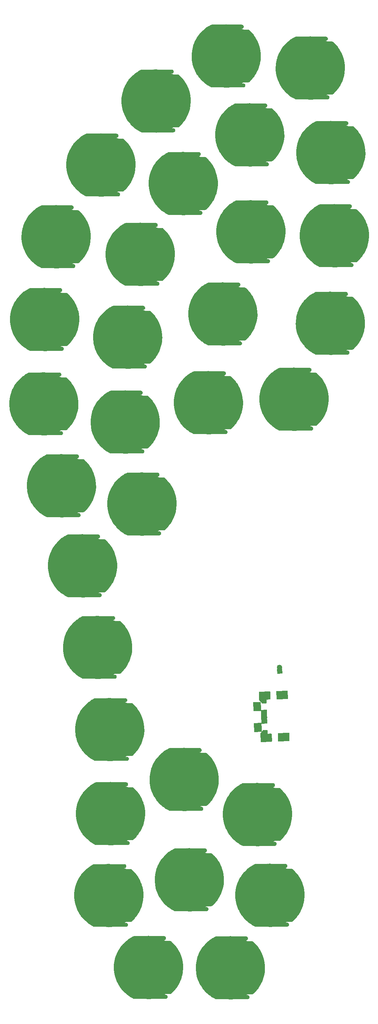
<source format=gts>
G04 #@! TF.GenerationSoftware,KiCad,Pcbnew,(5.0.0)*
G04 #@! TF.CreationDate,2020-01-29T13:43:46+01:00*
G04 #@! TF.ProjectId,Insole_PCB,496E736F6C655F5043422E6B69636164,rev?*
G04 #@! TF.SameCoordinates,Original*
G04 #@! TF.FileFunction,Soldermask,Top*
G04 #@! TF.FilePolarity,Negative*
%FSLAX46Y46*%
G04 Gerber Fmt 4.6, Leading zero omitted, Abs format (unit mm)*
G04 Created by KiCad (PCBNEW (5.0.0)) date 01/29/20 13:43:46*
%MOMM*%
%LPD*%
G01*
G04 APERTURE LIST*
%ADD10C,9.000000*%
%ADD11C,1.250000*%
%ADD12C,1.250000*%
%ADD13C,0.100000*%
%ADD14C,1.600000*%
%ADD15C,1.900000*%
%ADD16C,2.000000*%
%ADD17C,0.800000*%
%ADD18C,0.500000*%
G04 APERTURE END LIST*
D10*
G04 #@! TO.C,S0*
X198600508Y-119910707D02*
G75*
G03X198600508Y-119910707I-3306055J0D01*
G01*
G04 #@! TO.C,S1*
X207515508Y-101260707D02*
G75*
G03X207515508Y-101260707I-3306055J0D01*
G01*
G04 #@! TO.C,S2*
X208500508Y-79785707D02*
G75*
G03X208500508Y-79785707I-3306055J0D01*
G01*
G04 #@! TO.C,S3*
X207625508Y-59385707D02*
G75*
G03X207625508Y-59385707I-3306055J0D01*
G01*
G04 #@! TO.C,S4*
X202600508Y-38635707D02*
G75*
G03X202600508Y-38635707I-3306055J0D01*
G01*
G04 #@! TO.C,S5*
X187725508Y-55035707D02*
G75*
G03X187725508Y-55035707I-3306055J0D01*
G01*
G04 #@! TO.C,S6*
X188000508Y-78810707D02*
G75*
G03X188000508Y-78810707I-3306055J0D01*
G01*
G04 #@! TO.C,S7*
X181125508Y-98985707D02*
G75*
G03X181125508Y-98985707I-3306055J0D01*
G01*
G04 #@! TO.C,S8*
X181950508Y-35685707D02*
G75*
G03X181950508Y-35685707I-3306055J0D01*
G01*
G04 #@! TO.C,S9*
X164750508Y-46710707D02*
G75*
G03X164750508Y-46710707I-3306055J0D01*
G01*
G04 #@! TO.C,S10*
X171400508Y-66960707D02*
G75*
G03X171400508Y-66960707I-3306055J0D01*
G01*
G04 #@! TO.C,S11*
X151200508Y-62435707D02*
G75*
G03X151200508Y-62435707I-3306055J0D01*
G01*
G04 #@! TO.C,S12*
X160850508Y-84360707D02*
G75*
G03X160850508Y-84360707I-3306055J0D01*
G01*
G04 #@! TO.C,S13*
X140200508Y-80035707D02*
G75*
G03X140200508Y-80035707I-3306055J0D01*
G01*
G04 #@! TO.C,S14*
X177575508Y-120760707D02*
G75*
G03X177575508Y-120760707I-3306055J0D01*
G01*
G04 #@! TO.C,S15*
X157750508Y-104685707D02*
G75*
G03X157750508Y-104685707I-3306055J0D01*
G01*
G04 #@! TO.C,S16*
X137375508Y-100335707D02*
G75*
G03X137375508Y-100335707I-3306055J0D01*
G01*
G04 #@! TO.C,S17*
X137175508Y-121035707D02*
G75*
G03X137175508Y-121035707I-3306055J0D01*
G01*
G04 #@! TO.C,S18*
X157150508Y-125510707D02*
G75*
G03X157150508Y-125510707I-3306055J0D01*
G01*
G04 #@! TO.C,S19*
X161275508Y-145610707D02*
G75*
G03X161275508Y-145610707I-3306055J0D01*
G01*
G04 #@! TO.C,S20*
X141500508Y-141135707D02*
G75*
G03X141500508Y-141135707I-3306055J0D01*
G01*
G04 #@! TO.C,S21*
X146675508Y-160785707D02*
G75*
G03X146675508Y-160785707I-3306055J0D01*
G01*
G04 #@! TO.C,S22*
X150375508Y-180810707D02*
G75*
G03X150375508Y-180810707I-3306055J0D01*
G01*
G04 #@! TO.C,S23*
X153350508Y-200960707D02*
G75*
G03X153350508Y-200960707I-3306055J0D01*
G01*
G04 #@! TO.C,S24*
X189625508Y-221810707D02*
G75*
G03X189625508Y-221810707I-3306055J0D01*
G01*
G04 #@! TO.C,S25*
X192675508Y-241635707D02*
G75*
G03X192675508Y-241635707I-3306055J0D01*
G01*
G04 #@! TO.C,S26*
X182975508Y-259435707D02*
G75*
G03X182975508Y-259435707I-3306055J0D01*
G01*
G04 #@! TO.C,S27*
X162875508Y-259360707D02*
G75*
G03X162875508Y-259360707I-3306055J0D01*
G01*
G04 #@! TO.C,S28*
X153125508Y-241685707D02*
G75*
G03X153125508Y-241685707I-3306055J0D01*
G01*
G04 #@! TO.C,S29*
X172900508Y-237835707D02*
G75*
G03X172900508Y-237835707I-3306055J0D01*
G01*
G04 #@! TO.C,S30*
X153550508Y-221610707D02*
G75*
G03X153550508Y-221610707I-3306055J0D01*
G01*
G04 #@! TO.C,S31*
X171625508Y-213210707D02*
G75*
G03X171625508Y-213210707I-3306055J0D01*
G01*
G04 #@! TD*
D11*
G04 #@! TO.C,J2*
X191709697Y-185653143D03*
D12*
X191709697Y-185653143D02*
X191709697Y-185653143D01*
D11*
X191779453Y-186650707D03*
D13*
G36*
X191199573Y-187317782D02*
X191112378Y-186070827D01*
X192359333Y-185983632D01*
X192446528Y-187230587D01*
X191199573Y-187317782D01*
X191199573Y-187317782D01*
G37*
G04 #@! TD*
D14*
G04 #@! TO.C,J1*
X188089559Y-192614613D03*
D13*
G36*
X189514147Y-193404395D02*
X189504082Y-193442288D01*
X189486818Y-193477489D01*
X189463018Y-193508646D01*
X189433597Y-193534561D01*
X189399687Y-193554239D01*
X189362588Y-193566922D01*
X189323727Y-193572124D01*
X188524215Y-193600044D01*
X188550389Y-194349587D01*
X188547910Y-194388715D01*
X188537846Y-194426609D01*
X188520582Y-194461810D01*
X188496782Y-194492966D01*
X188467361Y-194518882D01*
X188433450Y-194538559D01*
X188396351Y-194551243D01*
X188357491Y-194556445D01*
X187557979Y-194584365D01*
X187518850Y-194581886D01*
X187480957Y-194571821D01*
X187445756Y-194554557D01*
X187401464Y-194517300D01*
X186776527Y-193813682D01*
X186753490Y-193781956D01*
X186737084Y-193746347D01*
X186727941Y-193708221D01*
X186726184Y-193687848D01*
X186662492Y-191863960D01*
X186664971Y-191824831D01*
X186675036Y-191786938D01*
X186692300Y-191751737D01*
X186716100Y-191720580D01*
X186745521Y-191694665D01*
X186779431Y-191674987D01*
X186816530Y-191662304D01*
X186855391Y-191657102D01*
X189253928Y-191573343D01*
X189293057Y-191575822D01*
X189330950Y-191585886D01*
X189366151Y-191603150D01*
X189397308Y-191626951D01*
X189423223Y-191656371D01*
X189442901Y-191690282D01*
X189455584Y-191727381D01*
X189460787Y-191766241D01*
X189516626Y-193365266D01*
X189514147Y-193404395D01*
X189514147Y-193404395D01*
G37*
D14*
X188452514Y-203008278D03*
D13*
G36*
X189877102Y-203798060D02*
X189867037Y-203835953D01*
X189849773Y-203871154D01*
X189825973Y-203902311D01*
X189796552Y-203928226D01*
X189762642Y-203947904D01*
X189725543Y-203960587D01*
X189686682Y-203965789D01*
X187288145Y-204049548D01*
X187249016Y-204047069D01*
X187211123Y-204037005D01*
X187175922Y-204019741D01*
X187144765Y-203995940D01*
X187118850Y-203966520D01*
X187099172Y-203932609D01*
X187086489Y-203895510D01*
X187081286Y-203856650D01*
X187017595Y-202032762D01*
X187020074Y-201993633D01*
X187030138Y-201955740D01*
X187047403Y-201920539D01*
X187059038Y-201903723D01*
X187633370Y-201158225D01*
X187660227Y-201129661D01*
X187692140Y-201106885D01*
X187727884Y-201090774D01*
X187784825Y-201080406D01*
X188584338Y-201052486D01*
X188623466Y-201054965D01*
X188661360Y-201065030D01*
X188696561Y-201082294D01*
X188727717Y-201106094D01*
X188753633Y-201135514D01*
X188773310Y-201169425D01*
X188785994Y-201206524D01*
X188791196Y-201245384D01*
X188817371Y-201994927D01*
X189616883Y-201967008D01*
X189656012Y-201969487D01*
X189693905Y-201979551D01*
X189729106Y-201996815D01*
X189760263Y-202020616D01*
X189786178Y-202050036D01*
X189805856Y-202083947D01*
X189818539Y-202121046D01*
X189823742Y-202159906D01*
X189879581Y-203758931D01*
X189877102Y-203798060D01*
X189877102Y-203798060D01*
G37*
D15*
X186411218Y-200427946D03*
D13*
G36*
X185423407Y-199361771D02*
X187322250Y-199295462D01*
X187399029Y-201494121D01*
X185500186Y-201560430D01*
X185423407Y-199361771D01*
X185423407Y-199361771D01*
G37*
D15*
X186233231Y-195331053D03*
D13*
G36*
X185245420Y-194264878D02*
X187144263Y-194198569D01*
X187221042Y-196397228D01*
X185322199Y-196463537D01*
X185245420Y-194264878D01*
X185245420Y-194264878D01*
G37*
D16*
X192748150Y-202808241D03*
D13*
G36*
X191314103Y-201857709D02*
X194112398Y-201759991D01*
X194182197Y-203758773D01*
X191383902Y-203856491D01*
X191314103Y-201857709D01*
X191314103Y-201857709D01*
G37*
D16*
X192388685Y-192514515D03*
D13*
G36*
X190954638Y-191563983D02*
X193752933Y-191466265D01*
X193822732Y-193465047D01*
X191024437Y-193562765D01*
X190954638Y-191563983D01*
X190954638Y-191563983D01*
G37*
D17*
X187991604Y-199121996D03*
D13*
G36*
X187253086Y-198747542D02*
X188702203Y-198696938D01*
X188730122Y-199496450D01*
X187281005Y-199547054D01*
X187253086Y-198747542D01*
X187253086Y-198747542D01*
G37*
D17*
X187968920Y-198472392D03*
D13*
G36*
X187230402Y-198097938D02*
X188679519Y-198047334D01*
X188707438Y-198846846D01*
X187258321Y-198897450D01*
X187230402Y-198097938D01*
X187230402Y-198097938D01*
G37*
D17*
X187946235Y-197822788D03*
D13*
G36*
X187207717Y-197448334D02*
X188656834Y-197397730D01*
X188684753Y-198197242D01*
X187235636Y-198247846D01*
X187207717Y-197448334D01*
X187207717Y-197448334D01*
G37*
D17*
X187923550Y-197173184D03*
D13*
G36*
X187185032Y-196798730D02*
X188634149Y-196748126D01*
X188662068Y-197547638D01*
X187212951Y-197598242D01*
X187185032Y-196798730D01*
X187185032Y-196798730D01*
G37*
D17*
X187900865Y-196523580D03*
D13*
G36*
X187162347Y-196149126D02*
X188611464Y-196098522D01*
X188639383Y-196898034D01*
X187190266Y-196948638D01*
X187162347Y-196149126D01*
X187162347Y-196149126D01*
G37*
G04 #@! TD*
D18*
G04 #@! TO.C,S0*
X187294453Y-119910707D03*
D13*
G36*
X191793064Y-127610702D02*
X191789419Y-127610677D01*
X191789124Y-127610675D01*
X191777700Y-127610283D01*
X191763607Y-127609396D01*
X191749108Y-127608503D01*
X191748711Y-127608459D01*
X191748536Y-127608448D01*
X191740418Y-127607539D01*
X191729650Y-127606344D01*
X191729451Y-127606312D01*
X191729451Y-127606311D01*
X191729036Y-127606264D01*
X191715254Y-127604032D01*
X191700748Y-127601702D01*
X191700065Y-127601558D01*
X191700063Y-127601572D01*
X191699873Y-127601541D01*
X191691113Y-127599673D01*
X191681858Y-127597725D01*
X191681663Y-127597674D01*
X191681667Y-127597660D01*
X191680988Y-127597515D01*
X191667620Y-127593983D01*
X191653282Y-127590215D01*
X191652464Y-127589958D01*
X191652459Y-127589977D01*
X191652275Y-127589928D01*
X191643558Y-127587154D01*
X191634975Y-127584452D01*
X191634785Y-127584382D01*
X191634792Y-127584364D01*
X191634034Y-127584123D01*
X191620424Y-127579062D01*
X191607157Y-127574147D01*
X191606247Y-127573760D01*
X191606237Y-127573786D01*
X191606045Y-127573714D01*
X191598059Y-127570278D01*
X191589741Y-127566741D01*
X191589571Y-127566659D01*
X191589584Y-127566632D01*
X191588594Y-127566206D01*
X191575214Y-127559680D01*
X191562831Y-127553660D01*
X191554151Y-127549175D01*
X190868258Y-127173272D01*
X190867044Y-127172601D01*
X190863384Y-127170562D01*
X190853774Y-127164851D01*
X190844373Y-127158902D01*
X190834821Y-127153043D01*
X190826617Y-127147731D01*
X190180680Y-126706691D01*
X190179538Y-126705905D01*
X190176095Y-126703519D01*
X190167085Y-126696895D01*
X190158258Y-126690017D01*
X190149378Y-126683295D01*
X190141731Y-126677207D01*
X189541914Y-126175239D01*
X189540849Y-126174342D01*
X189537655Y-126171631D01*
X189529340Y-126164164D01*
X189521215Y-126156446D01*
X189513042Y-126148898D01*
X189506029Y-126142096D01*
X188958058Y-125583992D01*
X188957099Y-125583008D01*
X188954184Y-125579998D01*
X188946621Y-125571739D01*
X188939309Y-125563289D01*
X188931898Y-125554965D01*
X188925577Y-125547504D01*
X188434683Y-124938591D01*
X188433836Y-124937533D01*
X188431229Y-124934254D01*
X188424501Y-124925288D01*
X188418007Y-124916108D01*
X188411476Y-124907143D01*
X188405918Y-124899109D01*
X187976787Y-124245200D01*
X187976017Y-124244017D01*
X187973743Y-124240498D01*
X187967951Y-124230962D01*
X187962436Y-124221283D01*
X187956763Y-124211643D01*
X187952012Y-124203098D01*
X187588739Y-123510434D01*
X187588094Y-123509194D01*
X187586174Y-123505470D01*
X187581336Y-123495406D01*
X187576789Y-123485228D01*
X187572084Y-123475082D01*
X187568190Y-123466115D01*
X187274244Y-122741308D01*
X187273736Y-122740043D01*
X187272188Y-122736150D01*
X187268342Y-122725630D01*
X187264801Y-122715032D01*
X187261116Y-122704494D01*
X187258117Y-122695196D01*
X187036302Y-121945163D01*
X187035909Y-121943816D01*
X187034749Y-121939790D01*
X187031956Y-121928969D01*
X187029464Y-121918062D01*
X187026833Y-121907251D01*
X187024754Y-121897698D01*
X186877187Y-121129599D01*
X186876930Y-121128238D01*
X186876168Y-121124118D01*
X186874443Y-121113068D01*
X186873028Y-121101982D01*
X186871461Y-121090937D01*
X186870325Y-121081232D01*
X186798417Y-120302399D01*
X186798298Y-120301056D01*
X186797941Y-120296882D01*
X186797298Y-120285680D01*
X186796969Y-120274434D01*
X186796491Y-120263368D01*
X186796307Y-120253596D01*
X186800742Y-119471463D01*
X186800755Y-119470067D01*
X186800808Y-119465878D01*
X186801261Y-119454719D01*
X186802025Y-119443589D01*
X186802634Y-119432427D01*
X186803405Y-119422685D01*
X186884142Y-118644718D01*
X186884289Y-118643350D01*
X186884750Y-118639187D01*
X186886293Y-118628101D01*
X186888145Y-118617065D01*
X186889835Y-118606053D01*
X186891552Y-118596434D01*
X187047819Y-117830058D01*
X187048097Y-117828721D01*
X187048962Y-117824622D01*
X187051580Y-117813735D01*
X187054478Y-117803013D01*
X187057256Y-117792134D01*
X187059905Y-117782727D01*
X187290210Y-117035270D01*
X187290367Y-117035318D01*
X187290751Y-117033953D01*
X187290632Y-117033915D01*
X187291889Y-117029934D01*
X187295553Y-117019368D01*
X187299493Y-117008955D01*
X187303306Y-116998437D01*
X187306861Y-116989332D01*
X187609009Y-116267904D01*
X187609546Y-116266635D01*
X187611191Y-116262782D01*
X187615869Y-116252619D01*
X187620856Y-116242539D01*
X187625635Y-116232532D01*
X187630059Y-116223822D01*
X188001164Y-115535322D01*
X188001820Y-115534115D01*
X188003833Y-115530441D01*
X188009483Y-115520780D01*
X188015389Y-115511301D01*
X188021157Y-115501748D01*
X188026414Y-115493504D01*
X188462934Y-114844503D01*
X188463722Y-114843340D01*
X188466084Y-114839881D01*
X188472634Y-114830841D01*
X188479465Y-114821947D01*
X188486114Y-114813035D01*
X188492145Y-114805349D01*
X188989913Y-114202043D01*
X188990786Y-114200994D01*
X188993474Y-114197781D01*
X189000896Y-114189397D01*
X189008536Y-114181240D01*
X189016052Y-114172987D01*
X189022805Y-114165927D01*
X189577070Y-113614073D01*
X189578057Y-113613097D01*
X189581046Y-113610162D01*
X189589242Y-113602552D01*
X189597672Y-113595153D01*
X189605909Y-113587716D01*
X189613329Y-113581339D01*
X190218801Y-113086205D01*
X190219884Y-113085326D01*
X190223145Y-113082697D01*
X190232033Y-113075932D01*
X190241135Y-113069398D01*
X190250088Y-113062779D01*
X190258081Y-113057166D01*
X190908979Y-112623479D01*
X190910151Y-112622704D01*
X190913653Y-112620406D01*
X190923154Y-112614544D01*
X190931501Y-112609710D01*
X190939740Y-112604716D01*
X190948216Y-112599857D01*
X191550141Y-112274056D01*
X191551384Y-112273389D01*
X191555082Y-112271421D01*
X191565047Y-112266469D01*
X191567954Y-112265124D01*
X191568453Y-112264859D01*
X191594973Y-112252379D01*
X191613041Y-112244932D01*
X191640652Y-112235100D01*
X191659358Y-112229452D01*
X191687798Y-112222361D01*
X191706970Y-112218565D01*
X191735965Y-112214284D01*
X191755407Y-112212378D01*
X191784682Y-112210946D01*
X191794453Y-112210707D01*
X199094453Y-112210707D01*
X199095838Y-112210712D01*
X199100027Y-112210741D01*
X199111204Y-112211131D01*
X199140456Y-112212972D01*
X199159869Y-112215150D01*
X199188802Y-112219836D01*
X199207916Y-112223898D01*
X199236253Y-112231385D01*
X199254874Y-112237292D01*
X199282346Y-112247508D01*
X199300314Y-112255209D01*
X199326657Y-112268058D01*
X199343776Y-112277470D01*
X199368740Y-112292828D01*
X199384865Y-112303868D01*
X199408211Y-112321589D01*
X199423174Y-112334145D01*
X199444680Y-112354059D01*
X199458357Y-112368025D01*
X199477816Y-112389943D01*
X199490057Y-112405168D01*
X199507285Y-112428880D01*
X199517984Y-112445230D01*
X199532816Y-112470510D01*
X199541870Y-112487828D01*
X199554164Y-112514435D01*
X199561484Y-112532553D01*
X199571123Y-112560233D01*
X199576639Y-112578976D01*
X199583531Y-112607464D01*
X199587193Y-112626659D01*
X199591272Y-112655683D01*
X199593042Y-112675138D01*
X199594270Y-112704422D01*
X199594134Y-112723964D01*
X199592498Y-112753229D01*
X199590456Y-112772664D01*
X199585972Y-112801628D01*
X199582043Y-112820768D01*
X199574754Y-112849157D01*
X199568975Y-112867824D01*
X199558950Y-112895367D01*
X199551379Y-112913379D01*
X199538715Y-112939811D01*
X199529419Y-112957002D01*
X199514235Y-112982073D01*
X199503310Y-112998269D01*
X199485753Y-113021738D01*
X199473297Y-113036796D01*
X199453533Y-113058440D01*
X199439670Y-113072206D01*
X199417889Y-113091818D01*
X199402743Y-113104170D01*
X199379151Y-113121563D01*
X199362879Y-113132375D01*
X199337703Y-113147383D01*
X199320453Y-113156555D01*
X199293933Y-113169035D01*
X199275865Y-113176482D01*
X199248254Y-113186314D01*
X199229548Y-113191962D01*
X199201108Y-113199053D01*
X199181936Y-113202849D01*
X199152941Y-113207130D01*
X199133499Y-113209036D01*
X199104224Y-113210468D01*
X199094453Y-113210707D01*
X191920453Y-113210707D01*
X191444386Y-113468385D01*
X190832918Y-113875798D01*
X190265304Y-114339974D01*
X189993388Y-114610707D01*
X200094453Y-114610707D01*
X200095838Y-114610712D01*
X200100027Y-114610741D01*
X200111204Y-114611131D01*
X200140456Y-114612972D01*
X200159869Y-114615150D01*
X200188802Y-114619836D01*
X200207916Y-114623898D01*
X200236253Y-114631385D01*
X200254874Y-114637292D01*
X200282346Y-114647508D01*
X200300314Y-114655209D01*
X200326657Y-114668058D01*
X200343776Y-114677470D01*
X200368740Y-114692828D01*
X200384865Y-114703868D01*
X200408211Y-114721589D01*
X200423174Y-114734145D01*
X200444680Y-114754059D01*
X200458357Y-114768025D01*
X200477816Y-114789943D01*
X200490057Y-114805168D01*
X200507285Y-114828880D01*
X200517984Y-114845230D01*
X200532816Y-114870510D01*
X200541870Y-114887828D01*
X200554164Y-114914435D01*
X200561484Y-114932553D01*
X200571123Y-114960233D01*
X200576639Y-114978976D01*
X200583531Y-115007464D01*
X200587193Y-115026659D01*
X200591272Y-115055683D01*
X200593042Y-115075138D01*
X200594270Y-115104422D01*
X200594134Y-115123964D01*
X200592498Y-115153229D01*
X200590456Y-115172664D01*
X200585972Y-115201628D01*
X200582043Y-115220768D01*
X200574754Y-115249157D01*
X200568975Y-115267824D01*
X200558950Y-115295367D01*
X200551379Y-115313379D01*
X200538715Y-115339811D01*
X200529419Y-115357002D01*
X200514235Y-115382073D01*
X200503310Y-115398269D01*
X200485753Y-115421738D01*
X200473297Y-115436796D01*
X200453533Y-115458440D01*
X200439670Y-115472206D01*
X200417889Y-115491818D01*
X200402743Y-115504170D01*
X200379151Y-115521563D01*
X200362879Y-115532375D01*
X200337703Y-115547383D01*
X200320453Y-115556555D01*
X200293933Y-115569035D01*
X200275865Y-115576482D01*
X200248254Y-115586314D01*
X200229548Y-115591962D01*
X200201108Y-115599053D01*
X200181936Y-115602849D01*
X200152941Y-115607130D01*
X200133499Y-115609036D01*
X200104224Y-115610468D01*
X200094453Y-115610707D01*
X189152737Y-115610707D01*
X188869827Y-116031326D01*
X188521931Y-116676770D01*
X188382071Y-117010707D01*
X201694453Y-117010707D01*
X201695838Y-117010712D01*
X201700027Y-117010741D01*
X201711204Y-117011131D01*
X201740456Y-117012972D01*
X201759869Y-117015150D01*
X201788802Y-117019836D01*
X201807916Y-117023898D01*
X201836253Y-117031385D01*
X201854874Y-117037292D01*
X201882346Y-117047508D01*
X201900314Y-117055209D01*
X201926657Y-117068058D01*
X201943776Y-117077470D01*
X201968740Y-117092828D01*
X201984865Y-117103868D01*
X202008211Y-117121589D01*
X202023174Y-117134145D01*
X202044680Y-117154059D01*
X202058357Y-117168025D01*
X202077816Y-117189943D01*
X202090057Y-117205168D01*
X202107285Y-117228880D01*
X202117984Y-117245230D01*
X202132816Y-117270510D01*
X202141870Y-117287828D01*
X202154164Y-117314435D01*
X202161484Y-117332553D01*
X202171123Y-117360233D01*
X202176639Y-117378976D01*
X202183531Y-117407464D01*
X202187193Y-117426659D01*
X202191272Y-117455683D01*
X202193042Y-117475138D01*
X202194270Y-117504422D01*
X202194134Y-117523964D01*
X202192498Y-117553229D01*
X202190456Y-117572664D01*
X202185972Y-117601628D01*
X202182043Y-117620768D01*
X202174754Y-117649157D01*
X202168975Y-117667824D01*
X202158950Y-117695367D01*
X202151379Y-117713379D01*
X202138715Y-117739811D01*
X202129419Y-117757002D01*
X202114235Y-117782073D01*
X202103310Y-117798269D01*
X202085753Y-117821738D01*
X202073297Y-117836796D01*
X202053533Y-117858440D01*
X202039670Y-117872206D01*
X202017889Y-117891818D01*
X202002743Y-117904170D01*
X201979151Y-117921563D01*
X201962879Y-117932375D01*
X201937703Y-117947383D01*
X201920453Y-117956555D01*
X201893933Y-117969035D01*
X201875865Y-117976482D01*
X201848254Y-117986314D01*
X201829548Y-117991962D01*
X201801108Y-117999053D01*
X201781936Y-118002849D01*
X201752941Y-118007130D01*
X201733499Y-118009036D01*
X201704224Y-118010468D01*
X201694453Y-118010707D01*
X188036052Y-118010707D01*
X188022772Y-118053809D01*
X187876275Y-118772273D01*
X187810019Y-119410707D01*
X202094453Y-119410707D01*
X202095838Y-119410712D01*
X202100027Y-119410741D01*
X202111204Y-119411131D01*
X202140456Y-119412972D01*
X202159869Y-119415150D01*
X202188802Y-119419836D01*
X202207916Y-119423898D01*
X202236253Y-119431385D01*
X202254874Y-119437292D01*
X202282346Y-119447508D01*
X202300314Y-119455209D01*
X202326657Y-119468058D01*
X202343776Y-119477470D01*
X202368740Y-119492828D01*
X202384865Y-119503868D01*
X202408211Y-119521589D01*
X202423174Y-119534145D01*
X202444680Y-119554059D01*
X202458357Y-119568025D01*
X202477816Y-119589943D01*
X202490057Y-119605168D01*
X202507285Y-119628880D01*
X202517984Y-119645230D01*
X202532816Y-119670510D01*
X202541870Y-119687828D01*
X202554164Y-119714435D01*
X202561484Y-119732553D01*
X202571123Y-119760233D01*
X202576639Y-119778976D01*
X202583531Y-119807464D01*
X202587193Y-119826659D01*
X202591272Y-119855683D01*
X202593042Y-119875138D01*
X202594270Y-119904422D01*
X202594134Y-119923964D01*
X202592498Y-119953229D01*
X202590456Y-119972664D01*
X202585972Y-120001628D01*
X202582043Y-120020768D01*
X202574754Y-120049157D01*
X202568975Y-120067824D01*
X202558950Y-120095367D01*
X202551379Y-120113379D01*
X202538715Y-120139811D01*
X202529419Y-120157002D01*
X202514235Y-120182073D01*
X202503310Y-120198269D01*
X202485753Y-120221738D01*
X202473297Y-120236796D01*
X202453533Y-120258440D01*
X202439670Y-120272206D01*
X202417889Y-120291818D01*
X202402743Y-120304170D01*
X202379151Y-120321563D01*
X202362879Y-120332375D01*
X202337703Y-120347383D01*
X202320453Y-120356555D01*
X202293933Y-120369035D01*
X202275865Y-120376482D01*
X202248254Y-120386314D01*
X202229548Y-120391962D01*
X202201108Y-120399053D01*
X202181936Y-120402849D01*
X202152941Y-120407130D01*
X202133499Y-120409036D01*
X202104224Y-120410468D01*
X202094453Y-120410707D01*
X187812669Y-120410707D01*
X187863841Y-120964942D01*
X188002180Y-121685011D01*
X188039353Y-121810707D01*
X201694453Y-121810707D01*
X201695838Y-121810712D01*
X201700027Y-121810741D01*
X201711204Y-121811131D01*
X201740456Y-121812972D01*
X201759869Y-121815150D01*
X201788802Y-121819836D01*
X201807916Y-121823898D01*
X201836253Y-121831385D01*
X201854874Y-121837292D01*
X201882346Y-121847508D01*
X201900314Y-121855209D01*
X201926657Y-121868058D01*
X201943776Y-121877470D01*
X201968740Y-121892828D01*
X201984865Y-121903868D01*
X202008211Y-121921589D01*
X202023174Y-121934145D01*
X202044680Y-121954059D01*
X202058357Y-121968025D01*
X202077816Y-121989943D01*
X202090057Y-122005168D01*
X202107285Y-122028880D01*
X202117984Y-122045230D01*
X202132816Y-122070510D01*
X202141870Y-122087828D01*
X202154164Y-122114435D01*
X202161484Y-122132553D01*
X202171123Y-122160233D01*
X202176639Y-122178976D01*
X202183531Y-122207464D01*
X202187193Y-122226659D01*
X202191272Y-122255683D01*
X202193042Y-122275138D01*
X202194270Y-122304422D01*
X202194134Y-122323964D01*
X202192498Y-122353229D01*
X202190456Y-122372664D01*
X202185972Y-122401628D01*
X202182043Y-122420768D01*
X202174754Y-122449157D01*
X202168975Y-122467824D01*
X202158950Y-122495367D01*
X202151379Y-122513379D01*
X202138715Y-122539811D01*
X202129419Y-122557002D01*
X202114235Y-122582073D01*
X202103310Y-122598269D01*
X202085753Y-122621738D01*
X202073297Y-122636796D01*
X202053533Y-122658440D01*
X202039670Y-122672206D01*
X202017889Y-122691818D01*
X202002743Y-122704170D01*
X201979151Y-122721563D01*
X201962879Y-122732375D01*
X201937703Y-122747383D01*
X201920453Y-122756555D01*
X201893933Y-122769035D01*
X201875865Y-122776482D01*
X201848254Y-122786314D01*
X201829548Y-122791962D01*
X201801108Y-122799053D01*
X201781936Y-122802849D01*
X201752941Y-122807130D01*
X201733499Y-122809036D01*
X201704224Y-122810468D01*
X201694453Y-122810707D01*
X188381494Y-122810707D01*
X188485688Y-123067626D01*
X188826251Y-123716986D01*
X189150257Y-124210707D01*
X200094453Y-124210707D01*
X200095838Y-124210712D01*
X200100027Y-124210741D01*
X200111204Y-124211131D01*
X200140456Y-124212972D01*
X200159869Y-124215150D01*
X200188802Y-124219836D01*
X200207916Y-124223898D01*
X200236253Y-124231385D01*
X200254874Y-124237292D01*
X200282346Y-124247508D01*
X200300314Y-124255209D01*
X200326657Y-124268058D01*
X200343776Y-124277470D01*
X200368740Y-124292828D01*
X200384865Y-124303868D01*
X200408211Y-124321589D01*
X200423174Y-124334145D01*
X200444680Y-124354059D01*
X200458357Y-124368025D01*
X200477816Y-124389943D01*
X200490057Y-124405168D01*
X200507285Y-124428880D01*
X200517984Y-124445230D01*
X200532816Y-124470510D01*
X200541870Y-124487828D01*
X200554164Y-124514435D01*
X200561484Y-124532553D01*
X200571123Y-124560233D01*
X200576639Y-124578976D01*
X200583531Y-124607464D01*
X200587193Y-124626659D01*
X200591272Y-124655683D01*
X200593042Y-124675138D01*
X200594270Y-124704422D01*
X200594134Y-124723964D01*
X200592498Y-124753229D01*
X200590456Y-124772664D01*
X200585972Y-124801628D01*
X200582043Y-124820768D01*
X200574754Y-124849157D01*
X200568975Y-124867824D01*
X200558950Y-124895367D01*
X200551379Y-124913379D01*
X200538715Y-124939811D01*
X200529419Y-124957002D01*
X200514235Y-124982073D01*
X200503310Y-124998269D01*
X200485753Y-125021738D01*
X200473297Y-125036796D01*
X200453533Y-125058440D01*
X200439670Y-125072206D01*
X200417889Y-125091818D01*
X200402743Y-125104170D01*
X200379151Y-125121563D01*
X200362879Y-125132375D01*
X200337703Y-125147383D01*
X200320453Y-125156555D01*
X200293933Y-125169035D01*
X200275865Y-125176482D01*
X200248254Y-125186314D01*
X200229548Y-125191962D01*
X200201108Y-125199053D01*
X200181936Y-125202849D01*
X200152941Y-125207130D01*
X200133499Y-125209036D01*
X200104224Y-125210468D01*
X200094453Y-125210707D01*
X189992984Y-125210707D01*
X190202448Y-125424045D01*
X190764759Y-125894625D01*
X191370319Y-126308095D01*
X191922481Y-126610707D01*
X199494453Y-126610707D01*
X199495838Y-126610712D01*
X199500027Y-126610741D01*
X199511204Y-126611131D01*
X199540456Y-126612972D01*
X199559869Y-126615150D01*
X199588802Y-126619836D01*
X199607916Y-126623898D01*
X199636253Y-126631385D01*
X199654874Y-126637292D01*
X199682346Y-126647508D01*
X199700314Y-126655209D01*
X199726657Y-126668058D01*
X199743776Y-126677470D01*
X199768740Y-126692828D01*
X199784865Y-126703868D01*
X199808211Y-126721589D01*
X199823174Y-126734145D01*
X199844680Y-126754059D01*
X199858357Y-126768025D01*
X199877816Y-126789943D01*
X199890057Y-126805168D01*
X199907285Y-126828880D01*
X199917984Y-126845230D01*
X199932816Y-126870510D01*
X199941870Y-126887828D01*
X199954164Y-126914435D01*
X199961484Y-126932553D01*
X199971123Y-126960233D01*
X199976639Y-126978976D01*
X199983531Y-127007464D01*
X199987193Y-127026659D01*
X199991272Y-127055683D01*
X199993042Y-127075138D01*
X199994270Y-127104422D01*
X199994134Y-127123964D01*
X199992498Y-127153229D01*
X199990456Y-127172664D01*
X199985972Y-127201628D01*
X199982043Y-127220768D01*
X199974754Y-127249157D01*
X199968975Y-127267824D01*
X199958950Y-127295367D01*
X199951379Y-127313379D01*
X199938715Y-127339811D01*
X199929419Y-127357002D01*
X199914235Y-127382073D01*
X199903310Y-127398269D01*
X199885753Y-127421738D01*
X199873297Y-127436796D01*
X199853533Y-127458440D01*
X199839670Y-127472206D01*
X199817889Y-127491818D01*
X199802743Y-127504170D01*
X199779151Y-127521563D01*
X199762879Y-127532375D01*
X199737703Y-127547383D01*
X199720453Y-127556555D01*
X199693933Y-127569035D01*
X199675865Y-127576482D01*
X199648254Y-127586314D01*
X199629548Y-127591962D01*
X199601108Y-127599053D01*
X199581936Y-127602849D01*
X199552941Y-127607130D01*
X199533499Y-127609036D01*
X199504224Y-127610468D01*
X199494453Y-127610707D01*
X191794453Y-127610707D01*
X191793064Y-127610702D01*
X191793064Y-127610702D01*
G37*
D18*
X203294453Y-119910707D03*
D13*
G36*
X192093068Y-126410702D02*
X192088879Y-126410673D01*
X192077702Y-126410283D01*
X192048450Y-126408442D01*
X192029037Y-126406264D01*
X192000104Y-126401578D01*
X191980990Y-126397516D01*
X191952653Y-126390029D01*
X191934032Y-126384122D01*
X191906560Y-126373906D01*
X191888592Y-126366205D01*
X191862249Y-126353356D01*
X191845130Y-126343944D01*
X191820166Y-126328586D01*
X191804041Y-126317546D01*
X191780695Y-126299825D01*
X191765732Y-126287269D01*
X191744226Y-126267355D01*
X191730549Y-126253389D01*
X191711090Y-126231471D01*
X191698849Y-126216246D01*
X191681621Y-126192534D01*
X191670922Y-126176184D01*
X191656090Y-126150904D01*
X191647036Y-126133586D01*
X191634742Y-126106979D01*
X191627422Y-126088861D01*
X191617783Y-126061181D01*
X191612267Y-126042438D01*
X191605375Y-126013950D01*
X191601713Y-125994755D01*
X191597634Y-125965731D01*
X191595864Y-125946276D01*
X191594636Y-125916992D01*
X191594772Y-125897450D01*
X191596408Y-125868185D01*
X191598450Y-125848750D01*
X191602934Y-125819786D01*
X191606863Y-125800646D01*
X191614152Y-125772257D01*
X191619931Y-125753590D01*
X191629956Y-125726047D01*
X191637527Y-125708035D01*
X191650191Y-125681603D01*
X191659487Y-125664412D01*
X191674671Y-125639341D01*
X191685596Y-125623145D01*
X191703153Y-125599676D01*
X191715609Y-125584618D01*
X191735373Y-125562974D01*
X191749236Y-125549208D01*
X191771017Y-125529596D01*
X191786163Y-125517244D01*
X191809755Y-125499851D01*
X191826027Y-125489039D01*
X191851203Y-125474031D01*
X191868453Y-125464859D01*
X191894973Y-125452379D01*
X191913041Y-125444932D01*
X191940652Y-125435100D01*
X191959358Y-125429452D01*
X191987798Y-125422361D01*
X192006970Y-125418565D01*
X192035965Y-125414284D01*
X192055407Y-125412378D01*
X192084682Y-125410946D01*
X192094453Y-125410707D01*
X200400598Y-125410707D01*
X200440051Y-125374625D01*
X200953815Y-124839908D01*
X201407814Y-124264121D01*
X201570223Y-124010707D01*
X189494453Y-124010707D01*
X189493068Y-124010702D01*
X189488879Y-124010673D01*
X189477702Y-124010283D01*
X189448450Y-124008442D01*
X189429037Y-124006264D01*
X189400104Y-124001578D01*
X189380990Y-123997516D01*
X189352653Y-123990029D01*
X189334032Y-123984122D01*
X189306560Y-123973906D01*
X189288592Y-123966205D01*
X189262249Y-123953356D01*
X189245130Y-123943944D01*
X189220166Y-123928586D01*
X189204041Y-123917546D01*
X189180695Y-123899825D01*
X189165732Y-123887269D01*
X189144226Y-123867355D01*
X189130549Y-123853389D01*
X189111090Y-123831471D01*
X189098849Y-123816246D01*
X189081621Y-123792534D01*
X189070922Y-123776184D01*
X189056090Y-123750904D01*
X189047036Y-123733586D01*
X189034742Y-123706979D01*
X189027422Y-123688861D01*
X189017783Y-123661181D01*
X189012267Y-123642438D01*
X189005375Y-123613950D01*
X189001713Y-123594755D01*
X188997634Y-123565731D01*
X188995864Y-123546276D01*
X188994636Y-123516992D01*
X188994772Y-123497450D01*
X188996408Y-123468185D01*
X188998450Y-123448750D01*
X189002934Y-123419786D01*
X189006863Y-123400646D01*
X189014152Y-123372257D01*
X189019931Y-123353590D01*
X189029956Y-123326047D01*
X189037527Y-123308035D01*
X189050191Y-123281603D01*
X189059487Y-123264412D01*
X189074671Y-123239341D01*
X189085596Y-123223145D01*
X189103153Y-123199676D01*
X189115609Y-123184618D01*
X189135373Y-123162974D01*
X189149236Y-123149208D01*
X189171017Y-123129596D01*
X189186163Y-123117244D01*
X189209755Y-123099851D01*
X189226027Y-123089039D01*
X189251203Y-123074031D01*
X189268453Y-123064859D01*
X189294973Y-123052379D01*
X189313041Y-123044932D01*
X189340652Y-123035100D01*
X189359358Y-123029452D01*
X189387798Y-123022361D01*
X189406970Y-123018565D01*
X189435965Y-123014284D01*
X189455407Y-123012378D01*
X189484682Y-123010946D01*
X189494453Y-123010707D01*
X202128327Y-123010707D01*
X202136968Y-122993789D01*
X202405168Y-122311361D01*
X202604162Y-121610707D01*
X188594453Y-121610707D01*
X188593068Y-121610702D01*
X188588879Y-121610673D01*
X188577702Y-121610283D01*
X188548450Y-121608442D01*
X188529037Y-121606264D01*
X188500104Y-121601578D01*
X188480990Y-121597516D01*
X188452653Y-121590029D01*
X188434032Y-121584122D01*
X188406560Y-121573906D01*
X188388592Y-121566205D01*
X188362249Y-121553356D01*
X188345130Y-121543944D01*
X188320166Y-121528586D01*
X188304041Y-121517546D01*
X188280695Y-121499825D01*
X188265732Y-121487269D01*
X188244226Y-121467355D01*
X188230549Y-121453389D01*
X188211090Y-121431471D01*
X188198849Y-121416246D01*
X188181621Y-121392534D01*
X188170922Y-121376184D01*
X188156090Y-121350904D01*
X188147036Y-121333586D01*
X188134742Y-121306979D01*
X188127422Y-121288861D01*
X188117783Y-121261181D01*
X188112267Y-121242438D01*
X188105375Y-121213950D01*
X188101713Y-121194755D01*
X188097634Y-121165731D01*
X188095864Y-121146276D01*
X188094636Y-121116992D01*
X188094772Y-121097450D01*
X188096408Y-121068185D01*
X188098450Y-121048750D01*
X188102934Y-121019786D01*
X188106863Y-121000646D01*
X188114152Y-120972257D01*
X188119931Y-120953590D01*
X188129956Y-120926047D01*
X188137527Y-120908035D01*
X188150191Y-120881603D01*
X188159487Y-120864412D01*
X188174671Y-120839341D01*
X188185596Y-120823145D01*
X188203153Y-120799676D01*
X188215609Y-120784618D01*
X188235373Y-120762974D01*
X188249236Y-120749208D01*
X188271017Y-120729596D01*
X188286163Y-120717244D01*
X188309755Y-120699851D01*
X188326027Y-120689039D01*
X188351203Y-120674031D01*
X188368453Y-120664859D01*
X188394973Y-120652379D01*
X188413041Y-120644932D01*
X188440652Y-120635100D01*
X188459358Y-120629452D01*
X188487798Y-120622361D01*
X188506970Y-120618565D01*
X188535965Y-120614284D01*
X188555407Y-120612378D01*
X188584682Y-120610946D01*
X188594453Y-120610707D01*
X202758330Y-120610707D01*
X202795545Y-120153682D01*
X202783454Y-119420544D01*
X202759380Y-119210707D01*
X188594453Y-119210707D01*
X188593068Y-119210702D01*
X188588879Y-119210673D01*
X188577702Y-119210283D01*
X188548450Y-119208442D01*
X188529037Y-119206264D01*
X188500104Y-119201578D01*
X188480990Y-119197516D01*
X188452653Y-119190029D01*
X188434032Y-119184122D01*
X188406560Y-119173906D01*
X188388592Y-119166205D01*
X188362249Y-119153356D01*
X188345130Y-119143944D01*
X188320166Y-119128586D01*
X188304041Y-119117546D01*
X188280695Y-119099825D01*
X188265732Y-119087269D01*
X188244226Y-119067355D01*
X188230549Y-119053389D01*
X188211090Y-119031471D01*
X188198849Y-119016246D01*
X188181621Y-118992534D01*
X188170922Y-118976184D01*
X188156090Y-118950904D01*
X188147036Y-118933586D01*
X188134742Y-118906979D01*
X188127422Y-118888861D01*
X188117783Y-118861181D01*
X188112267Y-118842438D01*
X188105375Y-118813950D01*
X188101713Y-118794755D01*
X188097634Y-118765731D01*
X188095864Y-118746276D01*
X188094636Y-118716992D01*
X188094772Y-118697450D01*
X188096408Y-118668185D01*
X188098450Y-118648750D01*
X188102934Y-118619786D01*
X188106863Y-118600646D01*
X188114152Y-118572257D01*
X188119931Y-118553590D01*
X188129956Y-118526047D01*
X188137527Y-118508035D01*
X188150191Y-118481603D01*
X188159487Y-118464412D01*
X188174671Y-118439341D01*
X188185596Y-118423145D01*
X188203153Y-118399676D01*
X188215609Y-118384618D01*
X188235373Y-118362974D01*
X188249236Y-118349208D01*
X188271017Y-118329596D01*
X188286163Y-118317244D01*
X188309755Y-118299851D01*
X188326027Y-118289039D01*
X188351203Y-118274031D01*
X188368453Y-118264859D01*
X188394973Y-118252379D01*
X188413041Y-118244932D01*
X188440652Y-118235100D01*
X188459358Y-118229452D01*
X188487798Y-118222361D01*
X188506970Y-118218565D01*
X188535965Y-118214284D01*
X188555407Y-118212378D01*
X188584682Y-118210946D01*
X188594453Y-118210707D01*
X202596289Y-118210707D01*
X202545618Y-117975247D01*
X202322145Y-117276898D01*
X202120940Y-116810707D01*
X189494453Y-116810707D01*
X189493068Y-116810702D01*
X189488879Y-116810673D01*
X189477702Y-116810283D01*
X189448450Y-116808442D01*
X189429037Y-116806264D01*
X189400104Y-116801578D01*
X189380990Y-116797516D01*
X189352653Y-116790029D01*
X189334032Y-116784122D01*
X189306560Y-116773906D01*
X189288592Y-116766205D01*
X189262249Y-116753356D01*
X189245130Y-116743944D01*
X189220166Y-116728586D01*
X189204041Y-116717546D01*
X189180695Y-116699825D01*
X189165732Y-116687269D01*
X189144226Y-116667355D01*
X189130549Y-116653389D01*
X189111090Y-116631471D01*
X189098849Y-116616246D01*
X189081621Y-116592534D01*
X189070922Y-116576184D01*
X189056090Y-116550904D01*
X189047036Y-116533586D01*
X189034742Y-116506979D01*
X189027422Y-116488861D01*
X189017783Y-116461181D01*
X189012267Y-116442438D01*
X189005375Y-116413950D01*
X189001713Y-116394755D01*
X188997634Y-116365731D01*
X188995864Y-116346276D01*
X188994636Y-116316992D01*
X188994772Y-116297450D01*
X188996408Y-116268185D01*
X188998450Y-116248750D01*
X189002934Y-116219786D01*
X189006863Y-116200646D01*
X189014152Y-116172257D01*
X189019931Y-116153590D01*
X189029956Y-116126047D01*
X189037527Y-116108035D01*
X189050191Y-116081603D01*
X189059487Y-116064412D01*
X189074671Y-116039341D01*
X189085596Y-116023145D01*
X189103153Y-115999676D01*
X189115609Y-115984618D01*
X189135373Y-115962974D01*
X189149236Y-115949208D01*
X189171017Y-115929596D01*
X189186163Y-115917244D01*
X189209755Y-115899851D01*
X189226027Y-115889039D01*
X189251203Y-115874031D01*
X189268453Y-115864859D01*
X189294973Y-115852379D01*
X189313041Y-115844932D01*
X189340652Y-115835100D01*
X189359358Y-115829452D01*
X189387798Y-115822361D01*
X189406970Y-115818565D01*
X189435965Y-115814284D01*
X189455407Y-115812378D01*
X189484682Y-115810946D01*
X189494453Y-115810707D01*
X201572545Y-115810707D01*
X201260942Y-115358080D01*
X200788219Y-114797593D01*
X200391142Y-114410707D01*
X192094453Y-114410707D01*
X192093068Y-114410702D01*
X192088879Y-114410673D01*
X192077702Y-114410283D01*
X192048450Y-114408442D01*
X192029037Y-114406264D01*
X192000104Y-114401578D01*
X191980990Y-114397516D01*
X191952653Y-114390029D01*
X191934032Y-114384122D01*
X191906560Y-114373906D01*
X191888592Y-114366205D01*
X191862249Y-114353356D01*
X191845130Y-114343944D01*
X191820166Y-114328586D01*
X191804041Y-114317546D01*
X191780695Y-114299825D01*
X191765732Y-114287269D01*
X191744226Y-114267355D01*
X191730549Y-114253389D01*
X191711090Y-114231471D01*
X191698849Y-114216246D01*
X191681621Y-114192534D01*
X191670922Y-114176184D01*
X191656090Y-114150904D01*
X191647036Y-114133586D01*
X191634742Y-114106979D01*
X191627422Y-114088861D01*
X191617783Y-114061181D01*
X191612267Y-114042438D01*
X191605375Y-114013950D01*
X191601713Y-113994755D01*
X191597634Y-113965731D01*
X191595864Y-113946276D01*
X191594636Y-113916992D01*
X191594772Y-113897450D01*
X191596408Y-113868185D01*
X191598450Y-113848750D01*
X191602934Y-113819786D01*
X191606863Y-113800646D01*
X191614152Y-113772257D01*
X191619931Y-113753590D01*
X191629956Y-113726047D01*
X191637527Y-113708035D01*
X191650191Y-113681603D01*
X191659487Y-113664412D01*
X191674671Y-113639341D01*
X191685596Y-113623145D01*
X191703153Y-113599676D01*
X191715609Y-113584618D01*
X191735373Y-113562974D01*
X191749236Y-113549208D01*
X191771017Y-113529596D01*
X191786163Y-113517244D01*
X191809755Y-113499851D01*
X191826027Y-113489039D01*
X191851203Y-113474031D01*
X191868453Y-113464859D01*
X191894973Y-113452379D01*
X191913041Y-113444932D01*
X191940652Y-113435100D01*
X191959358Y-113429452D01*
X191987798Y-113422361D01*
X192006970Y-113418565D01*
X192035965Y-113414284D01*
X192055407Y-113412378D01*
X192084682Y-113410946D01*
X192094453Y-113410707D01*
X200594453Y-113410707D01*
X200595838Y-113410712D01*
X200600027Y-113410741D01*
X200611199Y-113411131D01*
X200619967Y-113411683D01*
X200628760Y-113412029D01*
X200636929Y-113412752D01*
X200636929Y-113412750D01*
X200640444Y-113412971D01*
X200644321Y-113413406D01*
X200648234Y-113413752D01*
X200651726Y-113414234D01*
X200651726Y-113414236D01*
X200659865Y-113415149D01*
X200668526Y-113416551D01*
X200677262Y-113417757D01*
X200685308Y-113419272D01*
X200685308Y-113419270D01*
X200688786Y-113419833D01*
X200692629Y-113420650D01*
X200696477Y-113421374D01*
X200699903Y-113422194D01*
X200699903Y-113422195D01*
X200707915Y-113423898D01*
X200716418Y-113426145D01*
X200724967Y-113428190D01*
X200732836Y-113430485D01*
X200732837Y-113430483D01*
X200736244Y-113431383D01*
X200739987Y-113432570D01*
X200743731Y-113433662D01*
X200747060Y-113434812D01*
X200747060Y-113434813D01*
X200754868Y-113437290D01*
X200763107Y-113440354D01*
X200771434Y-113443230D01*
X200779010Y-113446270D01*
X200779011Y-113446268D01*
X200782320Y-113447498D01*
X200785978Y-113449065D01*
X200789586Y-113450513D01*
X200792781Y-113451980D01*
X200800309Y-113455206D01*
X200808229Y-113459069D01*
X200816203Y-113462729D01*
X200823503Y-113466522D01*
X200823504Y-113466520D01*
X200826667Y-113468063D01*
X200830052Y-113469924D01*
X200833526Y-113471729D01*
X200836573Y-113473506D01*
X200836571Y-113473509D01*
X200843780Y-113477472D01*
X200851247Y-113482066D01*
X200858851Y-113486501D01*
X200865745Y-113490987D01*
X200865746Y-113490986D01*
X200868737Y-113492826D01*
X200871938Y-113495018D01*
X200875244Y-113497169D01*
X200878108Y-113499239D01*
X200878107Y-113499241D01*
X200884865Y-113503868D01*
X200891877Y-113509191D01*
X200898995Y-113514335D01*
X200905419Y-113519473D01*
X200905421Y-113519471D01*
X200908224Y-113521599D01*
X200911187Y-113524086D01*
X200914232Y-113526521D01*
X200916876Y-113528856D01*
X200916874Y-113528858D01*
X200923173Y-113534145D01*
X200929594Y-113540090D01*
X200936214Y-113545938D01*
X200943381Y-113552587D01*
X201503584Y-114098412D01*
X201504597Y-114099406D01*
X201507577Y-114102351D01*
X201515289Y-114110410D01*
X201522761Y-114118667D01*
X201530381Y-114126854D01*
X201536866Y-114134172D01*
X202041130Y-114732058D01*
X202042011Y-114733111D01*
X202044690Y-114736332D01*
X202051604Y-114745134D01*
X202058228Y-114754072D01*
X202065025Y-114762979D01*
X202070763Y-114770893D01*
X202514279Y-115415134D01*
X202515051Y-115416264D01*
X202517403Y-115419731D01*
X202523429Y-115429173D01*
X202529166Y-115438742D01*
X202535045Y-115448245D01*
X202539980Y-115456676D01*
X202918512Y-116141121D01*
X202919180Y-116142338D01*
X202921182Y-116146018D01*
X202926249Y-116155986D01*
X202931023Y-116166066D01*
X202935947Y-116176097D01*
X202940037Y-116184972D01*
X203249973Y-116903089D01*
X203250519Y-116904366D01*
X203252152Y-116908223D01*
X203256221Y-116918634D01*
X203260000Y-116929164D01*
X203263910Y-116939595D01*
X203267117Y-116948832D01*
X203505497Y-117693767D01*
X203505913Y-117695083D01*
X203507162Y-117699081D01*
X203510200Y-117709857D01*
X203512926Y-117720675D01*
X203515803Y-117731453D01*
X203518095Y-117740963D01*
X203682645Y-118505603D01*
X203682930Y-118506952D01*
X203683783Y-118511053D01*
X203685755Y-118522069D01*
X203687421Y-118533160D01*
X203689226Y-118544129D01*
X203690577Y-118553805D01*
X203779725Y-119330854D01*
X203779876Y-119332214D01*
X203780325Y-119336379D01*
X203781213Y-119347542D01*
X203781790Y-119358754D01*
X203782515Y-119369841D01*
X203782915Y-119379600D01*
X203795812Y-120161638D01*
X203795830Y-120163026D01*
X203795870Y-120167215D01*
X203795664Y-120178397D01*
X203795145Y-120189584D01*
X203794785Y-120200701D01*
X203794230Y-120210463D01*
X203730751Y-120990029D01*
X203730634Y-120991413D01*
X203730265Y-120995586D01*
X203728969Y-121006689D01*
X203727369Y-121017717D01*
X203725917Y-121028811D01*
X203724413Y-121038466D01*
X203585165Y-121808116D01*
X203584917Y-121809462D01*
X203584143Y-121813579D01*
X203581767Y-121824519D01*
X203579087Y-121835384D01*
X203576571Y-121846236D01*
X203574131Y-121855703D01*
X203360442Y-122608093D01*
X203360061Y-122609416D01*
X203358889Y-122613437D01*
X203355457Y-122624092D01*
X203351737Y-122634623D01*
X203348169Y-122645191D01*
X203344817Y-122654375D01*
X203058728Y-123382321D01*
X203058220Y-123383601D01*
X203056661Y-123387489D01*
X203052206Y-123397757D01*
X203047447Y-123407937D01*
X203042891Y-123418048D01*
X203038660Y-123426859D01*
X202682901Y-124123413D01*
X202682276Y-124124625D01*
X202680345Y-124128343D01*
X202674902Y-124138142D01*
X202669205Y-124147753D01*
X202663658Y-124157418D01*
X202658584Y-124165779D01*
X202236552Y-124824293D01*
X202235792Y-124825470D01*
X202233507Y-124828981D01*
X202227154Y-124838170D01*
X202220568Y-124847150D01*
X202214077Y-124856265D01*
X202208215Y-124864085D01*
X201723937Y-125478273D01*
X201723054Y-125479385D01*
X201720437Y-125482656D01*
X201713236Y-125491160D01*
X201705787Y-125499476D01*
X201698451Y-125507898D01*
X201691854Y-125515108D01*
X201149954Y-126079109D01*
X201148959Y-126080138D01*
X201146035Y-126083138D01*
X201138042Y-126090894D01*
X201135933Y-126092830D01*
X201133896Y-126094884D01*
X201126846Y-126101654D01*
X200941262Y-126271382D01*
X200940213Y-126272335D01*
X200937102Y-126275140D01*
X200928608Y-126282380D01*
X200926367Y-126284184D01*
X200917893Y-126291815D01*
X200902743Y-126304170D01*
X200879151Y-126321563D01*
X200862879Y-126332375D01*
X200837703Y-126347383D01*
X200820453Y-126356555D01*
X200793933Y-126369035D01*
X200775865Y-126376482D01*
X200748254Y-126386314D01*
X200729548Y-126391962D01*
X200701108Y-126399053D01*
X200681936Y-126402849D01*
X200652941Y-126407130D01*
X200633499Y-126409036D01*
X200604224Y-126410468D01*
X200594453Y-126410707D01*
X192094453Y-126410707D01*
X192093068Y-126410702D01*
X192093068Y-126410702D01*
G37*
G04 #@! TD*
D18*
G04 #@! TO.C,S1*
X212209453Y-101260707D03*
D13*
G36*
X201008068Y-107760702D02*
X201003879Y-107760673D01*
X200992702Y-107760283D01*
X200963450Y-107758442D01*
X200944037Y-107756264D01*
X200915104Y-107751578D01*
X200895990Y-107747516D01*
X200867653Y-107740029D01*
X200849032Y-107734122D01*
X200821560Y-107723906D01*
X200803592Y-107716205D01*
X200777249Y-107703356D01*
X200760130Y-107693944D01*
X200735166Y-107678586D01*
X200719041Y-107667546D01*
X200695695Y-107649825D01*
X200680732Y-107637269D01*
X200659226Y-107617355D01*
X200645549Y-107603389D01*
X200626090Y-107581471D01*
X200613849Y-107566246D01*
X200596621Y-107542534D01*
X200585922Y-107526184D01*
X200571090Y-107500904D01*
X200562036Y-107483586D01*
X200549742Y-107456979D01*
X200542422Y-107438861D01*
X200532783Y-107411181D01*
X200527267Y-107392438D01*
X200520375Y-107363950D01*
X200516713Y-107344755D01*
X200512634Y-107315731D01*
X200510864Y-107296276D01*
X200509636Y-107266992D01*
X200509772Y-107247450D01*
X200511408Y-107218185D01*
X200513450Y-107198750D01*
X200517934Y-107169786D01*
X200521863Y-107150646D01*
X200529152Y-107122257D01*
X200534931Y-107103590D01*
X200544956Y-107076047D01*
X200552527Y-107058035D01*
X200565191Y-107031603D01*
X200574487Y-107014412D01*
X200589671Y-106989341D01*
X200600596Y-106973145D01*
X200618153Y-106949676D01*
X200630609Y-106934618D01*
X200650373Y-106912974D01*
X200664236Y-106899208D01*
X200686017Y-106879596D01*
X200701163Y-106867244D01*
X200724755Y-106849851D01*
X200741027Y-106839039D01*
X200766203Y-106824031D01*
X200783453Y-106814859D01*
X200809973Y-106802379D01*
X200828041Y-106794932D01*
X200855652Y-106785100D01*
X200874358Y-106779452D01*
X200902798Y-106772361D01*
X200921970Y-106768565D01*
X200950965Y-106764284D01*
X200970407Y-106762378D01*
X200999682Y-106760946D01*
X201009453Y-106760707D01*
X209315598Y-106760707D01*
X209355051Y-106724625D01*
X209868815Y-106189908D01*
X210322814Y-105614121D01*
X210485223Y-105360707D01*
X198409453Y-105360707D01*
X198408068Y-105360702D01*
X198403879Y-105360673D01*
X198392702Y-105360283D01*
X198363450Y-105358442D01*
X198344037Y-105356264D01*
X198315104Y-105351578D01*
X198295990Y-105347516D01*
X198267653Y-105340029D01*
X198249032Y-105334122D01*
X198221560Y-105323906D01*
X198203592Y-105316205D01*
X198177249Y-105303356D01*
X198160130Y-105293944D01*
X198135166Y-105278586D01*
X198119041Y-105267546D01*
X198095695Y-105249825D01*
X198080732Y-105237269D01*
X198059226Y-105217355D01*
X198045549Y-105203389D01*
X198026090Y-105181471D01*
X198013849Y-105166246D01*
X197996621Y-105142534D01*
X197985922Y-105126184D01*
X197971090Y-105100904D01*
X197962036Y-105083586D01*
X197949742Y-105056979D01*
X197942422Y-105038861D01*
X197932783Y-105011181D01*
X197927267Y-104992438D01*
X197920375Y-104963950D01*
X197916713Y-104944755D01*
X197912634Y-104915731D01*
X197910864Y-104896276D01*
X197909636Y-104866992D01*
X197909772Y-104847450D01*
X197911408Y-104818185D01*
X197913450Y-104798750D01*
X197917934Y-104769786D01*
X197921863Y-104750646D01*
X197929152Y-104722257D01*
X197934931Y-104703590D01*
X197944956Y-104676047D01*
X197952527Y-104658035D01*
X197965191Y-104631603D01*
X197974487Y-104614412D01*
X197989671Y-104589341D01*
X198000596Y-104573145D01*
X198018153Y-104549676D01*
X198030609Y-104534618D01*
X198050373Y-104512974D01*
X198064236Y-104499208D01*
X198086017Y-104479596D01*
X198101163Y-104467244D01*
X198124755Y-104449851D01*
X198141027Y-104439039D01*
X198166203Y-104424031D01*
X198183453Y-104414859D01*
X198209973Y-104402379D01*
X198228041Y-104394932D01*
X198255652Y-104385100D01*
X198274358Y-104379452D01*
X198302798Y-104372361D01*
X198321970Y-104368565D01*
X198350965Y-104364284D01*
X198370407Y-104362378D01*
X198399682Y-104360946D01*
X198409453Y-104360707D01*
X211043327Y-104360707D01*
X211051968Y-104343789D01*
X211320168Y-103661361D01*
X211519162Y-102960707D01*
X197509453Y-102960707D01*
X197508068Y-102960702D01*
X197503879Y-102960673D01*
X197492702Y-102960283D01*
X197463450Y-102958442D01*
X197444037Y-102956264D01*
X197415104Y-102951578D01*
X197395990Y-102947516D01*
X197367653Y-102940029D01*
X197349032Y-102934122D01*
X197321560Y-102923906D01*
X197303592Y-102916205D01*
X197277249Y-102903356D01*
X197260130Y-102893944D01*
X197235166Y-102878586D01*
X197219041Y-102867546D01*
X197195695Y-102849825D01*
X197180732Y-102837269D01*
X197159226Y-102817355D01*
X197145549Y-102803389D01*
X197126090Y-102781471D01*
X197113849Y-102766246D01*
X197096621Y-102742534D01*
X197085922Y-102726184D01*
X197071090Y-102700904D01*
X197062036Y-102683586D01*
X197049742Y-102656979D01*
X197042422Y-102638861D01*
X197032783Y-102611181D01*
X197027267Y-102592438D01*
X197020375Y-102563950D01*
X197016713Y-102544755D01*
X197012634Y-102515731D01*
X197010864Y-102496276D01*
X197009636Y-102466992D01*
X197009772Y-102447450D01*
X197011408Y-102418185D01*
X197013450Y-102398750D01*
X197017934Y-102369786D01*
X197021863Y-102350646D01*
X197029152Y-102322257D01*
X197034931Y-102303590D01*
X197044956Y-102276047D01*
X197052527Y-102258035D01*
X197065191Y-102231603D01*
X197074487Y-102214412D01*
X197089671Y-102189341D01*
X197100596Y-102173145D01*
X197118153Y-102149676D01*
X197130609Y-102134618D01*
X197150373Y-102112974D01*
X197164236Y-102099208D01*
X197186017Y-102079596D01*
X197201163Y-102067244D01*
X197224755Y-102049851D01*
X197241027Y-102039039D01*
X197266203Y-102024031D01*
X197283453Y-102014859D01*
X197309973Y-102002379D01*
X197328041Y-101994932D01*
X197355652Y-101985100D01*
X197374358Y-101979452D01*
X197402798Y-101972361D01*
X197421970Y-101968565D01*
X197450965Y-101964284D01*
X197470407Y-101962378D01*
X197499682Y-101960946D01*
X197509453Y-101960707D01*
X211673330Y-101960707D01*
X211710545Y-101503682D01*
X211698454Y-100770544D01*
X211674380Y-100560707D01*
X197509453Y-100560707D01*
X197508068Y-100560702D01*
X197503879Y-100560673D01*
X197492702Y-100560283D01*
X197463450Y-100558442D01*
X197444037Y-100556264D01*
X197415104Y-100551578D01*
X197395990Y-100547516D01*
X197367653Y-100540029D01*
X197349032Y-100534122D01*
X197321560Y-100523906D01*
X197303592Y-100516205D01*
X197277249Y-100503356D01*
X197260130Y-100493944D01*
X197235166Y-100478586D01*
X197219041Y-100467546D01*
X197195695Y-100449825D01*
X197180732Y-100437269D01*
X197159226Y-100417355D01*
X197145549Y-100403389D01*
X197126090Y-100381471D01*
X197113849Y-100366246D01*
X197096621Y-100342534D01*
X197085922Y-100326184D01*
X197071090Y-100300904D01*
X197062036Y-100283586D01*
X197049742Y-100256979D01*
X197042422Y-100238861D01*
X197032783Y-100211181D01*
X197027267Y-100192438D01*
X197020375Y-100163950D01*
X197016713Y-100144755D01*
X197012634Y-100115731D01*
X197010864Y-100096276D01*
X197009636Y-100066992D01*
X197009772Y-100047450D01*
X197011408Y-100018185D01*
X197013450Y-99998750D01*
X197017934Y-99969786D01*
X197021863Y-99950646D01*
X197029152Y-99922257D01*
X197034931Y-99903590D01*
X197044956Y-99876047D01*
X197052527Y-99858035D01*
X197065191Y-99831603D01*
X197074487Y-99814412D01*
X197089671Y-99789341D01*
X197100596Y-99773145D01*
X197118153Y-99749676D01*
X197130609Y-99734618D01*
X197150373Y-99712974D01*
X197164236Y-99699208D01*
X197186017Y-99679596D01*
X197201163Y-99667244D01*
X197224755Y-99649851D01*
X197241027Y-99639039D01*
X197266203Y-99624031D01*
X197283453Y-99614859D01*
X197309973Y-99602379D01*
X197328041Y-99594932D01*
X197355652Y-99585100D01*
X197374358Y-99579452D01*
X197402798Y-99572361D01*
X197421970Y-99568565D01*
X197450965Y-99564284D01*
X197470407Y-99562378D01*
X197499682Y-99560946D01*
X197509453Y-99560707D01*
X211511289Y-99560707D01*
X211460618Y-99325247D01*
X211237145Y-98626898D01*
X211035940Y-98160707D01*
X198409453Y-98160707D01*
X198408068Y-98160702D01*
X198403879Y-98160673D01*
X198392702Y-98160283D01*
X198363450Y-98158442D01*
X198344037Y-98156264D01*
X198315104Y-98151578D01*
X198295990Y-98147516D01*
X198267653Y-98140029D01*
X198249032Y-98134122D01*
X198221560Y-98123906D01*
X198203592Y-98116205D01*
X198177249Y-98103356D01*
X198160130Y-98093944D01*
X198135166Y-98078586D01*
X198119041Y-98067546D01*
X198095695Y-98049825D01*
X198080732Y-98037269D01*
X198059226Y-98017355D01*
X198045549Y-98003389D01*
X198026090Y-97981471D01*
X198013849Y-97966246D01*
X197996621Y-97942534D01*
X197985922Y-97926184D01*
X197971090Y-97900904D01*
X197962036Y-97883586D01*
X197949742Y-97856979D01*
X197942422Y-97838861D01*
X197932783Y-97811181D01*
X197927267Y-97792438D01*
X197920375Y-97763950D01*
X197916713Y-97744755D01*
X197912634Y-97715731D01*
X197910864Y-97696276D01*
X197909636Y-97666992D01*
X197909772Y-97647450D01*
X197911408Y-97618185D01*
X197913450Y-97598750D01*
X197917934Y-97569786D01*
X197921863Y-97550646D01*
X197929152Y-97522257D01*
X197934931Y-97503590D01*
X197944956Y-97476047D01*
X197952527Y-97458035D01*
X197965191Y-97431603D01*
X197974487Y-97414412D01*
X197989671Y-97389341D01*
X198000596Y-97373145D01*
X198018153Y-97349676D01*
X198030609Y-97334618D01*
X198050373Y-97312974D01*
X198064236Y-97299208D01*
X198086017Y-97279596D01*
X198101163Y-97267244D01*
X198124755Y-97249851D01*
X198141027Y-97239039D01*
X198166203Y-97224031D01*
X198183453Y-97214859D01*
X198209973Y-97202379D01*
X198228041Y-97194932D01*
X198255652Y-97185100D01*
X198274358Y-97179452D01*
X198302798Y-97172361D01*
X198321970Y-97168565D01*
X198350965Y-97164284D01*
X198370407Y-97162378D01*
X198399682Y-97160946D01*
X198409453Y-97160707D01*
X210487545Y-97160707D01*
X210175942Y-96708080D01*
X209703219Y-96147593D01*
X209306142Y-95760707D01*
X201009453Y-95760707D01*
X201008068Y-95760702D01*
X201003879Y-95760673D01*
X200992702Y-95760283D01*
X200963450Y-95758442D01*
X200944037Y-95756264D01*
X200915104Y-95751578D01*
X200895990Y-95747516D01*
X200867653Y-95740029D01*
X200849032Y-95734122D01*
X200821560Y-95723906D01*
X200803592Y-95716205D01*
X200777249Y-95703356D01*
X200760130Y-95693944D01*
X200735166Y-95678586D01*
X200719041Y-95667546D01*
X200695695Y-95649825D01*
X200680732Y-95637269D01*
X200659226Y-95617355D01*
X200645549Y-95603389D01*
X200626090Y-95581471D01*
X200613849Y-95566246D01*
X200596621Y-95542534D01*
X200585922Y-95526184D01*
X200571090Y-95500904D01*
X200562036Y-95483586D01*
X200549742Y-95456979D01*
X200542422Y-95438861D01*
X200532783Y-95411181D01*
X200527267Y-95392438D01*
X200520375Y-95363950D01*
X200516713Y-95344755D01*
X200512634Y-95315731D01*
X200510864Y-95296276D01*
X200509636Y-95266992D01*
X200509772Y-95247450D01*
X200511408Y-95218185D01*
X200513450Y-95198750D01*
X200517934Y-95169786D01*
X200521863Y-95150646D01*
X200529152Y-95122257D01*
X200534931Y-95103590D01*
X200544956Y-95076047D01*
X200552527Y-95058035D01*
X200565191Y-95031603D01*
X200574487Y-95014412D01*
X200589671Y-94989341D01*
X200600596Y-94973145D01*
X200618153Y-94949676D01*
X200630609Y-94934618D01*
X200650373Y-94912974D01*
X200664236Y-94899208D01*
X200686017Y-94879596D01*
X200701163Y-94867244D01*
X200724755Y-94849851D01*
X200741027Y-94839039D01*
X200766203Y-94824031D01*
X200783453Y-94814859D01*
X200809973Y-94802379D01*
X200828041Y-94794932D01*
X200855652Y-94785100D01*
X200874358Y-94779452D01*
X200902798Y-94772361D01*
X200921970Y-94768565D01*
X200950965Y-94764284D01*
X200970407Y-94762378D01*
X200999682Y-94760946D01*
X201009453Y-94760707D01*
X209509453Y-94760707D01*
X209510838Y-94760712D01*
X209515027Y-94760741D01*
X209526199Y-94761131D01*
X209534967Y-94761683D01*
X209543760Y-94762029D01*
X209551929Y-94762752D01*
X209551929Y-94762750D01*
X209555444Y-94762971D01*
X209559321Y-94763406D01*
X209563234Y-94763752D01*
X209566726Y-94764234D01*
X209566726Y-94764236D01*
X209574865Y-94765149D01*
X209583526Y-94766551D01*
X209592262Y-94767757D01*
X209600308Y-94769272D01*
X209600308Y-94769270D01*
X209603786Y-94769833D01*
X209607629Y-94770650D01*
X209611477Y-94771374D01*
X209614903Y-94772194D01*
X209614903Y-94772195D01*
X209622915Y-94773898D01*
X209631418Y-94776145D01*
X209639967Y-94778190D01*
X209647836Y-94780485D01*
X209647837Y-94780483D01*
X209651244Y-94781383D01*
X209654987Y-94782570D01*
X209658731Y-94783662D01*
X209662060Y-94784812D01*
X209662060Y-94784813D01*
X209669868Y-94787290D01*
X209678107Y-94790354D01*
X209686434Y-94793230D01*
X209694010Y-94796270D01*
X209694011Y-94796268D01*
X209697320Y-94797498D01*
X209700978Y-94799065D01*
X209704586Y-94800513D01*
X209707781Y-94801980D01*
X209715309Y-94805206D01*
X209723229Y-94809069D01*
X209731203Y-94812729D01*
X209738503Y-94816522D01*
X209738504Y-94816520D01*
X209741667Y-94818063D01*
X209745052Y-94819924D01*
X209748526Y-94821729D01*
X209751573Y-94823506D01*
X209751571Y-94823509D01*
X209758780Y-94827472D01*
X209766247Y-94832066D01*
X209773851Y-94836501D01*
X209780745Y-94840987D01*
X209780746Y-94840986D01*
X209783737Y-94842826D01*
X209786938Y-94845018D01*
X209790244Y-94847169D01*
X209793108Y-94849239D01*
X209793107Y-94849241D01*
X209799865Y-94853868D01*
X209806877Y-94859191D01*
X209813995Y-94864335D01*
X209820419Y-94869473D01*
X209820421Y-94869471D01*
X209823224Y-94871599D01*
X209826187Y-94874086D01*
X209829232Y-94876521D01*
X209831876Y-94878856D01*
X209831874Y-94878858D01*
X209838173Y-94884145D01*
X209844594Y-94890090D01*
X209851214Y-94895938D01*
X209858381Y-94902587D01*
X210418584Y-95448412D01*
X210419597Y-95449406D01*
X210422577Y-95452351D01*
X210430289Y-95460410D01*
X210437761Y-95468667D01*
X210445381Y-95476854D01*
X210451866Y-95484172D01*
X210956130Y-96082058D01*
X210957011Y-96083111D01*
X210959690Y-96086332D01*
X210966604Y-96095134D01*
X210973228Y-96104072D01*
X210980025Y-96112979D01*
X210985763Y-96120893D01*
X211429279Y-96765134D01*
X211430051Y-96766264D01*
X211432403Y-96769731D01*
X211438429Y-96779173D01*
X211444166Y-96788742D01*
X211450045Y-96798245D01*
X211454980Y-96806676D01*
X211833512Y-97491121D01*
X211834180Y-97492338D01*
X211836182Y-97496018D01*
X211841249Y-97505986D01*
X211846023Y-97516066D01*
X211850947Y-97526097D01*
X211855037Y-97534972D01*
X212164973Y-98253089D01*
X212165519Y-98254366D01*
X212167152Y-98258223D01*
X212171221Y-98268634D01*
X212175000Y-98279164D01*
X212178910Y-98289595D01*
X212182117Y-98298832D01*
X212420497Y-99043767D01*
X212420913Y-99045083D01*
X212422162Y-99049081D01*
X212425200Y-99059857D01*
X212427926Y-99070675D01*
X212430803Y-99081453D01*
X212433095Y-99090963D01*
X212597645Y-99855603D01*
X212597930Y-99856952D01*
X212598783Y-99861053D01*
X212600755Y-99872069D01*
X212602421Y-99883160D01*
X212604226Y-99894129D01*
X212605577Y-99903805D01*
X212694725Y-100680854D01*
X212694876Y-100682214D01*
X212695325Y-100686379D01*
X212696213Y-100697542D01*
X212696790Y-100708754D01*
X212697515Y-100719841D01*
X212697915Y-100729600D01*
X212710812Y-101511638D01*
X212710830Y-101513026D01*
X212710870Y-101517215D01*
X212710664Y-101528397D01*
X212710145Y-101539584D01*
X212709785Y-101550701D01*
X212709230Y-101560463D01*
X212645751Y-102340029D01*
X212645634Y-102341413D01*
X212645265Y-102345586D01*
X212643969Y-102356689D01*
X212642369Y-102367717D01*
X212640917Y-102378811D01*
X212639413Y-102388466D01*
X212500165Y-103158116D01*
X212499917Y-103159462D01*
X212499143Y-103163579D01*
X212496767Y-103174519D01*
X212494087Y-103185384D01*
X212491571Y-103196236D01*
X212489131Y-103205703D01*
X212275442Y-103958093D01*
X212275061Y-103959416D01*
X212273889Y-103963437D01*
X212270457Y-103974092D01*
X212266737Y-103984623D01*
X212263169Y-103995191D01*
X212259817Y-104004375D01*
X211973728Y-104732321D01*
X211973220Y-104733601D01*
X211971661Y-104737489D01*
X211967206Y-104747757D01*
X211962447Y-104757937D01*
X211957891Y-104768048D01*
X211953660Y-104776859D01*
X211597901Y-105473413D01*
X211597276Y-105474625D01*
X211595345Y-105478343D01*
X211589902Y-105488142D01*
X211584205Y-105497753D01*
X211578658Y-105507418D01*
X211573584Y-105515779D01*
X211151552Y-106174293D01*
X211150792Y-106175470D01*
X211148507Y-106178981D01*
X211142154Y-106188170D01*
X211135568Y-106197150D01*
X211129077Y-106206265D01*
X211123215Y-106214085D01*
X210638937Y-106828273D01*
X210638054Y-106829385D01*
X210635437Y-106832656D01*
X210628236Y-106841160D01*
X210620787Y-106849476D01*
X210613451Y-106857898D01*
X210606854Y-106865108D01*
X210064954Y-107429109D01*
X210063959Y-107430138D01*
X210061035Y-107433138D01*
X210053042Y-107440894D01*
X210050933Y-107442830D01*
X210048896Y-107444884D01*
X210041846Y-107451654D01*
X209856262Y-107621382D01*
X209855213Y-107622335D01*
X209852102Y-107625140D01*
X209843608Y-107632380D01*
X209841367Y-107634184D01*
X209832893Y-107641815D01*
X209817743Y-107654170D01*
X209794151Y-107671563D01*
X209777879Y-107682375D01*
X209752703Y-107697383D01*
X209735453Y-107706555D01*
X209708933Y-107719035D01*
X209690865Y-107726482D01*
X209663254Y-107736314D01*
X209644548Y-107741962D01*
X209616108Y-107749053D01*
X209596936Y-107752849D01*
X209567941Y-107757130D01*
X209548499Y-107759036D01*
X209519224Y-107760468D01*
X209509453Y-107760707D01*
X201009453Y-107760707D01*
X201008068Y-107760702D01*
X201008068Y-107760702D01*
G37*
D18*
X196209453Y-101260707D03*
D13*
G36*
X200708064Y-108960702D02*
X200704419Y-108960677D01*
X200704124Y-108960675D01*
X200692700Y-108960283D01*
X200678607Y-108959396D01*
X200664108Y-108958503D01*
X200663711Y-108958459D01*
X200663536Y-108958448D01*
X200655418Y-108957539D01*
X200644650Y-108956344D01*
X200644451Y-108956312D01*
X200644451Y-108956311D01*
X200644036Y-108956264D01*
X200630254Y-108954032D01*
X200615748Y-108951702D01*
X200615065Y-108951558D01*
X200615063Y-108951572D01*
X200614873Y-108951541D01*
X200606113Y-108949673D01*
X200596858Y-108947725D01*
X200596663Y-108947674D01*
X200596667Y-108947660D01*
X200595988Y-108947515D01*
X200582620Y-108943983D01*
X200568282Y-108940215D01*
X200567464Y-108939958D01*
X200567459Y-108939977D01*
X200567275Y-108939928D01*
X200558558Y-108937154D01*
X200549975Y-108934452D01*
X200549785Y-108934382D01*
X200549792Y-108934364D01*
X200549034Y-108934123D01*
X200535424Y-108929062D01*
X200522157Y-108924147D01*
X200521247Y-108923760D01*
X200521237Y-108923786D01*
X200521045Y-108923714D01*
X200513059Y-108920278D01*
X200504741Y-108916741D01*
X200504571Y-108916659D01*
X200504584Y-108916632D01*
X200503594Y-108916206D01*
X200490214Y-108909680D01*
X200477831Y-108903660D01*
X200469151Y-108899175D01*
X199783258Y-108523272D01*
X199782044Y-108522601D01*
X199778384Y-108520562D01*
X199768774Y-108514851D01*
X199759373Y-108508902D01*
X199749821Y-108503043D01*
X199741617Y-108497731D01*
X199095680Y-108056691D01*
X199094538Y-108055905D01*
X199091095Y-108053519D01*
X199082085Y-108046895D01*
X199073258Y-108040017D01*
X199064378Y-108033295D01*
X199056731Y-108027207D01*
X198456914Y-107525239D01*
X198455849Y-107524342D01*
X198452655Y-107521631D01*
X198444340Y-107514164D01*
X198436215Y-107506446D01*
X198428042Y-107498898D01*
X198421029Y-107492096D01*
X197873058Y-106933992D01*
X197872099Y-106933008D01*
X197869184Y-106929998D01*
X197861621Y-106921739D01*
X197854309Y-106913289D01*
X197846898Y-106904965D01*
X197840577Y-106897504D01*
X197349683Y-106288591D01*
X197348836Y-106287533D01*
X197346229Y-106284254D01*
X197339501Y-106275288D01*
X197333007Y-106266108D01*
X197326476Y-106257143D01*
X197320918Y-106249109D01*
X196891787Y-105595200D01*
X196891017Y-105594017D01*
X196888743Y-105590498D01*
X196882951Y-105580962D01*
X196877436Y-105571283D01*
X196871763Y-105561643D01*
X196867012Y-105553098D01*
X196503739Y-104860434D01*
X196503094Y-104859194D01*
X196501174Y-104855470D01*
X196496336Y-104845406D01*
X196491789Y-104835228D01*
X196487084Y-104825082D01*
X196483190Y-104816115D01*
X196189244Y-104091308D01*
X196188736Y-104090043D01*
X196187188Y-104086150D01*
X196183342Y-104075630D01*
X196179801Y-104065032D01*
X196176116Y-104054494D01*
X196173117Y-104045196D01*
X195951302Y-103295163D01*
X195950909Y-103293816D01*
X195949749Y-103289790D01*
X195946956Y-103278969D01*
X195944464Y-103268062D01*
X195941833Y-103257251D01*
X195939754Y-103247698D01*
X195792187Y-102479599D01*
X195791930Y-102478238D01*
X195791168Y-102474118D01*
X195789443Y-102463068D01*
X195788028Y-102451982D01*
X195786461Y-102440937D01*
X195785325Y-102431232D01*
X195713417Y-101652399D01*
X195713298Y-101651056D01*
X195712941Y-101646882D01*
X195712298Y-101635680D01*
X195711969Y-101624434D01*
X195711491Y-101613368D01*
X195711307Y-101603596D01*
X195715742Y-100821463D01*
X195715755Y-100820067D01*
X195715808Y-100815878D01*
X195716261Y-100804719D01*
X195717025Y-100793589D01*
X195717634Y-100782427D01*
X195718405Y-100772685D01*
X195799142Y-99994718D01*
X195799289Y-99993350D01*
X195799750Y-99989187D01*
X195801293Y-99978101D01*
X195803145Y-99967065D01*
X195804835Y-99956053D01*
X195806552Y-99946434D01*
X195962819Y-99180058D01*
X195963097Y-99178721D01*
X195963962Y-99174622D01*
X195966580Y-99163735D01*
X195969478Y-99153013D01*
X195972256Y-99142134D01*
X195974905Y-99132727D01*
X196205210Y-98385270D01*
X196205367Y-98385318D01*
X196205751Y-98383953D01*
X196205632Y-98383915D01*
X196206889Y-98379934D01*
X196210553Y-98369368D01*
X196214493Y-98358955D01*
X196218306Y-98348437D01*
X196221861Y-98339332D01*
X196524009Y-97617904D01*
X196524546Y-97616635D01*
X196526191Y-97612782D01*
X196530869Y-97602619D01*
X196535856Y-97592539D01*
X196540635Y-97582532D01*
X196545059Y-97573822D01*
X196916164Y-96885322D01*
X196916820Y-96884115D01*
X196918833Y-96880441D01*
X196924483Y-96870780D01*
X196930389Y-96861301D01*
X196936157Y-96851748D01*
X196941414Y-96843504D01*
X197377934Y-96194503D01*
X197378722Y-96193340D01*
X197381084Y-96189881D01*
X197387634Y-96180841D01*
X197394465Y-96171947D01*
X197401114Y-96163035D01*
X197407145Y-96155349D01*
X197904913Y-95552043D01*
X197905786Y-95550994D01*
X197908474Y-95547781D01*
X197915896Y-95539397D01*
X197923536Y-95531240D01*
X197931052Y-95522987D01*
X197937805Y-95515927D01*
X198492070Y-94964073D01*
X198493057Y-94963097D01*
X198496046Y-94960162D01*
X198504242Y-94952552D01*
X198512672Y-94945153D01*
X198520909Y-94937716D01*
X198528329Y-94931339D01*
X199133801Y-94436205D01*
X199134884Y-94435326D01*
X199138145Y-94432697D01*
X199147033Y-94425932D01*
X199156135Y-94419398D01*
X199165088Y-94412779D01*
X199173081Y-94407166D01*
X199823979Y-93973479D01*
X199825151Y-93972704D01*
X199828653Y-93970406D01*
X199838154Y-93964544D01*
X199846501Y-93959710D01*
X199854740Y-93954716D01*
X199863216Y-93949857D01*
X200465141Y-93624056D01*
X200466384Y-93623389D01*
X200470082Y-93621421D01*
X200480047Y-93616469D01*
X200482954Y-93615124D01*
X200483453Y-93614859D01*
X200509973Y-93602379D01*
X200528041Y-93594932D01*
X200555652Y-93585100D01*
X200574358Y-93579452D01*
X200602798Y-93572361D01*
X200621970Y-93568565D01*
X200650965Y-93564284D01*
X200670407Y-93562378D01*
X200699682Y-93560946D01*
X200709453Y-93560707D01*
X208009453Y-93560707D01*
X208010838Y-93560712D01*
X208015027Y-93560741D01*
X208026204Y-93561131D01*
X208055456Y-93562972D01*
X208074869Y-93565150D01*
X208103802Y-93569836D01*
X208122916Y-93573898D01*
X208151253Y-93581385D01*
X208169874Y-93587292D01*
X208197346Y-93597508D01*
X208215314Y-93605209D01*
X208241657Y-93618058D01*
X208258776Y-93627470D01*
X208283740Y-93642828D01*
X208299865Y-93653868D01*
X208323211Y-93671589D01*
X208338174Y-93684145D01*
X208359680Y-93704059D01*
X208373357Y-93718025D01*
X208392816Y-93739943D01*
X208405057Y-93755168D01*
X208422285Y-93778880D01*
X208432984Y-93795230D01*
X208447816Y-93820510D01*
X208456870Y-93837828D01*
X208469164Y-93864435D01*
X208476484Y-93882553D01*
X208486123Y-93910233D01*
X208491639Y-93928976D01*
X208498531Y-93957464D01*
X208502193Y-93976659D01*
X208506272Y-94005683D01*
X208508042Y-94025138D01*
X208509270Y-94054422D01*
X208509134Y-94073964D01*
X208507498Y-94103229D01*
X208505456Y-94122664D01*
X208500972Y-94151628D01*
X208497043Y-94170768D01*
X208489754Y-94199157D01*
X208483975Y-94217824D01*
X208473950Y-94245367D01*
X208466379Y-94263379D01*
X208453715Y-94289811D01*
X208444419Y-94307002D01*
X208429235Y-94332073D01*
X208418310Y-94348269D01*
X208400753Y-94371738D01*
X208388297Y-94386796D01*
X208368533Y-94408440D01*
X208354670Y-94422206D01*
X208332889Y-94441818D01*
X208317743Y-94454170D01*
X208294151Y-94471563D01*
X208277879Y-94482375D01*
X208252703Y-94497383D01*
X208235453Y-94506555D01*
X208208933Y-94519035D01*
X208190865Y-94526482D01*
X208163254Y-94536314D01*
X208144548Y-94541962D01*
X208116108Y-94549053D01*
X208096936Y-94552849D01*
X208067941Y-94557130D01*
X208048499Y-94559036D01*
X208019224Y-94560468D01*
X208009453Y-94560707D01*
X200835453Y-94560707D01*
X200359386Y-94818385D01*
X199747918Y-95225798D01*
X199180304Y-95689974D01*
X198908388Y-95960707D01*
X209009453Y-95960707D01*
X209010838Y-95960712D01*
X209015027Y-95960741D01*
X209026204Y-95961131D01*
X209055456Y-95962972D01*
X209074869Y-95965150D01*
X209103802Y-95969836D01*
X209122916Y-95973898D01*
X209151253Y-95981385D01*
X209169874Y-95987292D01*
X209197346Y-95997508D01*
X209215314Y-96005209D01*
X209241657Y-96018058D01*
X209258776Y-96027470D01*
X209283740Y-96042828D01*
X209299865Y-96053868D01*
X209323211Y-96071589D01*
X209338174Y-96084145D01*
X209359680Y-96104059D01*
X209373357Y-96118025D01*
X209392816Y-96139943D01*
X209405057Y-96155168D01*
X209422285Y-96178880D01*
X209432984Y-96195230D01*
X209447816Y-96220510D01*
X209456870Y-96237828D01*
X209469164Y-96264435D01*
X209476484Y-96282553D01*
X209486123Y-96310233D01*
X209491639Y-96328976D01*
X209498531Y-96357464D01*
X209502193Y-96376659D01*
X209506272Y-96405683D01*
X209508042Y-96425138D01*
X209509270Y-96454422D01*
X209509134Y-96473964D01*
X209507498Y-96503229D01*
X209505456Y-96522664D01*
X209500972Y-96551628D01*
X209497043Y-96570768D01*
X209489754Y-96599157D01*
X209483975Y-96617824D01*
X209473950Y-96645367D01*
X209466379Y-96663379D01*
X209453715Y-96689811D01*
X209444419Y-96707002D01*
X209429235Y-96732073D01*
X209418310Y-96748269D01*
X209400753Y-96771738D01*
X209388297Y-96786796D01*
X209368533Y-96808440D01*
X209354670Y-96822206D01*
X209332889Y-96841818D01*
X209317743Y-96854170D01*
X209294151Y-96871563D01*
X209277879Y-96882375D01*
X209252703Y-96897383D01*
X209235453Y-96906555D01*
X209208933Y-96919035D01*
X209190865Y-96926482D01*
X209163254Y-96936314D01*
X209144548Y-96941962D01*
X209116108Y-96949053D01*
X209096936Y-96952849D01*
X209067941Y-96957130D01*
X209048499Y-96959036D01*
X209019224Y-96960468D01*
X209009453Y-96960707D01*
X198067737Y-96960707D01*
X197784827Y-97381326D01*
X197436931Y-98026770D01*
X197297071Y-98360707D01*
X210609453Y-98360707D01*
X210610838Y-98360712D01*
X210615027Y-98360741D01*
X210626204Y-98361131D01*
X210655456Y-98362972D01*
X210674869Y-98365150D01*
X210703802Y-98369836D01*
X210722916Y-98373898D01*
X210751253Y-98381385D01*
X210769874Y-98387292D01*
X210797346Y-98397508D01*
X210815314Y-98405209D01*
X210841657Y-98418058D01*
X210858776Y-98427470D01*
X210883740Y-98442828D01*
X210899865Y-98453868D01*
X210923211Y-98471589D01*
X210938174Y-98484145D01*
X210959680Y-98504059D01*
X210973357Y-98518025D01*
X210992816Y-98539943D01*
X211005057Y-98555168D01*
X211022285Y-98578880D01*
X211032984Y-98595230D01*
X211047816Y-98620510D01*
X211056870Y-98637828D01*
X211069164Y-98664435D01*
X211076484Y-98682553D01*
X211086123Y-98710233D01*
X211091639Y-98728976D01*
X211098531Y-98757464D01*
X211102193Y-98776659D01*
X211106272Y-98805683D01*
X211108042Y-98825138D01*
X211109270Y-98854422D01*
X211109134Y-98873964D01*
X211107498Y-98903229D01*
X211105456Y-98922664D01*
X211100972Y-98951628D01*
X211097043Y-98970768D01*
X211089754Y-98999157D01*
X211083975Y-99017824D01*
X211073950Y-99045367D01*
X211066379Y-99063379D01*
X211053715Y-99089811D01*
X211044419Y-99107002D01*
X211029235Y-99132073D01*
X211018310Y-99148269D01*
X211000753Y-99171738D01*
X210988297Y-99186796D01*
X210968533Y-99208440D01*
X210954670Y-99222206D01*
X210932889Y-99241818D01*
X210917743Y-99254170D01*
X210894151Y-99271563D01*
X210877879Y-99282375D01*
X210852703Y-99297383D01*
X210835453Y-99306555D01*
X210808933Y-99319035D01*
X210790865Y-99326482D01*
X210763254Y-99336314D01*
X210744548Y-99341962D01*
X210716108Y-99349053D01*
X210696936Y-99352849D01*
X210667941Y-99357130D01*
X210648499Y-99359036D01*
X210619224Y-99360468D01*
X210609453Y-99360707D01*
X196951052Y-99360707D01*
X196937772Y-99403809D01*
X196791275Y-100122273D01*
X196725019Y-100760707D01*
X211009453Y-100760707D01*
X211010838Y-100760712D01*
X211015027Y-100760741D01*
X211026204Y-100761131D01*
X211055456Y-100762972D01*
X211074869Y-100765150D01*
X211103802Y-100769836D01*
X211122916Y-100773898D01*
X211151253Y-100781385D01*
X211169874Y-100787292D01*
X211197346Y-100797508D01*
X211215314Y-100805209D01*
X211241657Y-100818058D01*
X211258776Y-100827470D01*
X211283740Y-100842828D01*
X211299865Y-100853868D01*
X211323211Y-100871589D01*
X211338174Y-100884145D01*
X211359680Y-100904059D01*
X211373357Y-100918025D01*
X211392816Y-100939943D01*
X211405057Y-100955168D01*
X211422285Y-100978880D01*
X211432984Y-100995230D01*
X211447816Y-101020510D01*
X211456870Y-101037828D01*
X211469164Y-101064435D01*
X211476484Y-101082553D01*
X211486123Y-101110233D01*
X211491639Y-101128976D01*
X211498531Y-101157464D01*
X211502193Y-101176659D01*
X211506272Y-101205683D01*
X211508042Y-101225138D01*
X211509270Y-101254422D01*
X211509134Y-101273964D01*
X211507498Y-101303229D01*
X211505456Y-101322664D01*
X211500972Y-101351628D01*
X211497043Y-101370768D01*
X211489754Y-101399157D01*
X211483975Y-101417824D01*
X211473950Y-101445367D01*
X211466379Y-101463379D01*
X211453715Y-101489811D01*
X211444419Y-101507002D01*
X211429235Y-101532073D01*
X211418310Y-101548269D01*
X211400753Y-101571738D01*
X211388297Y-101586796D01*
X211368533Y-101608440D01*
X211354670Y-101622206D01*
X211332889Y-101641818D01*
X211317743Y-101654170D01*
X211294151Y-101671563D01*
X211277879Y-101682375D01*
X211252703Y-101697383D01*
X211235453Y-101706555D01*
X211208933Y-101719035D01*
X211190865Y-101726482D01*
X211163254Y-101736314D01*
X211144548Y-101741962D01*
X211116108Y-101749053D01*
X211096936Y-101752849D01*
X211067941Y-101757130D01*
X211048499Y-101759036D01*
X211019224Y-101760468D01*
X211009453Y-101760707D01*
X196727669Y-101760707D01*
X196778841Y-102314942D01*
X196917180Y-103035011D01*
X196954353Y-103160707D01*
X210609453Y-103160707D01*
X210610838Y-103160712D01*
X210615027Y-103160741D01*
X210626204Y-103161131D01*
X210655456Y-103162972D01*
X210674869Y-103165150D01*
X210703802Y-103169836D01*
X210722916Y-103173898D01*
X210751253Y-103181385D01*
X210769874Y-103187292D01*
X210797346Y-103197508D01*
X210815314Y-103205209D01*
X210841657Y-103218058D01*
X210858776Y-103227470D01*
X210883740Y-103242828D01*
X210899865Y-103253868D01*
X210923211Y-103271589D01*
X210938174Y-103284145D01*
X210959680Y-103304059D01*
X210973357Y-103318025D01*
X210992816Y-103339943D01*
X211005057Y-103355168D01*
X211022285Y-103378880D01*
X211032984Y-103395230D01*
X211047816Y-103420510D01*
X211056870Y-103437828D01*
X211069164Y-103464435D01*
X211076484Y-103482553D01*
X211086123Y-103510233D01*
X211091639Y-103528976D01*
X211098531Y-103557464D01*
X211102193Y-103576659D01*
X211106272Y-103605683D01*
X211108042Y-103625138D01*
X211109270Y-103654422D01*
X211109134Y-103673964D01*
X211107498Y-103703229D01*
X211105456Y-103722664D01*
X211100972Y-103751628D01*
X211097043Y-103770768D01*
X211089754Y-103799157D01*
X211083975Y-103817824D01*
X211073950Y-103845367D01*
X211066379Y-103863379D01*
X211053715Y-103889811D01*
X211044419Y-103907002D01*
X211029235Y-103932073D01*
X211018310Y-103948269D01*
X211000753Y-103971738D01*
X210988297Y-103986796D01*
X210968533Y-104008440D01*
X210954670Y-104022206D01*
X210932889Y-104041818D01*
X210917743Y-104054170D01*
X210894151Y-104071563D01*
X210877879Y-104082375D01*
X210852703Y-104097383D01*
X210835453Y-104106555D01*
X210808933Y-104119035D01*
X210790865Y-104126482D01*
X210763254Y-104136314D01*
X210744548Y-104141962D01*
X210716108Y-104149053D01*
X210696936Y-104152849D01*
X210667941Y-104157130D01*
X210648499Y-104159036D01*
X210619224Y-104160468D01*
X210609453Y-104160707D01*
X197296494Y-104160707D01*
X197400688Y-104417626D01*
X197741251Y-105066986D01*
X198065257Y-105560707D01*
X209009453Y-105560707D01*
X209010838Y-105560712D01*
X209015027Y-105560741D01*
X209026204Y-105561131D01*
X209055456Y-105562972D01*
X209074869Y-105565150D01*
X209103802Y-105569836D01*
X209122916Y-105573898D01*
X209151253Y-105581385D01*
X209169874Y-105587292D01*
X209197346Y-105597508D01*
X209215314Y-105605209D01*
X209241657Y-105618058D01*
X209258776Y-105627470D01*
X209283740Y-105642828D01*
X209299865Y-105653868D01*
X209323211Y-105671589D01*
X209338174Y-105684145D01*
X209359680Y-105704059D01*
X209373357Y-105718025D01*
X209392816Y-105739943D01*
X209405057Y-105755168D01*
X209422285Y-105778880D01*
X209432984Y-105795230D01*
X209447816Y-105820510D01*
X209456870Y-105837828D01*
X209469164Y-105864435D01*
X209476484Y-105882553D01*
X209486123Y-105910233D01*
X209491639Y-105928976D01*
X209498531Y-105957464D01*
X209502193Y-105976659D01*
X209506272Y-106005683D01*
X209508042Y-106025138D01*
X209509270Y-106054422D01*
X209509134Y-106073964D01*
X209507498Y-106103229D01*
X209505456Y-106122664D01*
X209500972Y-106151628D01*
X209497043Y-106170768D01*
X209489754Y-106199157D01*
X209483975Y-106217824D01*
X209473950Y-106245367D01*
X209466379Y-106263379D01*
X209453715Y-106289811D01*
X209444419Y-106307002D01*
X209429235Y-106332073D01*
X209418310Y-106348269D01*
X209400753Y-106371738D01*
X209388297Y-106386796D01*
X209368533Y-106408440D01*
X209354670Y-106422206D01*
X209332889Y-106441818D01*
X209317743Y-106454170D01*
X209294151Y-106471563D01*
X209277879Y-106482375D01*
X209252703Y-106497383D01*
X209235453Y-106506555D01*
X209208933Y-106519035D01*
X209190865Y-106526482D01*
X209163254Y-106536314D01*
X209144548Y-106541962D01*
X209116108Y-106549053D01*
X209096936Y-106552849D01*
X209067941Y-106557130D01*
X209048499Y-106559036D01*
X209019224Y-106560468D01*
X209009453Y-106560707D01*
X198907984Y-106560707D01*
X199117448Y-106774045D01*
X199679759Y-107244625D01*
X200285319Y-107658095D01*
X200837481Y-107960707D01*
X208409453Y-107960707D01*
X208410838Y-107960712D01*
X208415027Y-107960741D01*
X208426204Y-107961131D01*
X208455456Y-107962972D01*
X208474869Y-107965150D01*
X208503802Y-107969836D01*
X208522916Y-107973898D01*
X208551253Y-107981385D01*
X208569874Y-107987292D01*
X208597346Y-107997508D01*
X208615314Y-108005209D01*
X208641657Y-108018058D01*
X208658776Y-108027470D01*
X208683740Y-108042828D01*
X208699865Y-108053868D01*
X208723211Y-108071589D01*
X208738174Y-108084145D01*
X208759680Y-108104059D01*
X208773357Y-108118025D01*
X208792816Y-108139943D01*
X208805057Y-108155168D01*
X208822285Y-108178880D01*
X208832984Y-108195230D01*
X208847816Y-108220510D01*
X208856870Y-108237828D01*
X208869164Y-108264435D01*
X208876484Y-108282553D01*
X208886123Y-108310233D01*
X208891639Y-108328976D01*
X208898531Y-108357464D01*
X208902193Y-108376659D01*
X208906272Y-108405683D01*
X208908042Y-108425138D01*
X208909270Y-108454422D01*
X208909134Y-108473964D01*
X208907498Y-108503229D01*
X208905456Y-108522664D01*
X208900972Y-108551628D01*
X208897043Y-108570768D01*
X208889754Y-108599157D01*
X208883975Y-108617824D01*
X208873950Y-108645367D01*
X208866379Y-108663379D01*
X208853715Y-108689811D01*
X208844419Y-108707002D01*
X208829235Y-108732073D01*
X208818310Y-108748269D01*
X208800753Y-108771738D01*
X208788297Y-108786796D01*
X208768533Y-108808440D01*
X208754670Y-108822206D01*
X208732889Y-108841818D01*
X208717743Y-108854170D01*
X208694151Y-108871563D01*
X208677879Y-108882375D01*
X208652703Y-108897383D01*
X208635453Y-108906555D01*
X208608933Y-108919035D01*
X208590865Y-108926482D01*
X208563254Y-108936314D01*
X208544548Y-108941962D01*
X208516108Y-108949053D01*
X208496936Y-108952849D01*
X208467941Y-108957130D01*
X208448499Y-108959036D01*
X208419224Y-108960468D01*
X208409453Y-108960707D01*
X200709453Y-108960707D01*
X200708064Y-108960702D01*
X200708064Y-108960702D01*
G37*
G04 #@! TD*
D18*
G04 #@! TO.C,S2*
X197194453Y-79785707D03*
D13*
G36*
X201693064Y-87485702D02*
X201689419Y-87485677D01*
X201689124Y-87485675D01*
X201677700Y-87485283D01*
X201663607Y-87484396D01*
X201649108Y-87483503D01*
X201648711Y-87483459D01*
X201648536Y-87483448D01*
X201640418Y-87482539D01*
X201629650Y-87481344D01*
X201629451Y-87481312D01*
X201629451Y-87481311D01*
X201629036Y-87481264D01*
X201615254Y-87479032D01*
X201600748Y-87476702D01*
X201600065Y-87476558D01*
X201600063Y-87476572D01*
X201599873Y-87476541D01*
X201591113Y-87474673D01*
X201581858Y-87472725D01*
X201581663Y-87472674D01*
X201581667Y-87472660D01*
X201580988Y-87472515D01*
X201567620Y-87468983D01*
X201553282Y-87465215D01*
X201552464Y-87464958D01*
X201552459Y-87464977D01*
X201552275Y-87464928D01*
X201543558Y-87462154D01*
X201534975Y-87459452D01*
X201534785Y-87459382D01*
X201534792Y-87459364D01*
X201534034Y-87459123D01*
X201520424Y-87454062D01*
X201507157Y-87449147D01*
X201506247Y-87448760D01*
X201506237Y-87448786D01*
X201506045Y-87448714D01*
X201498059Y-87445278D01*
X201489741Y-87441741D01*
X201489571Y-87441659D01*
X201489584Y-87441632D01*
X201488594Y-87441206D01*
X201475214Y-87434680D01*
X201462831Y-87428660D01*
X201454151Y-87424175D01*
X200768258Y-87048272D01*
X200767044Y-87047601D01*
X200763384Y-87045562D01*
X200753774Y-87039851D01*
X200744373Y-87033902D01*
X200734821Y-87028043D01*
X200726617Y-87022731D01*
X200080680Y-86581691D01*
X200079538Y-86580905D01*
X200076095Y-86578519D01*
X200067085Y-86571895D01*
X200058258Y-86565017D01*
X200049378Y-86558295D01*
X200041731Y-86552207D01*
X199441914Y-86050239D01*
X199440849Y-86049342D01*
X199437655Y-86046631D01*
X199429340Y-86039164D01*
X199421215Y-86031446D01*
X199413042Y-86023898D01*
X199406029Y-86017096D01*
X198858058Y-85458992D01*
X198857099Y-85458008D01*
X198854184Y-85454998D01*
X198846621Y-85446739D01*
X198839309Y-85438289D01*
X198831898Y-85429965D01*
X198825577Y-85422504D01*
X198334683Y-84813591D01*
X198333836Y-84812533D01*
X198331229Y-84809254D01*
X198324501Y-84800288D01*
X198318007Y-84791108D01*
X198311476Y-84782143D01*
X198305918Y-84774109D01*
X197876787Y-84120200D01*
X197876017Y-84119017D01*
X197873743Y-84115498D01*
X197867951Y-84105962D01*
X197862436Y-84096283D01*
X197856763Y-84086643D01*
X197852012Y-84078098D01*
X197488739Y-83385434D01*
X197488094Y-83384194D01*
X197486174Y-83380470D01*
X197481336Y-83370406D01*
X197476789Y-83360228D01*
X197472084Y-83350082D01*
X197468190Y-83341115D01*
X197174244Y-82616308D01*
X197173736Y-82615043D01*
X197172188Y-82611150D01*
X197168342Y-82600630D01*
X197164801Y-82590032D01*
X197161116Y-82579494D01*
X197158117Y-82570196D01*
X196936302Y-81820163D01*
X196935909Y-81818816D01*
X196934749Y-81814790D01*
X196931956Y-81803969D01*
X196929464Y-81793062D01*
X196926833Y-81782251D01*
X196924754Y-81772698D01*
X196777187Y-81004599D01*
X196776930Y-81003238D01*
X196776168Y-80999118D01*
X196774443Y-80988068D01*
X196773028Y-80976982D01*
X196771461Y-80965937D01*
X196770325Y-80956232D01*
X196698417Y-80177399D01*
X196698298Y-80176056D01*
X196697941Y-80171882D01*
X196697298Y-80160680D01*
X196696969Y-80149434D01*
X196696491Y-80138368D01*
X196696307Y-80128596D01*
X196700742Y-79346463D01*
X196700755Y-79345067D01*
X196700808Y-79340878D01*
X196701261Y-79329719D01*
X196702025Y-79318589D01*
X196702634Y-79307427D01*
X196703405Y-79297685D01*
X196784142Y-78519718D01*
X196784289Y-78518350D01*
X196784750Y-78514187D01*
X196786293Y-78503101D01*
X196788145Y-78492065D01*
X196789835Y-78481053D01*
X196791552Y-78471434D01*
X196947819Y-77705058D01*
X196948097Y-77703721D01*
X196948962Y-77699622D01*
X196951580Y-77688735D01*
X196954478Y-77678013D01*
X196957256Y-77667134D01*
X196959905Y-77657727D01*
X197190210Y-76910270D01*
X197190367Y-76910318D01*
X197190751Y-76908953D01*
X197190632Y-76908915D01*
X197191889Y-76904934D01*
X197195553Y-76894368D01*
X197199493Y-76883955D01*
X197203306Y-76873437D01*
X197206861Y-76864332D01*
X197509009Y-76142904D01*
X197509546Y-76141635D01*
X197511191Y-76137782D01*
X197515869Y-76127619D01*
X197520856Y-76117539D01*
X197525635Y-76107532D01*
X197530059Y-76098822D01*
X197901164Y-75410322D01*
X197901820Y-75409115D01*
X197903833Y-75405441D01*
X197909483Y-75395780D01*
X197915389Y-75386301D01*
X197921157Y-75376748D01*
X197926414Y-75368504D01*
X198362934Y-74719503D01*
X198363722Y-74718340D01*
X198366084Y-74714881D01*
X198372634Y-74705841D01*
X198379465Y-74696947D01*
X198386114Y-74688035D01*
X198392145Y-74680349D01*
X198889913Y-74077043D01*
X198890786Y-74075994D01*
X198893474Y-74072781D01*
X198900896Y-74064397D01*
X198908536Y-74056240D01*
X198916052Y-74047987D01*
X198922805Y-74040927D01*
X199477070Y-73489073D01*
X199478057Y-73488097D01*
X199481046Y-73485162D01*
X199489242Y-73477552D01*
X199497672Y-73470153D01*
X199505909Y-73462716D01*
X199513329Y-73456339D01*
X200118801Y-72961205D01*
X200119884Y-72960326D01*
X200123145Y-72957697D01*
X200132033Y-72950932D01*
X200141135Y-72944398D01*
X200150088Y-72937779D01*
X200158081Y-72932166D01*
X200808979Y-72498479D01*
X200810151Y-72497704D01*
X200813653Y-72495406D01*
X200823154Y-72489544D01*
X200831501Y-72484710D01*
X200839740Y-72479716D01*
X200848216Y-72474857D01*
X201450141Y-72149056D01*
X201451384Y-72148389D01*
X201455082Y-72146421D01*
X201465047Y-72141469D01*
X201467954Y-72140124D01*
X201468453Y-72139859D01*
X201494973Y-72127379D01*
X201513041Y-72119932D01*
X201540652Y-72110100D01*
X201559358Y-72104452D01*
X201587798Y-72097361D01*
X201606970Y-72093565D01*
X201635965Y-72089284D01*
X201655407Y-72087378D01*
X201684682Y-72085946D01*
X201694453Y-72085707D01*
X208994453Y-72085707D01*
X208995838Y-72085712D01*
X209000027Y-72085741D01*
X209011204Y-72086131D01*
X209040456Y-72087972D01*
X209059869Y-72090150D01*
X209088802Y-72094836D01*
X209107916Y-72098898D01*
X209136253Y-72106385D01*
X209154874Y-72112292D01*
X209182346Y-72122508D01*
X209200314Y-72130209D01*
X209226657Y-72143058D01*
X209243776Y-72152470D01*
X209268740Y-72167828D01*
X209284865Y-72178868D01*
X209308211Y-72196589D01*
X209323174Y-72209145D01*
X209344680Y-72229059D01*
X209358357Y-72243025D01*
X209377816Y-72264943D01*
X209390057Y-72280168D01*
X209407285Y-72303880D01*
X209417984Y-72320230D01*
X209432816Y-72345510D01*
X209441870Y-72362828D01*
X209454164Y-72389435D01*
X209461484Y-72407553D01*
X209471123Y-72435233D01*
X209476639Y-72453976D01*
X209483531Y-72482464D01*
X209487193Y-72501659D01*
X209491272Y-72530683D01*
X209493042Y-72550138D01*
X209494270Y-72579422D01*
X209494134Y-72598964D01*
X209492498Y-72628229D01*
X209490456Y-72647664D01*
X209485972Y-72676628D01*
X209482043Y-72695768D01*
X209474754Y-72724157D01*
X209468975Y-72742824D01*
X209458950Y-72770367D01*
X209451379Y-72788379D01*
X209438715Y-72814811D01*
X209429419Y-72832002D01*
X209414235Y-72857073D01*
X209403310Y-72873269D01*
X209385753Y-72896738D01*
X209373297Y-72911796D01*
X209353533Y-72933440D01*
X209339670Y-72947206D01*
X209317889Y-72966818D01*
X209302743Y-72979170D01*
X209279151Y-72996563D01*
X209262879Y-73007375D01*
X209237703Y-73022383D01*
X209220453Y-73031555D01*
X209193933Y-73044035D01*
X209175865Y-73051482D01*
X209148254Y-73061314D01*
X209129548Y-73066962D01*
X209101108Y-73074053D01*
X209081936Y-73077849D01*
X209052941Y-73082130D01*
X209033499Y-73084036D01*
X209004224Y-73085468D01*
X208994453Y-73085707D01*
X201820453Y-73085707D01*
X201344386Y-73343385D01*
X200732918Y-73750798D01*
X200165304Y-74214974D01*
X199893388Y-74485707D01*
X209994453Y-74485707D01*
X209995838Y-74485712D01*
X210000027Y-74485741D01*
X210011204Y-74486131D01*
X210040456Y-74487972D01*
X210059869Y-74490150D01*
X210088802Y-74494836D01*
X210107916Y-74498898D01*
X210136253Y-74506385D01*
X210154874Y-74512292D01*
X210182346Y-74522508D01*
X210200314Y-74530209D01*
X210226657Y-74543058D01*
X210243776Y-74552470D01*
X210268740Y-74567828D01*
X210284865Y-74578868D01*
X210308211Y-74596589D01*
X210323174Y-74609145D01*
X210344680Y-74629059D01*
X210358357Y-74643025D01*
X210377816Y-74664943D01*
X210390057Y-74680168D01*
X210407285Y-74703880D01*
X210417984Y-74720230D01*
X210432816Y-74745510D01*
X210441870Y-74762828D01*
X210454164Y-74789435D01*
X210461484Y-74807553D01*
X210471123Y-74835233D01*
X210476639Y-74853976D01*
X210483531Y-74882464D01*
X210487193Y-74901659D01*
X210491272Y-74930683D01*
X210493042Y-74950138D01*
X210494270Y-74979422D01*
X210494134Y-74998964D01*
X210492498Y-75028229D01*
X210490456Y-75047664D01*
X210485972Y-75076628D01*
X210482043Y-75095768D01*
X210474754Y-75124157D01*
X210468975Y-75142824D01*
X210458950Y-75170367D01*
X210451379Y-75188379D01*
X210438715Y-75214811D01*
X210429419Y-75232002D01*
X210414235Y-75257073D01*
X210403310Y-75273269D01*
X210385753Y-75296738D01*
X210373297Y-75311796D01*
X210353533Y-75333440D01*
X210339670Y-75347206D01*
X210317889Y-75366818D01*
X210302743Y-75379170D01*
X210279151Y-75396563D01*
X210262879Y-75407375D01*
X210237703Y-75422383D01*
X210220453Y-75431555D01*
X210193933Y-75444035D01*
X210175865Y-75451482D01*
X210148254Y-75461314D01*
X210129548Y-75466962D01*
X210101108Y-75474053D01*
X210081936Y-75477849D01*
X210052941Y-75482130D01*
X210033499Y-75484036D01*
X210004224Y-75485468D01*
X209994453Y-75485707D01*
X199052737Y-75485707D01*
X198769827Y-75906326D01*
X198421931Y-76551770D01*
X198282071Y-76885707D01*
X211594453Y-76885707D01*
X211595838Y-76885712D01*
X211600027Y-76885741D01*
X211611204Y-76886131D01*
X211640456Y-76887972D01*
X211659869Y-76890150D01*
X211688802Y-76894836D01*
X211707916Y-76898898D01*
X211736253Y-76906385D01*
X211754874Y-76912292D01*
X211782346Y-76922508D01*
X211800314Y-76930209D01*
X211826657Y-76943058D01*
X211843776Y-76952470D01*
X211868740Y-76967828D01*
X211884865Y-76978868D01*
X211908211Y-76996589D01*
X211923174Y-77009145D01*
X211944680Y-77029059D01*
X211958357Y-77043025D01*
X211977816Y-77064943D01*
X211990057Y-77080168D01*
X212007285Y-77103880D01*
X212017984Y-77120230D01*
X212032816Y-77145510D01*
X212041870Y-77162828D01*
X212054164Y-77189435D01*
X212061484Y-77207553D01*
X212071123Y-77235233D01*
X212076639Y-77253976D01*
X212083531Y-77282464D01*
X212087193Y-77301659D01*
X212091272Y-77330683D01*
X212093042Y-77350138D01*
X212094270Y-77379422D01*
X212094134Y-77398964D01*
X212092498Y-77428229D01*
X212090456Y-77447664D01*
X212085972Y-77476628D01*
X212082043Y-77495768D01*
X212074754Y-77524157D01*
X212068975Y-77542824D01*
X212058950Y-77570367D01*
X212051379Y-77588379D01*
X212038715Y-77614811D01*
X212029419Y-77632002D01*
X212014235Y-77657073D01*
X212003310Y-77673269D01*
X211985753Y-77696738D01*
X211973297Y-77711796D01*
X211953533Y-77733440D01*
X211939670Y-77747206D01*
X211917889Y-77766818D01*
X211902743Y-77779170D01*
X211879151Y-77796563D01*
X211862879Y-77807375D01*
X211837703Y-77822383D01*
X211820453Y-77831555D01*
X211793933Y-77844035D01*
X211775865Y-77851482D01*
X211748254Y-77861314D01*
X211729548Y-77866962D01*
X211701108Y-77874053D01*
X211681936Y-77877849D01*
X211652941Y-77882130D01*
X211633499Y-77884036D01*
X211604224Y-77885468D01*
X211594453Y-77885707D01*
X197936052Y-77885707D01*
X197922772Y-77928809D01*
X197776275Y-78647273D01*
X197710019Y-79285707D01*
X211994453Y-79285707D01*
X211995838Y-79285712D01*
X212000027Y-79285741D01*
X212011204Y-79286131D01*
X212040456Y-79287972D01*
X212059869Y-79290150D01*
X212088802Y-79294836D01*
X212107916Y-79298898D01*
X212136253Y-79306385D01*
X212154874Y-79312292D01*
X212182346Y-79322508D01*
X212200314Y-79330209D01*
X212226657Y-79343058D01*
X212243776Y-79352470D01*
X212268740Y-79367828D01*
X212284865Y-79378868D01*
X212308211Y-79396589D01*
X212323174Y-79409145D01*
X212344680Y-79429059D01*
X212358357Y-79443025D01*
X212377816Y-79464943D01*
X212390057Y-79480168D01*
X212407285Y-79503880D01*
X212417984Y-79520230D01*
X212432816Y-79545510D01*
X212441870Y-79562828D01*
X212454164Y-79589435D01*
X212461484Y-79607553D01*
X212471123Y-79635233D01*
X212476639Y-79653976D01*
X212483531Y-79682464D01*
X212487193Y-79701659D01*
X212491272Y-79730683D01*
X212493042Y-79750138D01*
X212494270Y-79779422D01*
X212494134Y-79798964D01*
X212492498Y-79828229D01*
X212490456Y-79847664D01*
X212485972Y-79876628D01*
X212482043Y-79895768D01*
X212474754Y-79924157D01*
X212468975Y-79942824D01*
X212458950Y-79970367D01*
X212451379Y-79988379D01*
X212438715Y-80014811D01*
X212429419Y-80032002D01*
X212414235Y-80057073D01*
X212403310Y-80073269D01*
X212385753Y-80096738D01*
X212373297Y-80111796D01*
X212353533Y-80133440D01*
X212339670Y-80147206D01*
X212317889Y-80166818D01*
X212302743Y-80179170D01*
X212279151Y-80196563D01*
X212262879Y-80207375D01*
X212237703Y-80222383D01*
X212220453Y-80231555D01*
X212193933Y-80244035D01*
X212175865Y-80251482D01*
X212148254Y-80261314D01*
X212129548Y-80266962D01*
X212101108Y-80274053D01*
X212081936Y-80277849D01*
X212052941Y-80282130D01*
X212033499Y-80284036D01*
X212004224Y-80285468D01*
X211994453Y-80285707D01*
X197712669Y-80285707D01*
X197763841Y-80839942D01*
X197902180Y-81560011D01*
X197939353Y-81685707D01*
X211594453Y-81685707D01*
X211595838Y-81685712D01*
X211600027Y-81685741D01*
X211611204Y-81686131D01*
X211640456Y-81687972D01*
X211659869Y-81690150D01*
X211688802Y-81694836D01*
X211707916Y-81698898D01*
X211736253Y-81706385D01*
X211754874Y-81712292D01*
X211782346Y-81722508D01*
X211800314Y-81730209D01*
X211826657Y-81743058D01*
X211843776Y-81752470D01*
X211868740Y-81767828D01*
X211884865Y-81778868D01*
X211908211Y-81796589D01*
X211923174Y-81809145D01*
X211944680Y-81829059D01*
X211958357Y-81843025D01*
X211977816Y-81864943D01*
X211990057Y-81880168D01*
X212007285Y-81903880D01*
X212017984Y-81920230D01*
X212032816Y-81945510D01*
X212041870Y-81962828D01*
X212054164Y-81989435D01*
X212061484Y-82007553D01*
X212071123Y-82035233D01*
X212076639Y-82053976D01*
X212083531Y-82082464D01*
X212087193Y-82101659D01*
X212091272Y-82130683D01*
X212093042Y-82150138D01*
X212094270Y-82179422D01*
X212094134Y-82198964D01*
X212092498Y-82228229D01*
X212090456Y-82247664D01*
X212085972Y-82276628D01*
X212082043Y-82295768D01*
X212074754Y-82324157D01*
X212068975Y-82342824D01*
X212058950Y-82370367D01*
X212051379Y-82388379D01*
X212038715Y-82414811D01*
X212029419Y-82432002D01*
X212014235Y-82457073D01*
X212003310Y-82473269D01*
X211985753Y-82496738D01*
X211973297Y-82511796D01*
X211953533Y-82533440D01*
X211939670Y-82547206D01*
X211917889Y-82566818D01*
X211902743Y-82579170D01*
X211879151Y-82596563D01*
X211862879Y-82607375D01*
X211837703Y-82622383D01*
X211820453Y-82631555D01*
X211793933Y-82644035D01*
X211775865Y-82651482D01*
X211748254Y-82661314D01*
X211729548Y-82666962D01*
X211701108Y-82674053D01*
X211681936Y-82677849D01*
X211652941Y-82682130D01*
X211633499Y-82684036D01*
X211604224Y-82685468D01*
X211594453Y-82685707D01*
X198281494Y-82685707D01*
X198385688Y-82942626D01*
X198726251Y-83591986D01*
X199050257Y-84085707D01*
X209994453Y-84085707D01*
X209995838Y-84085712D01*
X210000027Y-84085741D01*
X210011204Y-84086131D01*
X210040456Y-84087972D01*
X210059869Y-84090150D01*
X210088802Y-84094836D01*
X210107916Y-84098898D01*
X210136253Y-84106385D01*
X210154874Y-84112292D01*
X210182346Y-84122508D01*
X210200314Y-84130209D01*
X210226657Y-84143058D01*
X210243776Y-84152470D01*
X210268740Y-84167828D01*
X210284865Y-84178868D01*
X210308211Y-84196589D01*
X210323174Y-84209145D01*
X210344680Y-84229059D01*
X210358357Y-84243025D01*
X210377816Y-84264943D01*
X210390057Y-84280168D01*
X210407285Y-84303880D01*
X210417984Y-84320230D01*
X210432816Y-84345510D01*
X210441870Y-84362828D01*
X210454164Y-84389435D01*
X210461484Y-84407553D01*
X210471123Y-84435233D01*
X210476639Y-84453976D01*
X210483531Y-84482464D01*
X210487193Y-84501659D01*
X210491272Y-84530683D01*
X210493042Y-84550138D01*
X210494270Y-84579422D01*
X210494134Y-84598964D01*
X210492498Y-84628229D01*
X210490456Y-84647664D01*
X210485972Y-84676628D01*
X210482043Y-84695768D01*
X210474754Y-84724157D01*
X210468975Y-84742824D01*
X210458950Y-84770367D01*
X210451379Y-84788379D01*
X210438715Y-84814811D01*
X210429419Y-84832002D01*
X210414235Y-84857073D01*
X210403310Y-84873269D01*
X210385753Y-84896738D01*
X210373297Y-84911796D01*
X210353533Y-84933440D01*
X210339670Y-84947206D01*
X210317889Y-84966818D01*
X210302743Y-84979170D01*
X210279151Y-84996563D01*
X210262879Y-85007375D01*
X210237703Y-85022383D01*
X210220453Y-85031555D01*
X210193933Y-85044035D01*
X210175865Y-85051482D01*
X210148254Y-85061314D01*
X210129548Y-85066962D01*
X210101108Y-85074053D01*
X210081936Y-85077849D01*
X210052941Y-85082130D01*
X210033499Y-85084036D01*
X210004224Y-85085468D01*
X209994453Y-85085707D01*
X199892984Y-85085707D01*
X200102448Y-85299045D01*
X200664759Y-85769625D01*
X201270319Y-86183095D01*
X201822481Y-86485707D01*
X209394453Y-86485707D01*
X209395838Y-86485712D01*
X209400027Y-86485741D01*
X209411204Y-86486131D01*
X209440456Y-86487972D01*
X209459869Y-86490150D01*
X209488802Y-86494836D01*
X209507916Y-86498898D01*
X209536253Y-86506385D01*
X209554874Y-86512292D01*
X209582346Y-86522508D01*
X209600314Y-86530209D01*
X209626657Y-86543058D01*
X209643776Y-86552470D01*
X209668740Y-86567828D01*
X209684865Y-86578868D01*
X209708211Y-86596589D01*
X209723174Y-86609145D01*
X209744680Y-86629059D01*
X209758357Y-86643025D01*
X209777816Y-86664943D01*
X209790057Y-86680168D01*
X209807285Y-86703880D01*
X209817984Y-86720230D01*
X209832816Y-86745510D01*
X209841870Y-86762828D01*
X209854164Y-86789435D01*
X209861484Y-86807553D01*
X209871123Y-86835233D01*
X209876639Y-86853976D01*
X209883531Y-86882464D01*
X209887193Y-86901659D01*
X209891272Y-86930683D01*
X209893042Y-86950138D01*
X209894270Y-86979422D01*
X209894134Y-86998964D01*
X209892498Y-87028229D01*
X209890456Y-87047664D01*
X209885972Y-87076628D01*
X209882043Y-87095768D01*
X209874754Y-87124157D01*
X209868975Y-87142824D01*
X209858950Y-87170367D01*
X209851379Y-87188379D01*
X209838715Y-87214811D01*
X209829419Y-87232002D01*
X209814235Y-87257073D01*
X209803310Y-87273269D01*
X209785753Y-87296738D01*
X209773297Y-87311796D01*
X209753533Y-87333440D01*
X209739670Y-87347206D01*
X209717889Y-87366818D01*
X209702743Y-87379170D01*
X209679151Y-87396563D01*
X209662879Y-87407375D01*
X209637703Y-87422383D01*
X209620453Y-87431555D01*
X209593933Y-87444035D01*
X209575865Y-87451482D01*
X209548254Y-87461314D01*
X209529548Y-87466962D01*
X209501108Y-87474053D01*
X209481936Y-87477849D01*
X209452941Y-87482130D01*
X209433499Y-87484036D01*
X209404224Y-87485468D01*
X209394453Y-87485707D01*
X201694453Y-87485707D01*
X201693064Y-87485702D01*
X201693064Y-87485702D01*
G37*
D18*
X213194453Y-79785707D03*
D13*
G36*
X201993068Y-86285702D02*
X201988879Y-86285673D01*
X201977702Y-86285283D01*
X201948450Y-86283442D01*
X201929037Y-86281264D01*
X201900104Y-86276578D01*
X201880990Y-86272516D01*
X201852653Y-86265029D01*
X201834032Y-86259122D01*
X201806560Y-86248906D01*
X201788592Y-86241205D01*
X201762249Y-86228356D01*
X201745130Y-86218944D01*
X201720166Y-86203586D01*
X201704041Y-86192546D01*
X201680695Y-86174825D01*
X201665732Y-86162269D01*
X201644226Y-86142355D01*
X201630549Y-86128389D01*
X201611090Y-86106471D01*
X201598849Y-86091246D01*
X201581621Y-86067534D01*
X201570922Y-86051184D01*
X201556090Y-86025904D01*
X201547036Y-86008586D01*
X201534742Y-85981979D01*
X201527422Y-85963861D01*
X201517783Y-85936181D01*
X201512267Y-85917438D01*
X201505375Y-85888950D01*
X201501713Y-85869755D01*
X201497634Y-85840731D01*
X201495864Y-85821276D01*
X201494636Y-85791992D01*
X201494772Y-85772450D01*
X201496408Y-85743185D01*
X201498450Y-85723750D01*
X201502934Y-85694786D01*
X201506863Y-85675646D01*
X201514152Y-85647257D01*
X201519931Y-85628590D01*
X201529956Y-85601047D01*
X201537527Y-85583035D01*
X201550191Y-85556603D01*
X201559487Y-85539412D01*
X201574671Y-85514341D01*
X201585596Y-85498145D01*
X201603153Y-85474676D01*
X201615609Y-85459618D01*
X201635373Y-85437974D01*
X201649236Y-85424208D01*
X201671017Y-85404596D01*
X201686163Y-85392244D01*
X201709755Y-85374851D01*
X201726027Y-85364039D01*
X201751203Y-85349031D01*
X201768453Y-85339859D01*
X201794973Y-85327379D01*
X201813041Y-85319932D01*
X201840652Y-85310100D01*
X201859358Y-85304452D01*
X201887798Y-85297361D01*
X201906970Y-85293565D01*
X201935965Y-85289284D01*
X201955407Y-85287378D01*
X201984682Y-85285946D01*
X201994453Y-85285707D01*
X210300598Y-85285707D01*
X210340051Y-85249625D01*
X210853815Y-84714908D01*
X211307814Y-84139121D01*
X211470223Y-83885707D01*
X199394453Y-83885707D01*
X199393068Y-83885702D01*
X199388879Y-83885673D01*
X199377702Y-83885283D01*
X199348450Y-83883442D01*
X199329037Y-83881264D01*
X199300104Y-83876578D01*
X199280990Y-83872516D01*
X199252653Y-83865029D01*
X199234032Y-83859122D01*
X199206560Y-83848906D01*
X199188592Y-83841205D01*
X199162249Y-83828356D01*
X199145130Y-83818944D01*
X199120166Y-83803586D01*
X199104041Y-83792546D01*
X199080695Y-83774825D01*
X199065732Y-83762269D01*
X199044226Y-83742355D01*
X199030549Y-83728389D01*
X199011090Y-83706471D01*
X198998849Y-83691246D01*
X198981621Y-83667534D01*
X198970922Y-83651184D01*
X198956090Y-83625904D01*
X198947036Y-83608586D01*
X198934742Y-83581979D01*
X198927422Y-83563861D01*
X198917783Y-83536181D01*
X198912267Y-83517438D01*
X198905375Y-83488950D01*
X198901713Y-83469755D01*
X198897634Y-83440731D01*
X198895864Y-83421276D01*
X198894636Y-83391992D01*
X198894772Y-83372450D01*
X198896408Y-83343185D01*
X198898450Y-83323750D01*
X198902934Y-83294786D01*
X198906863Y-83275646D01*
X198914152Y-83247257D01*
X198919931Y-83228590D01*
X198929956Y-83201047D01*
X198937527Y-83183035D01*
X198950191Y-83156603D01*
X198959487Y-83139412D01*
X198974671Y-83114341D01*
X198985596Y-83098145D01*
X199003153Y-83074676D01*
X199015609Y-83059618D01*
X199035373Y-83037974D01*
X199049236Y-83024208D01*
X199071017Y-83004596D01*
X199086163Y-82992244D01*
X199109755Y-82974851D01*
X199126027Y-82964039D01*
X199151203Y-82949031D01*
X199168453Y-82939859D01*
X199194973Y-82927379D01*
X199213041Y-82919932D01*
X199240652Y-82910100D01*
X199259358Y-82904452D01*
X199287798Y-82897361D01*
X199306970Y-82893565D01*
X199335965Y-82889284D01*
X199355407Y-82887378D01*
X199384682Y-82885946D01*
X199394453Y-82885707D01*
X212028327Y-82885707D01*
X212036968Y-82868789D01*
X212305168Y-82186361D01*
X212504162Y-81485707D01*
X198494453Y-81485707D01*
X198493068Y-81485702D01*
X198488879Y-81485673D01*
X198477702Y-81485283D01*
X198448450Y-81483442D01*
X198429037Y-81481264D01*
X198400104Y-81476578D01*
X198380990Y-81472516D01*
X198352653Y-81465029D01*
X198334032Y-81459122D01*
X198306560Y-81448906D01*
X198288592Y-81441205D01*
X198262249Y-81428356D01*
X198245130Y-81418944D01*
X198220166Y-81403586D01*
X198204041Y-81392546D01*
X198180695Y-81374825D01*
X198165732Y-81362269D01*
X198144226Y-81342355D01*
X198130549Y-81328389D01*
X198111090Y-81306471D01*
X198098849Y-81291246D01*
X198081621Y-81267534D01*
X198070922Y-81251184D01*
X198056090Y-81225904D01*
X198047036Y-81208586D01*
X198034742Y-81181979D01*
X198027422Y-81163861D01*
X198017783Y-81136181D01*
X198012267Y-81117438D01*
X198005375Y-81088950D01*
X198001713Y-81069755D01*
X197997634Y-81040731D01*
X197995864Y-81021276D01*
X197994636Y-80991992D01*
X197994772Y-80972450D01*
X197996408Y-80943185D01*
X197998450Y-80923750D01*
X198002934Y-80894786D01*
X198006863Y-80875646D01*
X198014152Y-80847257D01*
X198019931Y-80828590D01*
X198029956Y-80801047D01*
X198037527Y-80783035D01*
X198050191Y-80756603D01*
X198059487Y-80739412D01*
X198074671Y-80714341D01*
X198085596Y-80698145D01*
X198103153Y-80674676D01*
X198115609Y-80659618D01*
X198135373Y-80637974D01*
X198149236Y-80624208D01*
X198171017Y-80604596D01*
X198186163Y-80592244D01*
X198209755Y-80574851D01*
X198226027Y-80564039D01*
X198251203Y-80549031D01*
X198268453Y-80539859D01*
X198294973Y-80527379D01*
X198313041Y-80519932D01*
X198340652Y-80510100D01*
X198359358Y-80504452D01*
X198387798Y-80497361D01*
X198406970Y-80493565D01*
X198435965Y-80489284D01*
X198455407Y-80487378D01*
X198484682Y-80485946D01*
X198494453Y-80485707D01*
X212658330Y-80485707D01*
X212695545Y-80028682D01*
X212683454Y-79295544D01*
X212659380Y-79085707D01*
X198494453Y-79085707D01*
X198493068Y-79085702D01*
X198488879Y-79085673D01*
X198477702Y-79085283D01*
X198448450Y-79083442D01*
X198429037Y-79081264D01*
X198400104Y-79076578D01*
X198380990Y-79072516D01*
X198352653Y-79065029D01*
X198334032Y-79059122D01*
X198306560Y-79048906D01*
X198288592Y-79041205D01*
X198262249Y-79028356D01*
X198245130Y-79018944D01*
X198220166Y-79003586D01*
X198204041Y-78992546D01*
X198180695Y-78974825D01*
X198165732Y-78962269D01*
X198144226Y-78942355D01*
X198130549Y-78928389D01*
X198111090Y-78906471D01*
X198098849Y-78891246D01*
X198081621Y-78867534D01*
X198070922Y-78851184D01*
X198056090Y-78825904D01*
X198047036Y-78808586D01*
X198034742Y-78781979D01*
X198027422Y-78763861D01*
X198017783Y-78736181D01*
X198012267Y-78717438D01*
X198005375Y-78688950D01*
X198001713Y-78669755D01*
X197997634Y-78640731D01*
X197995864Y-78621276D01*
X197994636Y-78591992D01*
X197994772Y-78572450D01*
X197996408Y-78543185D01*
X197998450Y-78523750D01*
X198002934Y-78494786D01*
X198006863Y-78475646D01*
X198014152Y-78447257D01*
X198019931Y-78428590D01*
X198029956Y-78401047D01*
X198037527Y-78383035D01*
X198050191Y-78356603D01*
X198059487Y-78339412D01*
X198074671Y-78314341D01*
X198085596Y-78298145D01*
X198103153Y-78274676D01*
X198115609Y-78259618D01*
X198135373Y-78237974D01*
X198149236Y-78224208D01*
X198171017Y-78204596D01*
X198186163Y-78192244D01*
X198209755Y-78174851D01*
X198226027Y-78164039D01*
X198251203Y-78149031D01*
X198268453Y-78139859D01*
X198294973Y-78127379D01*
X198313041Y-78119932D01*
X198340652Y-78110100D01*
X198359358Y-78104452D01*
X198387798Y-78097361D01*
X198406970Y-78093565D01*
X198435965Y-78089284D01*
X198455407Y-78087378D01*
X198484682Y-78085946D01*
X198494453Y-78085707D01*
X212496289Y-78085707D01*
X212445618Y-77850247D01*
X212222145Y-77151898D01*
X212020940Y-76685707D01*
X199394453Y-76685707D01*
X199393068Y-76685702D01*
X199388879Y-76685673D01*
X199377702Y-76685283D01*
X199348450Y-76683442D01*
X199329037Y-76681264D01*
X199300104Y-76676578D01*
X199280990Y-76672516D01*
X199252653Y-76665029D01*
X199234032Y-76659122D01*
X199206560Y-76648906D01*
X199188592Y-76641205D01*
X199162249Y-76628356D01*
X199145130Y-76618944D01*
X199120166Y-76603586D01*
X199104041Y-76592546D01*
X199080695Y-76574825D01*
X199065732Y-76562269D01*
X199044226Y-76542355D01*
X199030549Y-76528389D01*
X199011090Y-76506471D01*
X198998849Y-76491246D01*
X198981621Y-76467534D01*
X198970922Y-76451184D01*
X198956090Y-76425904D01*
X198947036Y-76408586D01*
X198934742Y-76381979D01*
X198927422Y-76363861D01*
X198917783Y-76336181D01*
X198912267Y-76317438D01*
X198905375Y-76288950D01*
X198901713Y-76269755D01*
X198897634Y-76240731D01*
X198895864Y-76221276D01*
X198894636Y-76191992D01*
X198894772Y-76172450D01*
X198896408Y-76143185D01*
X198898450Y-76123750D01*
X198902934Y-76094786D01*
X198906863Y-76075646D01*
X198914152Y-76047257D01*
X198919931Y-76028590D01*
X198929956Y-76001047D01*
X198937527Y-75983035D01*
X198950191Y-75956603D01*
X198959487Y-75939412D01*
X198974671Y-75914341D01*
X198985596Y-75898145D01*
X199003153Y-75874676D01*
X199015609Y-75859618D01*
X199035373Y-75837974D01*
X199049236Y-75824208D01*
X199071017Y-75804596D01*
X199086163Y-75792244D01*
X199109755Y-75774851D01*
X199126027Y-75764039D01*
X199151203Y-75749031D01*
X199168453Y-75739859D01*
X199194973Y-75727379D01*
X199213041Y-75719932D01*
X199240652Y-75710100D01*
X199259358Y-75704452D01*
X199287798Y-75697361D01*
X199306970Y-75693565D01*
X199335965Y-75689284D01*
X199355407Y-75687378D01*
X199384682Y-75685946D01*
X199394453Y-75685707D01*
X211472545Y-75685707D01*
X211160942Y-75233080D01*
X210688219Y-74672593D01*
X210291142Y-74285707D01*
X201994453Y-74285707D01*
X201993068Y-74285702D01*
X201988879Y-74285673D01*
X201977702Y-74285283D01*
X201948450Y-74283442D01*
X201929037Y-74281264D01*
X201900104Y-74276578D01*
X201880990Y-74272516D01*
X201852653Y-74265029D01*
X201834032Y-74259122D01*
X201806560Y-74248906D01*
X201788592Y-74241205D01*
X201762249Y-74228356D01*
X201745130Y-74218944D01*
X201720166Y-74203586D01*
X201704041Y-74192546D01*
X201680695Y-74174825D01*
X201665732Y-74162269D01*
X201644226Y-74142355D01*
X201630549Y-74128389D01*
X201611090Y-74106471D01*
X201598849Y-74091246D01*
X201581621Y-74067534D01*
X201570922Y-74051184D01*
X201556090Y-74025904D01*
X201547036Y-74008586D01*
X201534742Y-73981979D01*
X201527422Y-73963861D01*
X201517783Y-73936181D01*
X201512267Y-73917438D01*
X201505375Y-73888950D01*
X201501713Y-73869755D01*
X201497634Y-73840731D01*
X201495864Y-73821276D01*
X201494636Y-73791992D01*
X201494772Y-73772450D01*
X201496408Y-73743185D01*
X201498450Y-73723750D01*
X201502934Y-73694786D01*
X201506863Y-73675646D01*
X201514152Y-73647257D01*
X201519931Y-73628590D01*
X201529956Y-73601047D01*
X201537527Y-73583035D01*
X201550191Y-73556603D01*
X201559487Y-73539412D01*
X201574671Y-73514341D01*
X201585596Y-73498145D01*
X201603153Y-73474676D01*
X201615609Y-73459618D01*
X201635373Y-73437974D01*
X201649236Y-73424208D01*
X201671017Y-73404596D01*
X201686163Y-73392244D01*
X201709755Y-73374851D01*
X201726027Y-73364039D01*
X201751203Y-73349031D01*
X201768453Y-73339859D01*
X201794973Y-73327379D01*
X201813041Y-73319932D01*
X201840652Y-73310100D01*
X201859358Y-73304452D01*
X201887798Y-73297361D01*
X201906970Y-73293565D01*
X201935965Y-73289284D01*
X201955407Y-73287378D01*
X201984682Y-73285946D01*
X201994453Y-73285707D01*
X210494453Y-73285707D01*
X210495838Y-73285712D01*
X210500027Y-73285741D01*
X210511199Y-73286131D01*
X210519967Y-73286683D01*
X210528760Y-73287029D01*
X210536929Y-73287752D01*
X210536929Y-73287750D01*
X210540444Y-73287971D01*
X210544321Y-73288406D01*
X210548234Y-73288752D01*
X210551726Y-73289234D01*
X210551726Y-73289236D01*
X210559865Y-73290149D01*
X210568526Y-73291551D01*
X210577262Y-73292757D01*
X210585308Y-73294272D01*
X210585308Y-73294270D01*
X210588786Y-73294833D01*
X210592629Y-73295650D01*
X210596477Y-73296374D01*
X210599903Y-73297194D01*
X210599903Y-73297195D01*
X210607915Y-73298898D01*
X210616418Y-73301145D01*
X210624967Y-73303190D01*
X210632836Y-73305485D01*
X210632837Y-73305483D01*
X210636244Y-73306383D01*
X210639987Y-73307570D01*
X210643731Y-73308662D01*
X210647060Y-73309812D01*
X210647060Y-73309813D01*
X210654868Y-73312290D01*
X210663107Y-73315354D01*
X210671434Y-73318230D01*
X210679010Y-73321270D01*
X210679011Y-73321268D01*
X210682320Y-73322498D01*
X210685978Y-73324065D01*
X210689586Y-73325513D01*
X210692781Y-73326980D01*
X210700309Y-73330206D01*
X210708229Y-73334069D01*
X210716203Y-73337729D01*
X210723503Y-73341522D01*
X210723504Y-73341520D01*
X210726667Y-73343063D01*
X210730052Y-73344924D01*
X210733526Y-73346729D01*
X210736573Y-73348506D01*
X210736571Y-73348509D01*
X210743780Y-73352472D01*
X210751247Y-73357066D01*
X210758851Y-73361501D01*
X210765745Y-73365987D01*
X210765746Y-73365986D01*
X210768737Y-73367826D01*
X210771938Y-73370018D01*
X210775244Y-73372169D01*
X210778108Y-73374239D01*
X210778107Y-73374241D01*
X210784865Y-73378868D01*
X210791877Y-73384191D01*
X210798995Y-73389335D01*
X210805419Y-73394473D01*
X210805421Y-73394471D01*
X210808224Y-73396599D01*
X210811187Y-73399086D01*
X210814232Y-73401521D01*
X210816876Y-73403856D01*
X210816874Y-73403858D01*
X210823173Y-73409145D01*
X210829594Y-73415090D01*
X210836214Y-73420938D01*
X210843381Y-73427587D01*
X211403584Y-73973412D01*
X211404597Y-73974406D01*
X211407577Y-73977351D01*
X211415289Y-73985410D01*
X211422761Y-73993667D01*
X211430381Y-74001854D01*
X211436866Y-74009172D01*
X211941130Y-74607058D01*
X211942011Y-74608111D01*
X211944690Y-74611332D01*
X211951604Y-74620134D01*
X211958228Y-74629072D01*
X211965025Y-74637979D01*
X211970763Y-74645893D01*
X212414279Y-75290134D01*
X212415051Y-75291264D01*
X212417403Y-75294731D01*
X212423429Y-75304173D01*
X212429166Y-75313742D01*
X212435045Y-75323245D01*
X212439980Y-75331676D01*
X212818512Y-76016121D01*
X212819180Y-76017338D01*
X212821182Y-76021018D01*
X212826249Y-76030986D01*
X212831023Y-76041066D01*
X212835947Y-76051097D01*
X212840037Y-76059972D01*
X213149973Y-76778089D01*
X213150519Y-76779366D01*
X213152152Y-76783223D01*
X213156221Y-76793634D01*
X213160000Y-76804164D01*
X213163910Y-76814595D01*
X213167117Y-76823832D01*
X213405497Y-77568767D01*
X213405913Y-77570083D01*
X213407162Y-77574081D01*
X213410200Y-77584857D01*
X213412926Y-77595675D01*
X213415803Y-77606453D01*
X213418095Y-77615963D01*
X213582645Y-78380603D01*
X213582930Y-78381952D01*
X213583783Y-78386053D01*
X213585755Y-78397069D01*
X213587421Y-78408160D01*
X213589226Y-78419129D01*
X213590577Y-78428805D01*
X213679725Y-79205854D01*
X213679876Y-79207214D01*
X213680325Y-79211379D01*
X213681213Y-79222542D01*
X213681790Y-79233754D01*
X213682515Y-79244841D01*
X213682915Y-79254600D01*
X213695812Y-80036638D01*
X213695830Y-80038026D01*
X213695870Y-80042215D01*
X213695664Y-80053397D01*
X213695145Y-80064584D01*
X213694785Y-80075701D01*
X213694230Y-80085463D01*
X213630751Y-80865029D01*
X213630634Y-80866413D01*
X213630265Y-80870586D01*
X213628969Y-80881689D01*
X213627369Y-80892717D01*
X213625917Y-80903811D01*
X213624413Y-80913466D01*
X213485165Y-81683116D01*
X213484917Y-81684462D01*
X213484143Y-81688579D01*
X213481767Y-81699519D01*
X213479087Y-81710384D01*
X213476571Y-81721236D01*
X213474131Y-81730703D01*
X213260442Y-82483093D01*
X213260061Y-82484416D01*
X213258889Y-82488437D01*
X213255457Y-82499092D01*
X213251737Y-82509623D01*
X213248169Y-82520191D01*
X213244817Y-82529375D01*
X212958728Y-83257321D01*
X212958220Y-83258601D01*
X212956661Y-83262489D01*
X212952206Y-83272757D01*
X212947447Y-83282937D01*
X212942891Y-83293048D01*
X212938660Y-83301859D01*
X212582901Y-83998413D01*
X212582276Y-83999625D01*
X212580345Y-84003343D01*
X212574902Y-84013142D01*
X212569205Y-84022753D01*
X212563658Y-84032418D01*
X212558584Y-84040779D01*
X212136552Y-84699293D01*
X212135792Y-84700470D01*
X212133507Y-84703981D01*
X212127154Y-84713170D01*
X212120568Y-84722150D01*
X212114077Y-84731265D01*
X212108215Y-84739085D01*
X211623937Y-85353273D01*
X211623054Y-85354385D01*
X211620437Y-85357656D01*
X211613236Y-85366160D01*
X211605787Y-85374476D01*
X211598451Y-85382898D01*
X211591854Y-85390108D01*
X211049954Y-85954109D01*
X211048959Y-85955138D01*
X211046035Y-85958138D01*
X211038042Y-85965894D01*
X211035933Y-85967830D01*
X211033896Y-85969884D01*
X211026846Y-85976654D01*
X210841262Y-86146382D01*
X210840213Y-86147335D01*
X210837102Y-86150140D01*
X210828608Y-86157380D01*
X210826367Y-86159184D01*
X210817893Y-86166815D01*
X210802743Y-86179170D01*
X210779151Y-86196563D01*
X210762879Y-86207375D01*
X210737703Y-86222383D01*
X210720453Y-86231555D01*
X210693933Y-86244035D01*
X210675865Y-86251482D01*
X210648254Y-86261314D01*
X210629548Y-86266962D01*
X210601108Y-86274053D01*
X210581936Y-86277849D01*
X210552941Y-86282130D01*
X210533499Y-86284036D01*
X210504224Y-86285468D01*
X210494453Y-86285707D01*
X201994453Y-86285707D01*
X201993068Y-86285702D01*
X201993068Y-86285702D01*
G37*
G04 #@! TD*
D18*
G04 #@! TO.C,S3*
X212319453Y-59385707D03*
D13*
G36*
X201118068Y-65885702D02*
X201113879Y-65885673D01*
X201102702Y-65885283D01*
X201073450Y-65883442D01*
X201054037Y-65881264D01*
X201025104Y-65876578D01*
X201005990Y-65872516D01*
X200977653Y-65865029D01*
X200959032Y-65859122D01*
X200931560Y-65848906D01*
X200913592Y-65841205D01*
X200887249Y-65828356D01*
X200870130Y-65818944D01*
X200845166Y-65803586D01*
X200829041Y-65792546D01*
X200805695Y-65774825D01*
X200790732Y-65762269D01*
X200769226Y-65742355D01*
X200755549Y-65728389D01*
X200736090Y-65706471D01*
X200723849Y-65691246D01*
X200706621Y-65667534D01*
X200695922Y-65651184D01*
X200681090Y-65625904D01*
X200672036Y-65608586D01*
X200659742Y-65581979D01*
X200652422Y-65563861D01*
X200642783Y-65536181D01*
X200637267Y-65517438D01*
X200630375Y-65488950D01*
X200626713Y-65469755D01*
X200622634Y-65440731D01*
X200620864Y-65421276D01*
X200619636Y-65391992D01*
X200619772Y-65372450D01*
X200621408Y-65343185D01*
X200623450Y-65323750D01*
X200627934Y-65294786D01*
X200631863Y-65275646D01*
X200639152Y-65247257D01*
X200644931Y-65228590D01*
X200654956Y-65201047D01*
X200662527Y-65183035D01*
X200675191Y-65156603D01*
X200684487Y-65139412D01*
X200699671Y-65114341D01*
X200710596Y-65098145D01*
X200728153Y-65074676D01*
X200740609Y-65059618D01*
X200760373Y-65037974D01*
X200774236Y-65024208D01*
X200796017Y-65004596D01*
X200811163Y-64992244D01*
X200834755Y-64974851D01*
X200851027Y-64964039D01*
X200876203Y-64949031D01*
X200893453Y-64939859D01*
X200919973Y-64927379D01*
X200938041Y-64919932D01*
X200965652Y-64910100D01*
X200984358Y-64904452D01*
X201012798Y-64897361D01*
X201031970Y-64893565D01*
X201060965Y-64889284D01*
X201080407Y-64887378D01*
X201109682Y-64885946D01*
X201119453Y-64885707D01*
X209425598Y-64885707D01*
X209465051Y-64849625D01*
X209978815Y-64314908D01*
X210432814Y-63739121D01*
X210595223Y-63485707D01*
X198519453Y-63485707D01*
X198518068Y-63485702D01*
X198513879Y-63485673D01*
X198502702Y-63485283D01*
X198473450Y-63483442D01*
X198454037Y-63481264D01*
X198425104Y-63476578D01*
X198405990Y-63472516D01*
X198377653Y-63465029D01*
X198359032Y-63459122D01*
X198331560Y-63448906D01*
X198313592Y-63441205D01*
X198287249Y-63428356D01*
X198270130Y-63418944D01*
X198245166Y-63403586D01*
X198229041Y-63392546D01*
X198205695Y-63374825D01*
X198190732Y-63362269D01*
X198169226Y-63342355D01*
X198155549Y-63328389D01*
X198136090Y-63306471D01*
X198123849Y-63291246D01*
X198106621Y-63267534D01*
X198095922Y-63251184D01*
X198081090Y-63225904D01*
X198072036Y-63208586D01*
X198059742Y-63181979D01*
X198052422Y-63163861D01*
X198042783Y-63136181D01*
X198037267Y-63117438D01*
X198030375Y-63088950D01*
X198026713Y-63069755D01*
X198022634Y-63040731D01*
X198020864Y-63021276D01*
X198019636Y-62991992D01*
X198019772Y-62972450D01*
X198021408Y-62943185D01*
X198023450Y-62923750D01*
X198027934Y-62894786D01*
X198031863Y-62875646D01*
X198039152Y-62847257D01*
X198044931Y-62828590D01*
X198054956Y-62801047D01*
X198062527Y-62783035D01*
X198075191Y-62756603D01*
X198084487Y-62739412D01*
X198099671Y-62714341D01*
X198110596Y-62698145D01*
X198128153Y-62674676D01*
X198140609Y-62659618D01*
X198160373Y-62637974D01*
X198174236Y-62624208D01*
X198196017Y-62604596D01*
X198211163Y-62592244D01*
X198234755Y-62574851D01*
X198251027Y-62564039D01*
X198276203Y-62549031D01*
X198293453Y-62539859D01*
X198319973Y-62527379D01*
X198338041Y-62519932D01*
X198365652Y-62510100D01*
X198384358Y-62504452D01*
X198412798Y-62497361D01*
X198431970Y-62493565D01*
X198460965Y-62489284D01*
X198480407Y-62487378D01*
X198509682Y-62485946D01*
X198519453Y-62485707D01*
X211153327Y-62485707D01*
X211161968Y-62468789D01*
X211430168Y-61786361D01*
X211629162Y-61085707D01*
X197619453Y-61085707D01*
X197618068Y-61085702D01*
X197613879Y-61085673D01*
X197602702Y-61085283D01*
X197573450Y-61083442D01*
X197554037Y-61081264D01*
X197525104Y-61076578D01*
X197505990Y-61072516D01*
X197477653Y-61065029D01*
X197459032Y-61059122D01*
X197431560Y-61048906D01*
X197413592Y-61041205D01*
X197387249Y-61028356D01*
X197370130Y-61018944D01*
X197345166Y-61003586D01*
X197329041Y-60992546D01*
X197305695Y-60974825D01*
X197290732Y-60962269D01*
X197269226Y-60942355D01*
X197255549Y-60928389D01*
X197236090Y-60906471D01*
X197223849Y-60891246D01*
X197206621Y-60867534D01*
X197195922Y-60851184D01*
X197181090Y-60825904D01*
X197172036Y-60808586D01*
X197159742Y-60781979D01*
X197152422Y-60763861D01*
X197142783Y-60736181D01*
X197137267Y-60717438D01*
X197130375Y-60688950D01*
X197126713Y-60669755D01*
X197122634Y-60640731D01*
X197120864Y-60621276D01*
X197119636Y-60591992D01*
X197119772Y-60572450D01*
X197121408Y-60543185D01*
X197123450Y-60523750D01*
X197127934Y-60494786D01*
X197131863Y-60475646D01*
X197139152Y-60447257D01*
X197144931Y-60428590D01*
X197154956Y-60401047D01*
X197162527Y-60383035D01*
X197175191Y-60356603D01*
X197184487Y-60339412D01*
X197199671Y-60314341D01*
X197210596Y-60298145D01*
X197228153Y-60274676D01*
X197240609Y-60259618D01*
X197260373Y-60237974D01*
X197274236Y-60224208D01*
X197296017Y-60204596D01*
X197311163Y-60192244D01*
X197334755Y-60174851D01*
X197351027Y-60164039D01*
X197376203Y-60149031D01*
X197393453Y-60139859D01*
X197419973Y-60127379D01*
X197438041Y-60119932D01*
X197465652Y-60110100D01*
X197484358Y-60104452D01*
X197512798Y-60097361D01*
X197531970Y-60093565D01*
X197560965Y-60089284D01*
X197580407Y-60087378D01*
X197609682Y-60085946D01*
X197619453Y-60085707D01*
X211783330Y-60085707D01*
X211820545Y-59628682D01*
X211808454Y-58895544D01*
X211784380Y-58685707D01*
X197619453Y-58685707D01*
X197618068Y-58685702D01*
X197613879Y-58685673D01*
X197602702Y-58685283D01*
X197573450Y-58683442D01*
X197554037Y-58681264D01*
X197525104Y-58676578D01*
X197505990Y-58672516D01*
X197477653Y-58665029D01*
X197459032Y-58659122D01*
X197431560Y-58648906D01*
X197413592Y-58641205D01*
X197387249Y-58628356D01*
X197370130Y-58618944D01*
X197345166Y-58603586D01*
X197329041Y-58592546D01*
X197305695Y-58574825D01*
X197290732Y-58562269D01*
X197269226Y-58542355D01*
X197255549Y-58528389D01*
X197236090Y-58506471D01*
X197223849Y-58491246D01*
X197206621Y-58467534D01*
X197195922Y-58451184D01*
X197181090Y-58425904D01*
X197172036Y-58408586D01*
X197159742Y-58381979D01*
X197152422Y-58363861D01*
X197142783Y-58336181D01*
X197137267Y-58317438D01*
X197130375Y-58288950D01*
X197126713Y-58269755D01*
X197122634Y-58240731D01*
X197120864Y-58221276D01*
X197119636Y-58191992D01*
X197119772Y-58172450D01*
X197121408Y-58143185D01*
X197123450Y-58123750D01*
X197127934Y-58094786D01*
X197131863Y-58075646D01*
X197139152Y-58047257D01*
X197144931Y-58028590D01*
X197154956Y-58001047D01*
X197162527Y-57983035D01*
X197175191Y-57956603D01*
X197184487Y-57939412D01*
X197199671Y-57914341D01*
X197210596Y-57898145D01*
X197228153Y-57874676D01*
X197240609Y-57859618D01*
X197260373Y-57837974D01*
X197274236Y-57824208D01*
X197296017Y-57804596D01*
X197311163Y-57792244D01*
X197334755Y-57774851D01*
X197351027Y-57764039D01*
X197376203Y-57749031D01*
X197393453Y-57739859D01*
X197419973Y-57727379D01*
X197438041Y-57719932D01*
X197465652Y-57710100D01*
X197484358Y-57704452D01*
X197512798Y-57697361D01*
X197531970Y-57693565D01*
X197560965Y-57689284D01*
X197580407Y-57687378D01*
X197609682Y-57685946D01*
X197619453Y-57685707D01*
X211621289Y-57685707D01*
X211570618Y-57450247D01*
X211347145Y-56751898D01*
X211145940Y-56285707D01*
X198519453Y-56285707D01*
X198518068Y-56285702D01*
X198513879Y-56285673D01*
X198502702Y-56285283D01*
X198473450Y-56283442D01*
X198454037Y-56281264D01*
X198425104Y-56276578D01*
X198405990Y-56272516D01*
X198377653Y-56265029D01*
X198359032Y-56259122D01*
X198331560Y-56248906D01*
X198313592Y-56241205D01*
X198287249Y-56228356D01*
X198270130Y-56218944D01*
X198245166Y-56203586D01*
X198229041Y-56192546D01*
X198205695Y-56174825D01*
X198190732Y-56162269D01*
X198169226Y-56142355D01*
X198155549Y-56128389D01*
X198136090Y-56106471D01*
X198123849Y-56091246D01*
X198106621Y-56067534D01*
X198095922Y-56051184D01*
X198081090Y-56025904D01*
X198072036Y-56008586D01*
X198059742Y-55981979D01*
X198052422Y-55963861D01*
X198042783Y-55936181D01*
X198037267Y-55917438D01*
X198030375Y-55888950D01*
X198026713Y-55869755D01*
X198022634Y-55840731D01*
X198020864Y-55821276D01*
X198019636Y-55791992D01*
X198019772Y-55772450D01*
X198021408Y-55743185D01*
X198023450Y-55723750D01*
X198027934Y-55694786D01*
X198031863Y-55675646D01*
X198039152Y-55647257D01*
X198044931Y-55628590D01*
X198054956Y-55601047D01*
X198062527Y-55583035D01*
X198075191Y-55556603D01*
X198084487Y-55539412D01*
X198099671Y-55514341D01*
X198110596Y-55498145D01*
X198128153Y-55474676D01*
X198140609Y-55459618D01*
X198160373Y-55437974D01*
X198174236Y-55424208D01*
X198196017Y-55404596D01*
X198211163Y-55392244D01*
X198234755Y-55374851D01*
X198251027Y-55364039D01*
X198276203Y-55349031D01*
X198293453Y-55339859D01*
X198319973Y-55327379D01*
X198338041Y-55319932D01*
X198365652Y-55310100D01*
X198384358Y-55304452D01*
X198412798Y-55297361D01*
X198431970Y-55293565D01*
X198460965Y-55289284D01*
X198480407Y-55287378D01*
X198509682Y-55285946D01*
X198519453Y-55285707D01*
X210597545Y-55285707D01*
X210285942Y-54833080D01*
X209813219Y-54272593D01*
X209416142Y-53885707D01*
X201119453Y-53885707D01*
X201118068Y-53885702D01*
X201113879Y-53885673D01*
X201102702Y-53885283D01*
X201073450Y-53883442D01*
X201054037Y-53881264D01*
X201025104Y-53876578D01*
X201005990Y-53872516D01*
X200977653Y-53865029D01*
X200959032Y-53859122D01*
X200931560Y-53848906D01*
X200913592Y-53841205D01*
X200887249Y-53828356D01*
X200870130Y-53818944D01*
X200845166Y-53803586D01*
X200829041Y-53792546D01*
X200805695Y-53774825D01*
X200790732Y-53762269D01*
X200769226Y-53742355D01*
X200755549Y-53728389D01*
X200736090Y-53706471D01*
X200723849Y-53691246D01*
X200706621Y-53667534D01*
X200695922Y-53651184D01*
X200681090Y-53625904D01*
X200672036Y-53608586D01*
X200659742Y-53581979D01*
X200652422Y-53563861D01*
X200642783Y-53536181D01*
X200637267Y-53517438D01*
X200630375Y-53488950D01*
X200626713Y-53469755D01*
X200622634Y-53440731D01*
X200620864Y-53421276D01*
X200619636Y-53391992D01*
X200619772Y-53372450D01*
X200621408Y-53343185D01*
X200623450Y-53323750D01*
X200627934Y-53294786D01*
X200631863Y-53275646D01*
X200639152Y-53247257D01*
X200644931Y-53228590D01*
X200654956Y-53201047D01*
X200662527Y-53183035D01*
X200675191Y-53156603D01*
X200684487Y-53139412D01*
X200699671Y-53114341D01*
X200710596Y-53098145D01*
X200728153Y-53074676D01*
X200740609Y-53059618D01*
X200760373Y-53037974D01*
X200774236Y-53024208D01*
X200796017Y-53004596D01*
X200811163Y-52992244D01*
X200834755Y-52974851D01*
X200851027Y-52964039D01*
X200876203Y-52949031D01*
X200893453Y-52939859D01*
X200919973Y-52927379D01*
X200938041Y-52919932D01*
X200965652Y-52910100D01*
X200984358Y-52904452D01*
X201012798Y-52897361D01*
X201031970Y-52893565D01*
X201060965Y-52889284D01*
X201080407Y-52887378D01*
X201109682Y-52885946D01*
X201119453Y-52885707D01*
X209619453Y-52885707D01*
X209620838Y-52885712D01*
X209625027Y-52885741D01*
X209636199Y-52886131D01*
X209644967Y-52886683D01*
X209653760Y-52887029D01*
X209661929Y-52887752D01*
X209661929Y-52887750D01*
X209665444Y-52887971D01*
X209669321Y-52888406D01*
X209673234Y-52888752D01*
X209676726Y-52889234D01*
X209676726Y-52889236D01*
X209684865Y-52890149D01*
X209693526Y-52891551D01*
X209702262Y-52892757D01*
X209710308Y-52894272D01*
X209710308Y-52894270D01*
X209713786Y-52894833D01*
X209717629Y-52895650D01*
X209721477Y-52896374D01*
X209724903Y-52897194D01*
X209724903Y-52897195D01*
X209732915Y-52898898D01*
X209741418Y-52901145D01*
X209749967Y-52903190D01*
X209757836Y-52905485D01*
X209757837Y-52905483D01*
X209761244Y-52906383D01*
X209764987Y-52907570D01*
X209768731Y-52908662D01*
X209772060Y-52909812D01*
X209772060Y-52909813D01*
X209779868Y-52912290D01*
X209788107Y-52915354D01*
X209796434Y-52918230D01*
X209804010Y-52921270D01*
X209804011Y-52921268D01*
X209807320Y-52922498D01*
X209810978Y-52924065D01*
X209814586Y-52925513D01*
X209817781Y-52926980D01*
X209825309Y-52930206D01*
X209833229Y-52934069D01*
X209841203Y-52937729D01*
X209848503Y-52941522D01*
X209848504Y-52941520D01*
X209851667Y-52943063D01*
X209855052Y-52944924D01*
X209858526Y-52946729D01*
X209861573Y-52948506D01*
X209861571Y-52948509D01*
X209868780Y-52952472D01*
X209876247Y-52957066D01*
X209883851Y-52961501D01*
X209890745Y-52965987D01*
X209890746Y-52965986D01*
X209893737Y-52967826D01*
X209896938Y-52970018D01*
X209900244Y-52972169D01*
X209903108Y-52974239D01*
X209903107Y-52974241D01*
X209909865Y-52978868D01*
X209916877Y-52984191D01*
X209923995Y-52989335D01*
X209930419Y-52994473D01*
X209930421Y-52994471D01*
X209933224Y-52996599D01*
X209936187Y-52999086D01*
X209939232Y-53001521D01*
X209941876Y-53003856D01*
X209941874Y-53003858D01*
X209948173Y-53009145D01*
X209954594Y-53015090D01*
X209961214Y-53020938D01*
X209968381Y-53027587D01*
X210528584Y-53573412D01*
X210529597Y-53574406D01*
X210532577Y-53577351D01*
X210540289Y-53585410D01*
X210547761Y-53593667D01*
X210555381Y-53601854D01*
X210561866Y-53609172D01*
X211066130Y-54207058D01*
X211067011Y-54208111D01*
X211069690Y-54211332D01*
X211076604Y-54220134D01*
X211083228Y-54229072D01*
X211090025Y-54237979D01*
X211095763Y-54245893D01*
X211539279Y-54890134D01*
X211540051Y-54891264D01*
X211542403Y-54894731D01*
X211548429Y-54904173D01*
X211554166Y-54913742D01*
X211560045Y-54923245D01*
X211564980Y-54931676D01*
X211943512Y-55616121D01*
X211944180Y-55617338D01*
X211946182Y-55621018D01*
X211951249Y-55630986D01*
X211956023Y-55641066D01*
X211960947Y-55651097D01*
X211965037Y-55659972D01*
X212274973Y-56378089D01*
X212275519Y-56379366D01*
X212277152Y-56383223D01*
X212281221Y-56393634D01*
X212285000Y-56404164D01*
X212288910Y-56414595D01*
X212292117Y-56423832D01*
X212530497Y-57168767D01*
X212530913Y-57170083D01*
X212532162Y-57174081D01*
X212535200Y-57184857D01*
X212537926Y-57195675D01*
X212540803Y-57206453D01*
X212543095Y-57215963D01*
X212707645Y-57980603D01*
X212707930Y-57981952D01*
X212708783Y-57986053D01*
X212710755Y-57997069D01*
X212712421Y-58008160D01*
X212714226Y-58019129D01*
X212715577Y-58028805D01*
X212804725Y-58805854D01*
X212804876Y-58807214D01*
X212805325Y-58811379D01*
X212806213Y-58822542D01*
X212806790Y-58833754D01*
X212807515Y-58844841D01*
X212807915Y-58854600D01*
X212820812Y-59636638D01*
X212820830Y-59638026D01*
X212820870Y-59642215D01*
X212820664Y-59653397D01*
X212820145Y-59664584D01*
X212819785Y-59675701D01*
X212819230Y-59685463D01*
X212755751Y-60465029D01*
X212755634Y-60466413D01*
X212755265Y-60470586D01*
X212753969Y-60481689D01*
X212752369Y-60492717D01*
X212750917Y-60503811D01*
X212749413Y-60513466D01*
X212610165Y-61283116D01*
X212609917Y-61284462D01*
X212609143Y-61288579D01*
X212606767Y-61299519D01*
X212604087Y-61310384D01*
X212601571Y-61321236D01*
X212599131Y-61330703D01*
X212385442Y-62083093D01*
X212385061Y-62084416D01*
X212383889Y-62088437D01*
X212380457Y-62099092D01*
X212376737Y-62109623D01*
X212373169Y-62120191D01*
X212369817Y-62129375D01*
X212083728Y-62857321D01*
X212083220Y-62858601D01*
X212081661Y-62862489D01*
X212077206Y-62872757D01*
X212072447Y-62882937D01*
X212067891Y-62893048D01*
X212063660Y-62901859D01*
X211707901Y-63598413D01*
X211707276Y-63599625D01*
X211705345Y-63603343D01*
X211699902Y-63613142D01*
X211694205Y-63622753D01*
X211688658Y-63632418D01*
X211683584Y-63640779D01*
X211261552Y-64299293D01*
X211260792Y-64300470D01*
X211258507Y-64303981D01*
X211252154Y-64313170D01*
X211245568Y-64322150D01*
X211239077Y-64331265D01*
X211233215Y-64339085D01*
X210748937Y-64953273D01*
X210748054Y-64954385D01*
X210745437Y-64957656D01*
X210738236Y-64966160D01*
X210730787Y-64974476D01*
X210723451Y-64982898D01*
X210716854Y-64990108D01*
X210174954Y-65554109D01*
X210173959Y-65555138D01*
X210171035Y-65558138D01*
X210163042Y-65565894D01*
X210160933Y-65567830D01*
X210158896Y-65569884D01*
X210151846Y-65576654D01*
X209966262Y-65746382D01*
X209965213Y-65747335D01*
X209962102Y-65750140D01*
X209953608Y-65757380D01*
X209951367Y-65759184D01*
X209942893Y-65766815D01*
X209927743Y-65779170D01*
X209904151Y-65796563D01*
X209887879Y-65807375D01*
X209862703Y-65822383D01*
X209845453Y-65831555D01*
X209818933Y-65844035D01*
X209800865Y-65851482D01*
X209773254Y-65861314D01*
X209754548Y-65866962D01*
X209726108Y-65874053D01*
X209706936Y-65877849D01*
X209677941Y-65882130D01*
X209658499Y-65884036D01*
X209629224Y-65885468D01*
X209619453Y-65885707D01*
X201119453Y-65885707D01*
X201118068Y-65885702D01*
X201118068Y-65885702D01*
G37*
D18*
X196319453Y-59385707D03*
D13*
G36*
X200818064Y-67085702D02*
X200814419Y-67085677D01*
X200814124Y-67085675D01*
X200802700Y-67085283D01*
X200788607Y-67084396D01*
X200774108Y-67083503D01*
X200773711Y-67083459D01*
X200773536Y-67083448D01*
X200765418Y-67082539D01*
X200754650Y-67081344D01*
X200754451Y-67081312D01*
X200754451Y-67081311D01*
X200754036Y-67081264D01*
X200740254Y-67079032D01*
X200725748Y-67076702D01*
X200725065Y-67076558D01*
X200725063Y-67076572D01*
X200724873Y-67076541D01*
X200716113Y-67074673D01*
X200706858Y-67072725D01*
X200706663Y-67072674D01*
X200706667Y-67072660D01*
X200705988Y-67072515D01*
X200692620Y-67068983D01*
X200678282Y-67065215D01*
X200677464Y-67064958D01*
X200677459Y-67064977D01*
X200677275Y-67064928D01*
X200668558Y-67062154D01*
X200659975Y-67059452D01*
X200659785Y-67059382D01*
X200659792Y-67059364D01*
X200659034Y-67059123D01*
X200645424Y-67054062D01*
X200632157Y-67049147D01*
X200631247Y-67048760D01*
X200631237Y-67048786D01*
X200631045Y-67048714D01*
X200623059Y-67045278D01*
X200614741Y-67041741D01*
X200614571Y-67041659D01*
X200614584Y-67041632D01*
X200613594Y-67041206D01*
X200600214Y-67034680D01*
X200587831Y-67028660D01*
X200579151Y-67024175D01*
X199893258Y-66648272D01*
X199892044Y-66647601D01*
X199888384Y-66645562D01*
X199878774Y-66639851D01*
X199869373Y-66633902D01*
X199859821Y-66628043D01*
X199851617Y-66622731D01*
X199205680Y-66181691D01*
X199204538Y-66180905D01*
X199201095Y-66178519D01*
X199192085Y-66171895D01*
X199183258Y-66165017D01*
X199174378Y-66158295D01*
X199166731Y-66152207D01*
X198566914Y-65650239D01*
X198565849Y-65649342D01*
X198562655Y-65646631D01*
X198554340Y-65639164D01*
X198546215Y-65631446D01*
X198538042Y-65623898D01*
X198531029Y-65617096D01*
X197983058Y-65058992D01*
X197982099Y-65058008D01*
X197979184Y-65054998D01*
X197971621Y-65046739D01*
X197964309Y-65038289D01*
X197956898Y-65029965D01*
X197950577Y-65022504D01*
X197459683Y-64413591D01*
X197458836Y-64412533D01*
X197456229Y-64409254D01*
X197449501Y-64400288D01*
X197443007Y-64391108D01*
X197436476Y-64382143D01*
X197430918Y-64374109D01*
X197001787Y-63720200D01*
X197001017Y-63719017D01*
X196998743Y-63715498D01*
X196992951Y-63705962D01*
X196987436Y-63696283D01*
X196981763Y-63686643D01*
X196977012Y-63678098D01*
X196613739Y-62985434D01*
X196613094Y-62984194D01*
X196611174Y-62980470D01*
X196606336Y-62970406D01*
X196601789Y-62960228D01*
X196597084Y-62950082D01*
X196593190Y-62941115D01*
X196299244Y-62216308D01*
X196298736Y-62215043D01*
X196297188Y-62211150D01*
X196293342Y-62200630D01*
X196289801Y-62190032D01*
X196286116Y-62179494D01*
X196283117Y-62170196D01*
X196061302Y-61420163D01*
X196060909Y-61418816D01*
X196059749Y-61414790D01*
X196056956Y-61403969D01*
X196054464Y-61393062D01*
X196051833Y-61382251D01*
X196049754Y-61372698D01*
X195902187Y-60604599D01*
X195901930Y-60603238D01*
X195901168Y-60599118D01*
X195899443Y-60588068D01*
X195898028Y-60576982D01*
X195896461Y-60565937D01*
X195895325Y-60556232D01*
X195823417Y-59777399D01*
X195823298Y-59776056D01*
X195822941Y-59771882D01*
X195822298Y-59760680D01*
X195821969Y-59749434D01*
X195821491Y-59738368D01*
X195821307Y-59728596D01*
X195825742Y-58946463D01*
X195825755Y-58945067D01*
X195825808Y-58940878D01*
X195826261Y-58929719D01*
X195827025Y-58918589D01*
X195827634Y-58907427D01*
X195828405Y-58897685D01*
X195909142Y-58119718D01*
X195909289Y-58118350D01*
X195909750Y-58114187D01*
X195911293Y-58103101D01*
X195913145Y-58092065D01*
X195914835Y-58081053D01*
X195916552Y-58071434D01*
X196072819Y-57305058D01*
X196073097Y-57303721D01*
X196073962Y-57299622D01*
X196076580Y-57288735D01*
X196079478Y-57278013D01*
X196082256Y-57267134D01*
X196084905Y-57257727D01*
X196315210Y-56510270D01*
X196315367Y-56510318D01*
X196315751Y-56508953D01*
X196315632Y-56508915D01*
X196316889Y-56504934D01*
X196320553Y-56494368D01*
X196324493Y-56483955D01*
X196328306Y-56473437D01*
X196331861Y-56464332D01*
X196634009Y-55742904D01*
X196634546Y-55741635D01*
X196636191Y-55737782D01*
X196640869Y-55727619D01*
X196645856Y-55717539D01*
X196650635Y-55707532D01*
X196655059Y-55698822D01*
X197026164Y-55010322D01*
X197026820Y-55009115D01*
X197028833Y-55005441D01*
X197034483Y-54995780D01*
X197040389Y-54986301D01*
X197046157Y-54976748D01*
X197051414Y-54968504D01*
X197487934Y-54319503D01*
X197488722Y-54318340D01*
X197491084Y-54314881D01*
X197497634Y-54305841D01*
X197504465Y-54296947D01*
X197511114Y-54288035D01*
X197517145Y-54280349D01*
X198014913Y-53677043D01*
X198015786Y-53675994D01*
X198018474Y-53672781D01*
X198025896Y-53664397D01*
X198033536Y-53656240D01*
X198041052Y-53647987D01*
X198047805Y-53640927D01*
X198602070Y-53089073D01*
X198603057Y-53088097D01*
X198606046Y-53085162D01*
X198614242Y-53077552D01*
X198622672Y-53070153D01*
X198630909Y-53062716D01*
X198638329Y-53056339D01*
X199243801Y-52561205D01*
X199244884Y-52560326D01*
X199248145Y-52557697D01*
X199257033Y-52550932D01*
X199266135Y-52544398D01*
X199275088Y-52537779D01*
X199283081Y-52532166D01*
X199933979Y-52098479D01*
X199935151Y-52097704D01*
X199938653Y-52095406D01*
X199948154Y-52089544D01*
X199956501Y-52084710D01*
X199964740Y-52079716D01*
X199973216Y-52074857D01*
X200575141Y-51749056D01*
X200576384Y-51748389D01*
X200580082Y-51746421D01*
X200590047Y-51741469D01*
X200592954Y-51740124D01*
X200593453Y-51739859D01*
X200619973Y-51727379D01*
X200638041Y-51719932D01*
X200665652Y-51710100D01*
X200684358Y-51704452D01*
X200712798Y-51697361D01*
X200731970Y-51693565D01*
X200760965Y-51689284D01*
X200780407Y-51687378D01*
X200809682Y-51685946D01*
X200819453Y-51685707D01*
X208119453Y-51685707D01*
X208120838Y-51685712D01*
X208125027Y-51685741D01*
X208136204Y-51686131D01*
X208165456Y-51687972D01*
X208184869Y-51690150D01*
X208213802Y-51694836D01*
X208232916Y-51698898D01*
X208261253Y-51706385D01*
X208279874Y-51712292D01*
X208307346Y-51722508D01*
X208325314Y-51730209D01*
X208351657Y-51743058D01*
X208368776Y-51752470D01*
X208393740Y-51767828D01*
X208409865Y-51778868D01*
X208433211Y-51796589D01*
X208448174Y-51809145D01*
X208469680Y-51829059D01*
X208483357Y-51843025D01*
X208502816Y-51864943D01*
X208515057Y-51880168D01*
X208532285Y-51903880D01*
X208542984Y-51920230D01*
X208557816Y-51945510D01*
X208566870Y-51962828D01*
X208579164Y-51989435D01*
X208586484Y-52007553D01*
X208596123Y-52035233D01*
X208601639Y-52053976D01*
X208608531Y-52082464D01*
X208612193Y-52101659D01*
X208616272Y-52130683D01*
X208618042Y-52150138D01*
X208619270Y-52179422D01*
X208619134Y-52198964D01*
X208617498Y-52228229D01*
X208615456Y-52247664D01*
X208610972Y-52276628D01*
X208607043Y-52295768D01*
X208599754Y-52324157D01*
X208593975Y-52342824D01*
X208583950Y-52370367D01*
X208576379Y-52388379D01*
X208563715Y-52414811D01*
X208554419Y-52432002D01*
X208539235Y-52457073D01*
X208528310Y-52473269D01*
X208510753Y-52496738D01*
X208498297Y-52511796D01*
X208478533Y-52533440D01*
X208464670Y-52547206D01*
X208442889Y-52566818D01*
X208427743Y-52579170D01*
X208404151Y-52596563D01*
X208387879Y-52607375D01*
X208362703Y-52622383D01*
X208345453Y-52631555D01*
X208318933Y-52644035D01*
X208300865Y-52651482D01*
X208273254Y-52661314D01*
X208254548Y-52666962D01*
X208226108Y-52674053D01*
X208206936Y-52677849D01*
X208177941Y-52682130D01*
X208158499Y-52684036D01*
X208129224Y-52685468D01*
X208119453Y-52685707D01*
X200945453Y-52685707D01*
X200469386Y-52943385D01*
X199857918Y-53350798D01*
X199290304Y-53814974D01*
X199018388Y-54085707D01*
X209119453Y-54085707D01*
X209120838Y-54085712D01*
X209125027Y-54085741D01*
X209136204Y-54086131D01*
X209165456Y-54087972D01*
X209184869Y-54090150D01*
X209213802Y-54094836D01*
X209232916Y-54098898D01*
X209261253Y-54106385D01*
X209279874Y-54112292D01*
X209307346Y-54122508D01*
X209325314Y-54130209D01*
X209351657Y-54143058D01*
X209368776Y-54152470D01*
X209393740Y-54167828D01*
X209409865Y-54178868D01*
X209433211Y-54196589D01*
X209448174Y-54209145D01*
X209469680Y-54229059D01*
X209483357Y-54243025D01*
X209502816Y-54264943D01*
X209515057Y-54280168D01*
X209532285Y-54303880D01*
X209542984Y-54320230D01*
X209557816Y-54345510D01*
X209566870Y-54362828D01*
X209579164Y-54389435D01*
X209586484Y-54407553D01*
X209596123Y-54435233D01*
X209601639Y-54453976D01*
X209608531Y-54482464D01*
X209612193Y-54501659D01*
X209616272Y-54530683D01*
X209618042Y-54550138D01*
X209619270Y-54579422D01*
X209619134Y-54598964D01*
X209617498Y-54628229D01*
X209615456Y-54647664D01*
X209610972Y-54676628D01*
X209607043Y-54695768D01*
X209599754Y-54724157D01*
X209593975Y-54742824D01*
X209583950Y-54770367D01*
X209576379Y-54788379D01*
X209563715Y-54814811D01*
X209554419Y-54832002D01*
X209539235Y-54857073D01*
X209528310Y-54873269D01*
X209510753Y-54896738D01*
X209498297Y-54911796D01*
X209478533Y-54933440D01*
X209464670Y-54947206D01*
X209442889Y-54966818D01*
X209427743Y-54979170D01*
X209404151Y-54996563D01*
X209387879Y-55007375D01*
X209362703Y-55022383D01*
X209345453Y-55031555D01*
X209318933Y-55044035D01*
X209300865Y-55051482D01*
X209273254Y-55061314D01*
X209254548Y-55066962D01*
X209226108Y-55074053D01*
X209206936Y-55077849D01*
X209177941Y-55082130D01*
X209158499Y-55084036D01*
X209129224Y-55085468D01*
X209119453Y-55085707D01*
X198177737Y-55085707D01*
X197894827Y-55506326D01*
X197546931Y-56151770D01*
X197407071Y-56485707D01*
X210719453Y-56485707D01*
X210720838Y-56485712D01*
X210725027Y-56485741D01*
X210736204Y-56486131D01*
X210765456Y-56487972D01*
X210784869Y-56490150D01*
X210813802Y-56494836D01*
X210832916Y-56498898D01*
X210861253Y-56506385D01*
X210879874Y-56512292D01*
X210907346Y-56522508D01*
X210925314Y-56530209D01*
X210951657Y-56543058D01*
X210968776Y-56552470D01*
X210993740Y-56567828D01*
X211009865Y-56578868D01*
X211033211Y-56596589D01*
X211048174Y-56609145D01*
X211069680Y-56629059D01*
X211083357Y-56643025D01*
X211102816Y-56664943D01*
X211115057Y-56680168D01*
X211132285Y-56703880D01*
X211142984Y-56720230D01*
X211157816Y-56745510D01*
X211166870Y-56762828D01*
X211179164Y-56789435D01*
X211186484Y-56807553D01*
X211196123Y-56835233D01*
X211201639Y-56853976D01*
X211208531Y-56882464D01*
X211212193Y-56901659D01*
X211216272Y-56930683D01*
X211218042Y-56950138D01*
X211219270Y-56979422D01*
X211219134Y-56998964D01*
X211217498Y-57028229D01*
X211215456Y-57047664D01*
X211210972Y-57076628D01*
X211207043Y-57095768D01*
X211199754Y-57124157D01*
X211193975Y-57142824D01*
X211183950Y-57170367D01*
X211176379Y-57188379D01*
X211163715Y-57214811D01*
X211154419Y-57232002D01*
X211139235Y-57257073D01*
X211128310Y-57273269D01*
X211110753Y-57296738D01*
X211098297Y-57311796D01*
X211078533Y-57333440D01*
X211064670Y-57347206D01*
X211042889Y-57366818D01*
X211027743Y-57379170D01*
X211004151Y-57396563D01*
X210987879Y-57407375D01*
X210962703Y-57422383D01*
X210945453Y-57431555D01*
X210918933Y-57444035D01*
X210900865Y-57451482D01*
X210873254Y-57461314D01*
X210854548Y-57466962D01*
X210826108Y-57474053D01*
X210806936Y-57477849D01*
X210777941Y-57482130D01*
X210758499Y-57484036D01*
X210729224Y-57485468D01*
X210719453Y-57485707D01*
X197061052Y-57485707D01*
X197047772Y-57528809D01*
X196901275Y-58247273D01*
X196835019Y-58885707D01*
X211119453Y-58885707D01*
X211120838Y-58885712D01*
X211125027Y-58885741D01*
X211136204Y-58886131D01*
X211165456Y-58887972D01*
X211184869Y-58890150D01*
X211213802Y-58894836D01*
X211232916Y-58898898D01*
X211261253Y-58906385D01*
X211279874Y-58912292D01*
X211307346Y-58922508D01*
X211325314Y-58930209D01*
X211351657Y-58943058D01*
X211368776Y-58952470D01*
X211393740Y-58967828D01*
X211409865Y-58978868D01*
X211433211Y-58996589D01*
X211448174Y-59009145D01*
X211469680Y-59029059D01*
X211483357Y-59043025D01*
X211502816Y-59064943D01*
X211515057Y-59080168D01*
X211532285Y-59103880D01*
X211542984Y-59120230D01*
X211557816Y-59145510D01*
X211566870Y-59162828D01*
X211579164Y-59189435D01*
X211586484Y-59207553D01*
X211596123Y-59235233D01*
X211601639Y-59253976D01*
X211608531Y-59282464D01*
X211612193Y-59301659D01*
X211616272Y-59330683D01*
X211618042Y-59350138D01*
X211619270Y-59379422D01*
X211619134Y-59398964D01*
X211617498Y-59428229D01*
X211615456Y-59447664D01*
X211610972Y-59476628D01*
X211607043Y-59495768D01*
X211599754Y-59524157D01*
X211593975Y-59542824D01*
X211583950Y-59570367D01*
X211576379Y-59588379D01*
X211563715Y-59614811D01*
X211554419Y-59632002D01*
X211539235Y-59657073D01*
X211528310Y-59673269D01*
X211510753Y-59696738D01*
X211498297Y-59711796D01*
X211478533Y-59733440D01*
X211464670Y-59747206D01*
X211442889Y-59766818D01*
X211427743Y-59779170D01*
X211404151Y-59796563D01*
X211387879Y-59807375D01*
X211362703Y-59822383D01*
X211345453Y-59831555D01*
X211318933Y-59844035D01*
X211300865Y-59851482D01*
X211273254Y-59861314D01*
X211254548Y-59866962D01*
X211226108Y-59874053D01*
X211206936Y-59877849D01*
X211177941Y-59882130D01*
X211158499Y-59884036D01*
X211129224Y-59885468D01*
X211119453Y-59885707D01*
X196837669Y-59885707D01*
X196888841Y-60439942D01*
X197027180Y-61160011D01*
X197064353Y-61285707D01*
X210719453Y-61285707D01*
X210720838Y-61285712D01*
X210725027Y-61285741D01*
X210736204Y-61286131D01*
X210765456Y-61287972D01*
X210784869Y-61290150D01*
X210813802Y-61294836D01*
X210832916Y-61298898D01*
X210861253Y-61306385D01*
X210879874Y-61312292D01*
X210907346Y-61322508D01*
X210925314Y-61330209D01*
X210951657Y-61343058D01*
X210968776Y-61352470D01*
X210993740Y-61367828D01*
X211009865Y-61378868D01*
X211033211Y-61396589D01*
X211048174Y-61409145D01*
X211069680Y-61429059D01*
X211083357Y-61443025D01*
X211102816Y-61464943D01*
X211115057Y-61480168D01*
X211132285Y-61503880D01*
X211142984Y-61520230D01*
X211157816Y-61545510D01*
X211166870Y-61562828D01*
X211179164Y-61589435D01*
X211186484Y-61607553D01*
X211196123Y-61635233D01*
X211201639Y-61653976D01*
X211208531Y-61682464D01*
X211212193Y-61701659D01*
X211216272Y-61730683D01*
X211218042Y-61750138D01*
X211219270Y-61779422D01*
X211219134Y-61798964D01*
X211217498Y-61828229D01*
X211215456Y-61847664D01*
X211210972Y-61876628D01*
X211207043Y-61895768D01*
X211199754Y-61924157D01*
X211193975Y-61942824D01*
X211183950Y-61970367D01*
X211176379Y-61988379D01*
X211163715Y-62014811D01*
X211154419Y-62032002D01*
X211139235Y-62057073D01*
X211128310Y-62073269D01*
X211110753Y-62096738D01*
X211098297Y-62111796D01*
X211078533Y-62133440D01*
X211064670Y-62147206D01*
X211042889Y-62166818D01*
X211027743Y-62179170D01*
X211004151Y-62196563D01*
X210987879Y-62207375D01*
X210962703Y-62222383D01*
X210945453Y-62231555D01*
X210918933Y-62244035D01*
X210900865Y-62251482D01*
X210873254Y-62261314D01*
X210854548Y-62266962D01*
X210826108Y-62274053D01*
X210806936Y-62277849D01*
X210777941Y-62282130D01*
X210758499Y-62284036D01*
X210729224Y-62285468D01*
X210719453Y-62285707D01*
X197406494Y-62285707D01*
X197510688Y-62542626D01*
X197851251Y-63191986D01*
X198175257Y-63685707D01*
X209119453Y-63685707D01*
X209120838Y-63685712D01*
X209125027Y-63685741D01*
X209136204Y-63686131D01*
X209165456Y-63687972D01*
X209184869Y-63690150D01*
X209213802Y-63694836D01*
X209232916Y-63698898D01*
X209261253Y-63706385D01*
X209279874Y-63712292D01*
X209307346Y-63722508D01*
X209325314Y-63730209D01*
X209351657Y-63743058D01*
X209368776Y-63752470D01*
X209393740Y-63767828D01*
X209409865Y-63778868D01*
X209433211Y-63796589D01*
X209448174Y-63809145D01*
X209469680Y-63829059D01*
X209483357Y-63843025D01*
X209502816Y-63864943D01*
X209515057Y-63880168D01*
X209532285Y-63903880D01*
X209542984Y-63920230D01*
X209557816Y-63945510D01*
X209566870Y-63962828D01*
X209579164Y-63989435D01*
X209586484Y-64007553D01*
X209596123Y-64035233D01*
X209601639Y-64053976D01*
X209608531Y-64082464D01*
X209612193Y-64101659D01*
X209616272Y-64130683D01*
X209618042Y-64150138D01*
X209619270Y-64179422D01*
X209619134Y-64198964D01*
X209617498Y-64228229D01*
X209615456Y-64247664D01*
X209610972Y-64276628D01*
X209607043Y-64295768D01*
X209599754Y-64324157D01*
X209593975Y-64342824D01*
X209583950Y-64370367D01*
X209576379Y-64388379D01*
X209563715Y-64414811D01*
X209554419Y-64432002D01*
X209539235Y-64457073D01*
X209528310Y-64473269D01*
X209510753Y-64496738D01*
X209498297Y-64511796D01*
X209478533Y-64533440D01*
X209464670Y-64547206D01*
X209442889Y-64566818D01*
X209427743Y-64579170D01*
X209404151Y-64596563D01*
X209387879Y-64607375D01*
X209362703Y-64622383D01*
X209345453Y-64631555D01*
X209318933Y-64644035D01*
X209300865Y-64651482D01*
X209273254Y-64661314D01*
X209254548Y-64666962D01*
X209226108Y-64674053D01*
X209206936Y-64677849D01*
X209177941Y-64682130D01*
X209158499Y-64684036D01*
X209129224Y-64685468D01*
X209119453Y-64685707D01*
X199017984Y-64685707D01*
X199227448Y-64899045D01*
X199789759Y-65369625D01*
X200395319Y-65783095D01*
X200947481Y-66085707D01*
X208519453Y-66085707D01*
X208520838Y-66085712D01*
X208525027Y-66085741D01*
X208536204Y-66086131D01*
X208565456Y-66087972D01*
X208584869Y-66090150D01*
X208613802Y-66094836D01*
X208632916Y-66098898D01*
X208661253Y-66106385D01*
X208679874Y-66112292D01*
X208707346Y-66122508D01*
X208725314Y-66130209D01*
X208751657Y-66143058D01*
X208768776Y-66152470D01*
X208793740Y-66167828D01*
X208809865Y-66178868D01*
X208833211Y-66196589D01*
X208848174Y-66209145D01*
X208869680Y-66229059D01*
X208883357Y-66243025D01*
X208902816Y-66264943D01*
X208915057Y-66280168D01*
X208932285Y-66303880D01*
X208942984Y-66320230D01*
X208957816Y-66345510D01*
X208966870Y-66362828D01*
X208979164Y-66389435D01*
X208986484Y-66407553D01*
X208996123Y-66435233D01*
X209001639Y-66453976D01*
X209008531Y-66482464D01*
X209012193Y-66501659D01*
X209016272Y-66530683D01*
X209018042Y-66550138D01*
X209019270Y-66579422D01*
X209019134Y-66598964D01*
X209017498Y-66628229D01*
X209015456Y-66647664D01*
X209010972Y-66676628D01*
X209007043Y-66695768D01*
X208999754Y-66724157D01*
X208993975Y-66742824D01*
X208983950Y-66770367D01*
X208976379Y-66788379D01*
X208963715Y-66814811D01*
X208954419Y-66832002D01*
X208939235Y-66857073D01*
X208928310Y-66873269D01*
X208910753Y-66896738D01*
X208898297Y-66911796D01*
X208878533Y-66933440D01*
X208864670Y-66947206D01*
X208842889Y-66966818D01*
X208827743Y-66979170D01*
X208804151Y-66996563D01*
X208787879Y-67007375D01*
X208762703Y-67022383D01*
X208745453Y-67031555D01*
X208718933Y-67044035D01*
X208700865Y-67051482D01*
X208673254Y-67061314D01*
X208654548Y-67066962D01*
X208626108Y-67074053D01*
X208606936Y-67077849D01*
X208577941Y-67082130D01*
X208558499Y-67084036D01*
X208529224Y-67085468D01*
X208519453Y-67085707D01*
X200819453Y-67085707D01*
X200818064Y-67085702D01*
X200818064Y-67085702D01*
G37*
G04 #@! TD*
D18*
G04 #@! TO.C,S4*
X191294453Y-38635707D03*
D13*
G36*
X195793064Y-46335702D02*
X195789419Y-46335677D01*
X195789124Y-46335675D01*
X195777700Y-46335283D01*
X195763607Y-46334396D01*
X195749108Y-46333503D01*
X195748711Y-46333459D01*
X195748536Y-46333448D01*
X195740418Y-46332539D01*
X195729650Y-46331344D01*
X195729451Y-46331312D01*
X195729451Y-46331311D01*
X195729036Y-46331264D01*
X195715254Y-46329032D01*
X195700748Y-46326702D01*
X195700065Y-46326558D01*
X195700063Y-46326572D01*
X195699873Y-46326541D01*
X195691113Y-46324673D01*
X195681858Y-46322725D01*
X195681663Y-46322674D01*
X195681667Y-46322660D01*
X195680988Y-46322515D01*
X195667620Y-46318983D01*
X195653282Y-46315215D01*
X195652464Y-46314958D01*
X195652459Y-46314977D01*
X195652275Y-46314928D01*
X195643558Y-46312154D01*
X195634975Y-46309452D01*
X195634785Y-46309382D01*
X195634792Y-46309364D01*
X195634034Y-46309123D01*
X195620424Y-46304062D01*
X195607157Y-46299147D01*
X195606247Y-46298760D01*
X195606237Y-46298786D01*
X195606045Y-46298714D01*
X195598059Y-46295278D01*
X195589741Y-46291741D01*
X195589571Y-46291659D01*
X195589584Y-46291632D01*
X195588594Y-46291206D01*
X195575214Y-46284680D01*
X195562831Y-46278660D01*
X195554151Y-46274175D01*
X194868258Y-45898272D01*
X194867044Y-45897601D01*
X194863384Y-45895562D01*
X194853774Y-45889851D01*
X194844373Y-45883902D01*
X194834821Y-45878043D01*
X194826617Y-45872731D01*
X194180680Y-45431691D01*
X194179538Y-45430905D01*
X194176095Y-45428519D01*
X194167085Y-45421895D01*
X194158258Y-45415017D01*
X194149378Y-45408295D01*
X194141731Y-45402207D01*
X193541914Y-44900239D01*
X193540849Y-44899342D01*
X193537655Y-44896631D01*
X193529340Y-44889164D01*
X193521215Y-44881446D01*
X193513042Y-44873898D01*
X193506029Y-44867096D01*
X192958058Y-44308992D01*
X192957099Y-44308008D01*
X192954184Y-44304998D01*
X192946621Y-44296739D01*
X192939309Y-44288289D01*
X192931898Y-44279965D01*
X192925577Y-44272504D01*
X192434683Y-43663591D01*
X192433836Y-43662533D01*
X192431229Y-43659254D01*
X192424501Y-43650288D01*
X192418007Y-43641108D01*
X192411476Y-43632143D01*
X192405918Y-43624109D01*
X191976787Y-42970200D01*
X191976017Y-42969017D01*
X191973743Y-42965498D01*
X191967951Y-42955962D01*
X191962436Y-42946283D01*
X191956763Y-42936643D01*
X191952012Y-42928098D01*
X191588739Y-42235434D01*
X191588094Y-42234194D01*
X191586174Y-42230470D01*
X191581336Y-42220406D01*
X191576789Y-42210228D01*
X191572084Y-42200082D01*
X191568190Y-42191115D01*
X191274244Y-41466308D01*
X191273736Y-41465043D01*
X191272188Y-41461150D01*
X191268342Y-41450630D01*
X191264801Y-41440032D01*
X191261116Y-41429494D01*
X191258117Y-41420196D01*
X191036302Y-40670163D01*
X191035909Y-40668816D01*
X191034749Y-40664790D01*
X191031956Y-40653969D01*
X191029464Y-40643062D01*
X191026833Y-40632251D01*
X191024754Y-40622698D01*
X190877187Y-39854599D01*
X190876930Y-39853238D01*
X190876168Y-39849118D01*
X190874443Y-39838068D01*
X190873028Y-39826982D01*
X190871461Y-39815937D01*
X190870325Y-39806232D01*
X190798417Y-39027399D01*
X190798298Y-39026056D01*
X190797941Y-39021882D01*
X190797298Y-39010680D01*
X190796969Y-38999434D01*
X190796491Y-38988368D01*
X190796307Y-38978596D01*
X190800742Y-38196463D01*
X190800755Y-38195067D01*
X190800808Y-38190878D01*
X190801261Y-38179719D01*
X190802025Y-38168589D01*
X190802634Y-38157427D01*
X190803405Y-38147685D01*
X190884142Y-37369718D01*
X190884289Y-37368350D01*
X190884750Y-37364187D01*
X190886293Y-37353101D01*
X190888145Y-37342065D01*
X190889835Y-37331053D01*
X190891552Y-37321434D01*
X191047819Y-36555058D01*
X191048097Y-36553721D01*
X191048962Y-36549622D01*
X191051580Y-36538735D01*
X191054478Y-36528013D01*
X191057256Y-36517134D01*
X191059905Y-36507727D01*
X191290210Y-35760270D01*
X191290367Y-35760318D01*
X191290751Y-35758953D01*
X191290632Y-35758915D01*
X191291889Y-35754934D01*
X191295553Y-35744368D01*
X191299493Y-35733955D01*
X191303306Y-35723437D01*
X191306861Y-35714332D01*
X191609009Y-34992904D01*
X191609546Y-34991635D01*
X191611191Y-34987782D01*
X191615869Y-34977619D01*
X191620856Y-34967539D01*
X191625635Y-34957532D01*
X191630059Y-34948822D01*
X192001164Y-34260322D01*
X192001820Y-34259115D01*
X192003833Y-34255441D01*
X192009483Y-34245780D01*
X192015389Y-34236301D01*
X192021157Y-34226748D01*
X192026414Y-34218504D01*
X192462934Y-33569503D01*
X192463722Y-33568340D01*
X192466084Y-33564881D01*
X192472634Y-33555841D01*
X192479465Y-33546947D01*
X192486114Y-33538035D01*
X192492145Y-33530349D01*
X192989913Y-32927043D01*
X192990786Y-32925994D01*
X192993474Y-32922781D01*
X193000896Y-32914397D01*
X193008536Y-32906240D01*
X193016052Y-32897987D01*
X193022805Y-32890927D01*
X193577070Y-32339073D01*
X193578057Y-32338097D01*
X193581046Y-32335162D01*
X193589242Y-32327552D01*
X193597672Y-32320153D01*
X193605909Y-32312716D01*
X193613329Y-32306339D01*
X194218801Y-31811205D01*
X194219884Y-31810326D01*
X194223145Y-31807697D01*
X194232033Y-31800932D01*
X194241135Y-31794398D01*
X194250088Y-31787779D01*
X194258081Y-31782166D01*
X194908979Y-31348479D01*
X194910151Y-31347704D01*
X194913653Y-31345406D01*
X194923154Y-31339544D01*
X194931501Y-31334710D01*
X194939740Y-31329716D01*
X194948216Y-31324857D01*
X195550141Y-30999056D01*
X195551384Y-30998389D01*
X195555082Y-30996421D01*
X195565047Y-30991469D01*
X195567954Y-30990124D01*
X195568453Y-30989859D01*
X195594973Y-30977379D01*
X195613041Y-30969932D01*
X195640652Y-30960100D01*
X195659358Y-30954452D01*
X195687798Y-30947361D01*
X195706970Y-30943565D01*
X195735965Y-30939284D01*
X195755407Y-30937378D01*
X195784682Y-30935946D01*
X195794453Y-30935707D01*
X203094453Y-30935707D01*
X203095838Y-30935712D01*
X203100027Y-30935741D01*
X203111204Y-30936131D01*
X203140456Y-30937972D01*
X203159869Y-30940150D01*
X203188802Y-30944836D01*
X203207916Y-30948898D01*
X203236253Y-30956385D01*
X203254874Y-30962292D01*
X203282346Y-30972508D01*
X203300314Y-30980209D01*
X203326657Y-30993058D01*
X203343776Y-31002470D01*
X203368740Y-31017828D01*
X203384865Y-31028868D01*
X203408211Y-31046589D01*
X203423174Y-31059145D01*
X203444680Y-31079059D01*
X203458357Y-31093025D01*
X203477816Y-31114943D01*
X203490057Y-31130168D01*
X203507285Y-31153880D01*
X203517984Y-31170230D01*
X203532816Y-31195510D01*
X203541870Y-31212828D01*
X203554164Y-31239435D01*
X203561484Y-31257553D01*
X203571123Y-31285233D01*
X203576639Y-31303976D01*
X203583531Y-31332464D01*
X203587193Y-31351659D01*
X203591272Y-31380683D01*
X203593042Y-31400138D01*
X203594270Y-31429422D01*
X203594134Y-31448964D01*
X203592498Y-31478229D01*
X203590456Y-31497664D01*
X203585972Y-31526628D01*
X203582043Y-31545768D01*
X203574754Y-31574157D01*
X203568975Y-31592824D01*
X203558950Y-31620367D01*
X203551379Y-31638379D01*
X203538715Y-31664811D01*
X203529419Y-31682002D01*
X203514235Y-31707073D01*
X203503310Y-31723269D01*
X203485753Y-31746738D01*
X203473297Y-31761796D01*
X203453533Y-31783440D01*
X203439670Y-31797206D01*
X203417889Y-31816818D01*
X203402743Y-31829170D01*
X203379151Y-31846563D01*
X203362879Y-31857375D01*
X203337703Y-31872383D01*
X203320453Y-31881555D01*
X203293933Y-31894035D01*
X203275865Y-31901482D01*
X203248254Y-31911314D01*
X203229548Y-31916962D01*
X203201108Y-31924053D01*
X203181936Y-31927849D01*
X203152941Y-31932130D01*
X203133499Y-31934036D01*
X203104224Y-31935468D01*
X203094453Y-31935707D01*
X195920453Y-31935707D01*
X195444386Y-32193385D01*
X194832918Y-32600798D01*
X194265304Y-33064974D01*
X193993388Y-33335707D01*
X204094453Y-33335707D01*
X204095838Y-33335712D01*
X204100027Y-33335741D01*
X204111204Y-33336131D01*
X204140456Y-33337972D01*
X204159869Y-33340150D01*
X204188802Y-33344836D01*
X204207916Y-33348898D01*
X204236253Y-33356385D01*
X204254874Y-33362292D01*
X204282346Y-33372508D01*
X204300314Y-33380209D01*
X204326657Y-33393058D01*
X204343776Y-33402470D01*
X204368740Y-33417828D01*
X204384865Y-33428868D01*
X204408211Y-33446589D01*
X204423174Y-33459145D01*
X204444680Y-33479059D01*
X204458357Y-33493025D01*
X204477816Y-33514943D01*
X204490057Y-33530168D01*
X204507285Y-33553880D01*
X204517984Y-33570230D01*
X204532816Y-33595510D01*
X204541870Y-33612828D01*
X204554164Y-33639435D01*
X204561484Y-33657553D01*
X204571123Y-33685233D01*
X204576639Y-33703976D01*
X204583531Y-33732464D01*
X204587193Y-33751659D01*
X204591272Y-33780683D01*
X204593042Y-33800138D01*
X204594270Y-33829422D01*
X204594134Y-33848964D01*
X204592498Y-33878229D01*
X204590456Y-33897664D01*
X204585972Y-33926628D01*
X204582043Y-33945768D01*
X204574754Y-33974157D01*
X204568975Y-33992824D01*
X204558950Y-34020367D01*
X204551379Y-34038379D01*
X204538715Y-34064811D01*
X204529419Y-34082002D01*
X204514235Y-34107073D01*
X204503310Y-34123269D01*
X204485753Y-34146738D01*
X204473297Y-34161796D01*
X204453533Y-34183440D01*
X204439670Y-34197206D01*
X204417889Y-34216818D01*
X204402743Y-34229170D01*
X204379151Y-34246563D01*
X204362879Y-34257375D01*
X204337703Y-34272383D01*
X204320453Y-34281555D01*
X204293933Y-34294035D01*
X204275865Y-34301482D01*
X204248254Y-34311314D01*
X204229548Y-34316962D01*
X204201108Y-34324053D01*
X204181936Y-34327849D01*
X204152941Y-34332130D01*
X204133499Y-34334036D01*
X204104224Y-34335468D01*
X204094453Y-34335707D01*
X193152737Y-34335707D01*
X192869827Y-34756326D01*
X192521931Y-35401770D01*
X192382071Y-35735707D01*
X205694453Y-35735707D01*
X205695838Y-35735712D01*
X205700027Y-35735741D01*
X205711204Y-35736131D01*
X205740456Y-35737972D01*
X205759869Y-35740150D01*
X205788802Y-35744836D01*
X205807916Y-35748898D01*
X205836253Y-35756385D01*
X205854874Y-35762292D01*
X205882346Y-35772508D01*
X205900314Y-35780209D01*
X205926657Y-35793058D01*
X205943776Y-35802470D01*
X205968740Y-35817828D01*
X205984865Y-35828868D01*
X206008211Y-35846589D01*
X206023174Y-35859145D01*
X206044680Y-35879059D01*
X206058357Y-35893025D01*
X206077816Y-35914943D01*
X206090057Y-35930168D01*
X206107285Y-35953880D01*
X206117984Y-35970230D01*
X206132816Y-35995510D01*
X206141870Y-36012828D01*
X206154164Y-36039435D01*
X206161484Y-36057553D01*
X206171123Y-36085233D01*
X206176639Y-36103976D01*
X206183531Y-36132464D01*
X206187193Y-36151659D01*
X206191272Y-36180683D01*
X206193042Y-36200138D01*
X206194270Y-36229422D01*
X206194134Y-36248964D01*
X206192498Y-36278229D01*
X206190456Y-36297664D01*
X206185972Y-36326628D01*
X206182043Y-36345768D01*
X206174754Y-36374157D01*
X206168975Y-36392824D01*
X206158950Y-36420367D01*
X206151379Y-36438379D01*
X206138715Y-36464811D01*
X206129419Y-36482002D01*
X206114235Y-36507073D01*
X206103310Y-36523269D01*
X206085753Y-36546738D01*
X206073297Y-36561796D01*
X206053533Y-36583440D01*
X206039670Y-36597206D01*
X206017889Y-36616818D01*
X206002743Y-36629170D01*
X205979151Y-36646563D01*
X205962879Y-36657375D01*
X205937703Y-36672383D01*
X205920453Y-36681555D01*
X205893933Y-36694035D01*
X205875865Y-36701482D01*
X205848254Y-36711314D01*
X205829548Y-36716962D01*
X205801108Y-36724053D01*
X205781936Y-36727849D01*
X205752941Y-36732130D01*
X205733499Y-36734036D01*
X205704224Y-36735468D01*
X205694453Y-36735707D01*
X192036052Y-36735707D01*
X192022772Y-36778809D01*
X191876275Y-37497273D01*
X191810019Y-38135707D01*
X206094453Y-38135707D01*
X206095838Y-38135712D01*
X206100027Y-38135741D01*
X206111204Y-38136131D01*
X206140456Y-38137972D01*
X206159869Y-38140150D01*
X206188802Y-38144836D01*
X206207916Y-38148898D01*
X206236253Y-38156385D01*
X206254874Y-38162292D01*
X206282346Y-38172508D01*
X206300314Y-38180209D01*
X206326657Y-38193058D01*
X206343776Y-38202470D01*
X206368740Y-38217828D01*
X206384865Y-38228868D01*
X206408211Y-38246589D01*
X206423174Y-38259145D01*
X206444680Y-38279059D01*
X206458357Y-38293025D01*
X206477816Y-38314943D01*
X206490057Y-38330168D01*
X206507285Y-38353880D01*
X206517984Y-38370230D01*
X206532816Y-38395510D01*
X206541870Y-38412828D01*
X206554164Y-38439435D01*
X206561484Y-38457553D01*
X206571123Y-38485233D01*
X206576639Y-38503976D01*
X206583531Y-38532464D01*
X206587193Y-38551659D01*
X206591272Y-38580683D01*
X206593042Y-38600138D01*
X206594270Y-38629422D01*
X206594134Y-38648964D01*
X206592498Y-38678229D01*
X206590456Y-38697664D01*
X206585972Y-38726628D01*
X206582043Y-38745768D01*
X206574754Y-38774157D01*
X206568975Y-38792824D01*
X206558950Y-38820367D01*
X206551379Y-38838379D01*
X206538715Y-38864811D01*
X206529419Y-38882002D01*
X206514235Y-38907073D01*
X206503310Y-38923269D01*
X206485753Y-38946738D01*
X206473297Y-38961796D01*
X206453533Y-38983440D01*
X206439670Y-38997206D01*
X206417889Y-39016818D01*
X206402743Y-39029170D01*
X206379151Y-39046563D01*
X206362879Y-39057375D01*
X206337703Y-39072383D01*
X206320453Y-39081555D01*
X206293933Y-39094035D01*
X206275865Y-39101482D01*
X206248254Y-39111314D01*
X206229548Y-39116962D01*
X206201108Y-39124053D01*
X206181936Y-39127849D01*
X206152941Y-39132130D01*
X206133499Y-39134036D01*
X206104224Y-39135468D01*
X206094453Y-39135707D01*
X191812669Y-39135707D01*
X191863841Y-39689942D01*
X192002180Y-40410011D01*
X192039353Y-40535707D01*
X205694453Y-40535707D01*
X205695838Y-40535712D01*
X205700027Y-40535741D01*
X205711204Y-40536131D01*
X205740456Y-40537972D01*
X205759869Y-40540150D01*
X205788802Y-40544836D01*
X205807916Y-40548898D01*
X205836253Y-40556385D01*
X205854874Y-40562292D01*
X205882346Y-40572508D01*
X205900314Y-40580209D01*
X205926657Y-40593058D01*
X205943776Y-40602470D01*
X205968740Y-40617828D01*
X205984865Y-40628868D01*
X206008211Y-40646589D01*
X206023174Y-40659145D01*
X206044680Y-40679059D01*
X206058357Y-40693025D01*
X206077816Y-40714943D01*
X206090057Y-40730168D01*
X206107285Y-40753880D01*
X206117984Y-40770230D01*
X206132816Y-40795510D01*
X206141870Y-40812828D01*
X206154164Y-40839435D01*
X206161484Y-40857553D01*
X206171123Y-40885233D01*
X206176639Y-40903976D01*
X206183531Y-40932464D01*
X206187193Y-40951659D01*
X206191272Y-40980683D01*
X206193042Y-41000138D01*
X206194270Y-41029422D01*
X206194134Y-41048964D01*
X206192498Y-41078229D01*
X206190456Y-41097664D01*
X206185972Y-41126628D01*
X206182043Y-41145768D01*
X206174754Y-41174157D01*
X206168975Y-41192824D01*
X206158950Y-41220367D01*
X206151379Y-41238379D01*
X206138715Y-41264811D01*
X206129419Y-41282002D01*
X206114235Y-41307073D01*
X206103310Y-41323269D01*
X206085753Y-41346738D01*
X206073297Y-41361796D01*
X206053533Y-41383440D01*
X206039670Y-41397206D01*
X206017889Y-41416818D01*
X206002743Y-41429170D01*
X205979151Y-41446563D01*
X205962879Y-41457375D01*
X205937703Y-41472383D01*
X205920453Y-41481555D01*
X205893933Y-41494035D01*
X205875865Y-41501482D01*
X205848254Y-41511314D01*
X205829548Y-41516962D01*
X205801108Y-41524053D01*
X205781936Y-41527849D01*
X205752941Y-41532130D01*
X205733499Y-41534036D01*
X205704224Y-41535468D01*
X205694453Y-41535707D01*
X192381494Y-41535707D01*
X192485688Y-41792626D01*
X192826251Y-42441986D01*
X193150257Y-42935707D01*
X204094453Y-42935707D01*
X204095838Y-42935712D01*
X204100027Y-42935741D01*
X204111204Y-42936131D01*
X204140456Y-42937972D01*
X204159869Y-42940150D01*
X204188802Y-42944836D01*
X204207916Y-42948898D01*
X204236253Y-42956385D01*
X204254874Y-42962292D01*
X204282346Y-42972508D01*
X204300314Y-42980209D01*
X204326657Y-42993058D01*
X204343776Y-43002470D01*
X204368740Y-43017828D01*
X204384865Y-43028868D01*
X204408211Y-43046589D01*
X204423174Y-43059145D01*
X204444680Y-43079059D01*
X204458357Y-43093025D01*
X204477816Y-43114943D01*
X204490057Y-43130168D01*
X204507285Y-43153880D01*
X204517984Y-43170230D01*
X204532816Y-43195510D01*
X204541870Y-43212828D01*
X204554164Y-43239435D01*
X204561484Y-43257553D01*
X204571123Y-43285233D01*
X204576639Y-43303976D01*
X204583531Y-43332464D01*
X204587193Y-43351659D01*
X204591272Y-43380683D01*
X204593042Y-43400138D01*
X204594270Y-43429422D01*
X204594134Y-43448964D01*
X204592498Y-43478229D01*
X204590456Y-43497664D01*
X204585972Y-43526628D01*
X204582043Y-43545768D01*
X204574754Y-43574157D01*
X204568975Y-43592824D01*
X204558950Y-43620367D01*
X204551379Y-43638379D01*
X204538715Y-43664811D01*
X204529419Y-43682002D01*
X204514235Y-43707073D01*
X204503310Y-43723269D01*
X204485753Y-43746738D01*
X204473297Y-43761796D01*
X204453533Y-43783440D01*
X204439670Y-43797206D01*
X204417889Y-43816818D01*
X204402743Y-43829170D01*
X204379151Y-43846563D01*
X204362879Y-43857375D01*
X204337703Y-43872383D01*
X204320453Y-43881555D01*
X204293933Y-43894035D01*
X204275865Y-43901482D01*
X204248254Y-43911314D01*
X204229548Y-43916962D01*
X204201108Y-43924053D01*
X204181936Y-43927849D01*
X204152941Y-43932130D01*
X204133499Y-43934036D01*
X204104224Y-43935468D01*
X204094453Y-43935707D01*
X193992984Y-43935707D01*
X194202448Y-44149045D01*
X194764759Y-44619625D01*
X195370319Y-45033095D01*
X195922481Y-45335707D01*
X203494453Y-45335707D01*
X203495838Y-45335712D01*
X203500027Y-45335741D01*
X203511204Y-45336131D01*
X203540456Y-45337972D01*
X203559869Y-45340150D01*
X203588802Y-45344836D01*
X203607916Y-45348898D01*
X203636253Y-45356385D01*
X203654874Y-45362292D01*
X203682346Y-45372508D01*
X203700314Y-45380209D01*
X203726657Y-45393058D01*
X203743776Y-45402470D01*
X203768740Y-45417828D01*
X203784865Y-45428868D01*
X203808211Y-45446589D01*
X203823174Y-45459145D01*
X203844680Y-45479059D01*
X203858357Y-45493025D01*
X203877816Y-45514943D01*
X203890057Y-45530168D01*
X203907285Y-45553880D01*
X203917984Y-45570230D01*
X203932816Y-45595510D01*
X203941870Y-45612828D01*
X203954164Y-45639435D01*
X203961484Y-45657553D01*
X203971123Y-45685233D01*
X203976639Y-45703976D01*
X203983531Y-45732464D01*
X203987193Y-45751659D01*
X203991272Y-45780683D01*
X203993042Y-45800138D01*
X203994270Y-45829422D01*
X203994134Y-45848964D01*
X203992498Y-45878229D01*
X203990456Y-45897664D01*
X203985972Y-45926628D01*
X203982043Y-45945768D01*
X203974754Y-45974157D01*
X203968975Y-45992824D01*
X203958950Y-46020367D01*
X203951379Y-46038379D01*
X203938715Y-46064811D01*
X203929419Y-46082002D01*
X203914235Y-46107073D01*
X203903310Y-46123269D01*
X203885753Y-46146738D01*
X203873297Y-46161796D01*
X203853533Y-46183440D01*
X203839670Y-46197206D01*
X203817889Y-46216818D01*
X203802743Y-46229170D01*
X203779151Y-46246563D01*
X203762879Y-46257375D01*
X203737703Y-46272383D01*
X203720453Y-46281555D01*
X203693933Y-46294035D01*
X203675865Y-46301482D01*
X203648254Y-46311314D01*
X203629548Y-46316962D01*
X203601108Y-46324053D01*
X203581936Y-46327849D01*
X203552941Y-46332130D01*
X203533499Y-46334036D01*
X203504224Y-46335468D01*
X203494453Y-46335707D01*
X195794453Y-46335707D01*
X195793064Y-46335702D01*
X195793064Y-46335702D01*
G37*
D18*
X207294453Y-38635707D03*
D13*
G36*
X196093068Y-45135702D02*
X196088879Y-45135673D01*
X196077702Y-45135283D01*
X196048450Y-45133442D01*
X196029037Y-45131264D01*
X196000104Y-45126578D01*
X195980990Y-45122516D01*
X195952653Y-45115029D01*
X195934032Y-45109122D01*
X195906560Y-45098906D01*
X195888592Y-45091205D01*
X195862249Y-45078356D01*
X195845130Y-45068944D01*
X195820166Y-45053586D01*
X195804041Y-45042546D01*
X195780695Y-45024825D01*
X195765732Y-45012269D01*
X195744226Y-44992355D01*
X195730549Y-44978389D01*
X195711090Y-44956471D01*
X195698849Y-44941246D01*
X195681621Y-44917534D01*
X195670922Y-44901184D01*
X195656090Y-44875904D01*
X195647036Y-44858586D01*
X195634742Y-44831979D01*
X195627422Y-44813861D01*
X195617783Y-44786181D01*
X195612267Y-44767438D01*
X195605375Y-44738950D01*
X195601713Y-44719755D01*
X195597634Y-44690731D01*
X195595864Y-44671276D01*
X195594636Y-44641992D01*
X195594772Y-44622450D01*
X195596408Y-44593185D01*
X195598450Y-44573750D01*
X195602934Y-44544786D01*
X195606863Y-44525646D01*
X195614152Y-44497257D01*
X195619931Y-44478590D01*
X195629956Y-44451047D01*
X195637527Y-44433035D01*
X195650191Y-44406603D01*
X195659487Y-44389412D01*
X195674671Y-44364341D01*
X195685596Y-44348145D01*
X195703153Y-44324676D01*
X195715609Y-44309618D01*
X195735373Y-44287974D01*
X195749236Y-44274208D01*
X195771017Y-44254596D01*
X195786163Y-44242244D01*
X195809755Y-44224851D01*
X195826027Y-44214039D01*
X195851203Y-44199031D01*
X195868453Y-44189859D01*
X195894973Y-44177379D01*
X195913041Y-44169932D01*
X195940652Y-44160100D01*
X195959358Y-44154452D01*
X195987798Y-44147361D01*
X196006970Y-44143565D01*
X196035965Y-44139284D01*
X196055407Y-44137378D01*
X196084682Y-44135946D01*
X196094453Y-44135707D01*
X204400598Y-44135707D01*
X204440051Y-44099625D01*
X204953815Y-43564908D01*
X205407814Y-42989121D01*
X205570223Y-42735707D01*
X193494453Y-42735707D01*
X193493068Y-42735702D01*
X193488879Y-42735673D01*
X193477702Y-42735283D01*
X193448450Y-42733442D01*
X193429037Y-42731264D01*
X193400104Y-42726578D01*
X193380990Y-42722516D01*
X193352653Y-42715029D01*
X193334032Y-42709122D01*
X193306560Y-42698906D01*
X193288592Y-42691205D01*
X193262249Y-42678356D01*
X193245130Y-42668944D01*
X193220166Y-42653586D01*
X193204041Y-42642546D01*
X193180695Y-42624825D01*
X193165732Y-42612269D01*
X193144226Y-42592355D01*
X193130549Y-42578389D01*
X193111090Y-42556471D01*
X193098849Y-42541246D01*
X193081621Y-42517534D01*
X193070922Y-42501184D01*
X193056090Y-42475904D01*
X193047036Y-42458586D01*
X193034742Y-42431979D01*
X193027422Y-42413861D01*
X193017783Y-42386181D01*
X193012267Y-42367438D01*
X193005375Y-42338950D01*
X193001713Y-42319755D01*
X192997634Y-42290731D01*
X192995864Y-42271276D01*
X192994636Y-42241992D01*
X192994772Y-42222450D01*
X192996408Y-42193185D01*
X192998450Y-42173750D01*
X193002934Y-42144786D01*
X193006863Y-42125646D01*
X193014152Y-42097257D01*
X193019931Y-42078590D01*
X193029956Y-42051047D01*
X193037527Y-42033035D01*
X193050191Y-42006603D01*
X193059487Y-41989412D01*
X193074671Y-41964341D01*
X193085596Y-41948145D01*
X193103153Y-41924676D01*
X193115609Y-41909618D01*
X193135373Y-41887974D01*
X193149236Y-41874208D01*
X193171017Y-41854596D01*
X193186163Y-41842244D01*
X193209755Y-41824851D01*
X193226027Y-41814039D01*
X193251203Y-41799031D01*
X193268453Y-41789859D01*
X193294973Y-41777379D01*
X193313041Y-41769932D01*
X193340652Y-41760100D01*
X193359358Y-41754452D01*
X193387798Y-41747361D01*
X193406970Y-41743565D01*
X193435965Y-41739284D01*
X193455407Y-41737378D01*
X193484682Y-41735946D01*
X193494453Y-41735707D01*
X206128327Y-41735707D01*
X206136968Y-41718789D01*
X206405168Y-41036361D01*
X206604162Y-40335707D01*
X192594453Y-40335707D01*
X192593068Y-40335702D01*
X192588879Y-40335673D01*
X192577702Y-40335283D01*
X192548450Y-40333442D01*
X192529037Y-40331264D01*
X192500104Y-40326578D01*
X192480990Y-40322516D01*
X192452653Y-40315029D01*
X192434032Y-40309122D01*
X192406560Y-40298906D01*
X192388592Y-40291205D01*
X192362249Y-40278356D01*
X192345130Y-40268944D01*
X192320166Y-40253586D01*
X192304041Y-40242546D01*
X192280695Y-40224825D01*
X192265732Y-40212269D01*
X192244226Y-40192355D01*
X192230549Y-40178389D01*
X192211090Y-40156471D01*
X192198849Y-40141246D01*
X192181621Y-40117534D01*
X192170922Y-40101184D01*
X192156090Y-40075904D01*
X192147036Y-40058586D01*
X192134742Y-40031979D01*
X192127422Y-40013861D01*
X192117783Y-39986181D01*
X192112267Y-39967438D01*
X192105375Y-39938950D01*
X192101713Y-39919755D01*
X192097634Y-39890731D01*
X192095864Y-39871276D01*
X192094636Y-39841992D01*
X192094772Y-39822450D01*
X192096408Y-39793185D01*
X192098450Y-39773750D01*
X192102934Y-39744786D01*
X192106863Y-39725646D01*
X192114152Y-39697257D01*
X192119931Y-39678590D01*
X192129956Y-39651047D01*
X192137527Y-39633035D01*
X192150191Y-39606603D01*
X192159487Y-39589412D01*
X192174671Y-39564341D01*
X192185596Y-39548145D01*
X192203153Y-39524676D01*
X192215609Y-39509618D01*
X192235373Y-39487974D01*
X192249236Y-39474208D01*
X192271017Y-39454596D01*
X192286163Y-39442244D01*
X192309755Y-39424851D01*
X192326027Y-39414039D01*
X192351203Y-39399031D01*
X192368453Y-39389859D01*
X192394973Y-39377379D01*
X192413041Y-39369932D01*
X192440652Y-39360100D01*
X192459358Y-39354452D01*
X192487798Y-39347361D01*
X192506970Y-39343565D01*
X192535965Y-39339284D01*
X192555407Y-39337378D01*
X192584682Y-39335946D01*
X192594453Y-39335707D01*
X206758330Y-39335707D01*
X206795545Y-38878682D01*
X206783454Y-38145544D01*
X206759380Y-37935707D01*
X192594453Y-37935707D01*
X192593068Y-37935702D01*
X192588879Y-37935673D01*
X192577702Y-37935283D01*
X192548450Y-37933442D01*
X192529037Y-37931264D01*
X192500104Y-37926578D01*
X192480990Y-37922516D01*
X192452653Y-37915029D01*
X192434032Y-37909122D01*
X192406560Y-37898906D01*
X192388592Y-37891205D01*
X192362249Y-37878356D01*
X192345130Y-37868944D01*
X192320166Y-37853586D01*
X192304041Y-37842546D01*
X192280695Y-37824825D01*
X192265732Y-37812269D01*
X192244226Y-37792355D01*
X192230549Y-37778389D01*
X192211090Y-37756471D01*
X192198849Y-37741246D01*
X192181621Y-37717534D01*
X192170922Y-37701184D01*
X192156090Y-37675904D01*
X192147036Y-37658586D01*
X192134742Y-37631979D01*
X192127422Y-37613861D01*
X192117783Y-37586181D01*
X192112267Y-37567438D01*
X192105375Y-37538950D01*
X192101713Y-37519755D01*
X192097634Y-37490731D01*
X192095864Y-37471276D01*
X192094636Y-37441992D01*
X192094772Y-37422450D01*
X192096408Y-37393185D01*
X192098450Y-37373750D01*
X192102934Y-37344786D01*
X192106863Y-37325646D01*
X192114152Y-37297257D01*
X192119931Y-37278590D01*
X192129956Y-37251047D01*
X192137527Y-37233035D01*
X192150191Y-37206603D01*
X192159487Y-37189412D01*
X192174671Y-37164341D01*
X192185596Y-37148145D01*
X192203153Y-37124676D01*
X192215609Y-37109618D01*
X192235373Y-37087974D01*
X192249236Y-37074208D01*
X192271017Y-37054596D01*
X192286163Y-37042244D01*
X192309755Y-37024851D01*
X192326027Y-37014039D01*
X192351203Y-36999031D01*
X192368453Y-36989859D01*
X192394973Y-36977379D01*
X192413041Y-36969932D01*
X192440652Y-36960100D01*
X192459358Y-36954452D01*
X192487798Y-36947361D01*
X192506970Y-36943565D01*
X192535965Y-36939284D01*
X192555407Y-36937378D01*
X192584682Y-36935946D01*
X192594453Y-36935707D01*
X206596289Y-36935707D01*
X206545618Y-36700247D01*
X206322145Y-36001898D01*
X206120940Y-35535707D01*
X193494453Y-35535707D01*
X193493068Y-35535702D01*
X193488879Y-35535673D01*
X193477702Y-35535283D01*
X193448450Y-35533442D01*
X193429037Y-35531264D01*
X193400104Y-35526578D01*
X193380990Y-35522516D01*
X193352653Y-35515029D01*
X193334032Y-35509122D01*
X193306560Y-35498906D01*
X193288592Y-35491205D01*
X193262249Y-35478356D01*
X193245130Y-35468944D01*
X193220166Y-35453586D01*
X193204041Y-35442546D01*
X193180695Y-35424825D01*
X193165732Y-35412269D01*
X193144226Y-35392355D01*
X193130549Y-35378389D01*
X193111090Y-35356471D01*
X193098849Y-35341246D01*
X193081621Y-35317534D01*
X193070922Y-35301184D01*
X193056090Y-35275904D01*
X193047036Y-35258586D01*
X193034742Y-35231979D01*
X193027422Y-35213861D01*
X193017783Y-35186181D01*
X193012267Y-35167438D01*
X193005375Y-35138950D01*
X193001713Y-35119755D01*
X192997634Y-35090731D01*
X192995864Y-35071276D01*
X192994636Y-35041992D01*
X192994772Y-35022450D01*
X192996408Y-34993185D01*
X192998450Y-34973750D01*
X193002934Y-34944786D01*
X193006863Y-34925646D01*
X193014152Y-34897257D01*
X193019931Y-34878590D01*
X193029956Y-34851047D01*
X193037527Y-34833035D01*
X193050191Y-34806603D01*
X193059487Y-34789412D01*
X193074671Y-34764341D01*
X193085596Y-34748145D01*
X193103153Y-34724676D01*
X193115609Y-34709618D01*
X193135373Y-34687974D01*
X193149236Y-34674208D01*
X193171017Y-34654596D01*
X193186163Y-34642244D01*
X193209755Y-34624851D01*
X193226027Y-34614039D01*
X193251203Y-34599031D01*
X193268453Y-34589859D01*
X193294973Y-34577379D01*
X193313041Y-34569932D01*
X193340652Y-34560100D01*
X193359358Y-34554452D01*
X193387798Y-34547361D01*
X193406970Y-34543565D01*
X193435965Y-34539284D01*
X193455407Y-34537378D01*
X193484682Y-34535946D01*
X193494453Y-34535707D01*
X205572545Y-34535707D01*
X205260942Y-34083080D01*
X204788219Y-33522593D01*
X204391142Y-33135707D01*
X196094453Y-33135707D01*
X196093068Y-33135702D01*
X196088879Y-33135673D01*
X196077702Y-33135283D01*
X196048450Y-33133442D01*
X196029037Y-33131264D01*
X196000104Y-33126578D01*
X195980990Y-33122516D01*
X195952653Y-33115029D01*
X195934032Y-33109122D01*
X195906560Y-33098906D01*
X195888592Y-33091205D01*
X195862249Y-33078356D01*
X195845130Y-33068944D01*
X195820166Y-33053586D01*
X195804041Y-33042546D01*
X195780695Y-33024825D01*
X195765732Y-33012269D01*
X195744226Y-32992355D01*
X195730549Y-32978389D01*
X195711090Y-32956471D01*
X195698849Y-32941246D01*
X195681621Y-32917534D01*
X195670922Y-32901184D01*
X195656090Y-32875904D01*
X195647036Y-32858586D01*
X195634742Y-32831979D01*
X195627422Y-32813861D01*
X195617783Y-32786181D01*
X195612267Y-32767438D01*
X195605375Y-32738950D01*
X195601713Y-32719755D01*
X195597634Y-32690731D01*
X195595864Y-32671276D01*
X195594636Y-32641992D01*
X195594772Y-32622450D01*
X195596408Y-32593185D01*
X195598450Y-32573750D01*
X195602934Y-32544786D01*
X195606863Y-32525646D01*
X195614152Y-32497257D01*
X195619931Y-32478590D01*
X195629956Y-32451047D01*
X195637527Y-32433035D01*
X195650191Y-32406603D01*
X195659487Y-32389412D01*
X195674671Y-32364341D01*
X195685596Y-32348145D01*
X195703153Y-32324676D01*
X195715609Y-32309618D01*
X195735373Y-32287974D01*
X195749236Y-32274208D01*
X195771017Y-32254596D01*
X195786163Y-32242244D01*
X195809755Y-32224851D01*
X195826027Y-32214039D01*
X195851203Y-32199031D01*
X195868453Y-32189859D01*
X195894973Y-32177379D01*
X195913041Y-32169932D01*
X195940652Y-32160100D01*
X195959358Y-32154452D01*
X195987798Y-32147361D01*
X196006970Y-32143565D01*
X196035965Y-32139284D01*
X196055407Y-32137378D01*
X196084682Y-32135946D01*
X196094453Y-32135707D01*
X204594453Y-32135707D01*
X204595838Y-32135712D01*
X204600027Y-32135741D01*
X204611199Y-32136131D01*
X204619967Y-32136683D01*
X204628760Y-32137029D01*
X204636929Y-32137752D01*
X204636929Y-32137750D01*
X204640444Y-32137971D01*
X204644321Y-32138406D01*
X204648234Y-32138752D01*
X204651726Y-32139234D01*
X204651726Y-32139236D01*
X204659865Y-32140149D01*
X204668526Y-32141551D01*
X204677262Y-32142757D01*
X204685308Y-32144272D01*
X204685308Y-32144270D01*
X204688786Y-32144833D01*
X204692629Y-32145650D01*
X204696477Y-32146374D01*
X204699903Y-32147194D01*
X204699903Y-32147195D01*
X204707915Y-32148898D01*
X204716418Y-32151145D01*
X204724967Y-32153190D01*
X204732836Y-32155485D01*
X204732837Y-32155483D01*
X204736244Y-32156383D01*
X204739987Y-32157570D01*
X204743731Y-32158662D01*
X204747060Y-32159812D01*
X204747060Y-32159813D01*
X204754868Y-32162290D01*
X204763107Y-32165354D01*
X204771434Y-32168230D01*
X204779010Y-32171270D01*
X204779011Y-32171268D01*
X204782320Y-32172498D01*
X204785978Y-32174065D01*
X204789586Y-32175513D01*
X204792781Y-32176980D01*
X204800309Y-32180206D01*
X204808229Y-32184069D01*
X204816203Y-32187729D01*
X204823503Y-32191522D01*
X204823504Y-32191520D01*
X204826667Y-32193063D01*
X204830052Y-32194924D01*
X204833526Y-32196729D01*
X204836573Y-32198506D01*
X204836571Y-32198509D01*
X204843780Y-32202472D01*
X204851247Y-32207066D01*
X204858851Y-32211501D01*
X204865745Y-32215987D01*
X204865746Y-32215986D01*
X204868737Y-32217826D01*
X204871938Y-32220018D01*
X204875244Y-32222169D01*
X204878108Y-32224239D01*
X204878107Y-32224241D01*
X204884865Y-32228868D01*
X204891877Y-32234191D01*
X204898995Y-32239335D01*
X204905419Y-32244473D01*
X204905421Y-32244471D01*
X204908224Y-32246599D01*
X204911187Y-32249086D01*
X204914232Y-32251521D01*
X204916876Y-32253856D01*
X204916874Y-32253858D01*
X204923173Y-32259145D01*
X204929594Y-32265090D01*
X204936214Y-32270938D01*
X204943381Y-32277587D01*
X205503584Y-32823412D01*
X205504597Y-32824406D01*
X205507577Y-32827351D01*
X205515289Y-32835410D01*
X205522761Y-32843667D01*
X205530381Y-32851854D01*
X205536866Y-32859172D01*
X206041130Y-33457058D01*
X206042011Y-33458111D01*
X206044690Y-33461332D01*
X206051604Y-33470134D01*
X206058228Y-33479072D01*
X206065025Y-33487979D01*
X206070763Y-33495893D01*
X206514279Y-34140134D01*
X206515051Y-34141264D01*
X206517403Y-34144731D01*
X206523429Y-34154173D01*
X206529166Y-34163742D01*
X206535045Y-34173245D01*
X206539980Y-34181676D01*
X206918512Y-34866121D01*
X206919180Y-34867338D01*
X206921182Y-34871018D01*
X206926249Y-34880986D01*
X206931023Y-34891066D01*
X206935947Y-34901097D01*
X206940037Y-34909972D01*
X207249973Y-35628089D01*
X207250519Y-35629366D01*
X207252152Y-35633223D01*
X207256221Y-35643634D01*
X207260000Y-35654164D01*
X207263910Y-35664595D01*
X207267117Y-35673832D01*
X207505497Y-36418767D01*
X207505913Y-36420083D01*
X207507162Y-36424081D01*
X207510200Y-36434857D01*
X207512926Y-36445675D01*
X207515803Y-36456453D01*
X207518095Y-36465963D01*
X207682645Y-37230603D01*
X207682930Y-37231952D01*
X207683783Y-37236053D01*
X207685755Y-37247069D01*
X207687421Y-37258160D01*
X207689226Y-37269129D01*
X207690577Y-37278805D01*
X207779725Y-38055854D01*
X207779876Y-38057214D01*
X207780325Y-38061379D01*
X207781213Y-38072542D01*
X207781790Y-38083754D01*
X207782515Y-38094841D01*
X207782915Y-38104600D01*
X207795812Y-38886638D01*
X207795830Y-38888026D01*
X207795870Y-38892215D01*
X207795664Y-38903397D01*
X207795145Y-38914584D01*
X207794785Y-38925701D01*
X207794230Y-38935463D01*
X207730751Y-39715029D01*
X207730634Y-39716413D01*
X207730265Y-39720586D01*
X207728969Y-39731689D01*
X207727369Y-39742717D01*
X207725917Y-39753811D01*
X207724413Y-39763466D01*
X207585165Y-40533116D01*
X207584917Y-40534462D01*
X207584143Y-40538579D01*
X207581767Y-40549519D01*
X207579087Y-40560384D01*
X207576571Y-40571236D01*
X207574131Y-40580703D01*
X207360442Y-41333093D01*
X207360061Y-41334416D01*
X207358889Y-41338437D01*
X207355457Y-41349092D01*
X207351737Y-41359623D01*
X207348169Y-41370191D01*
X207344817Y-41379375D01*
X207058728Y-42107321D01*
X207058220Y-42108601D01*
X207056661Y-42112489D01*
X207052206Y-42122757D01*
X207047447Y-42132937D01*
X207042891Y-42143048D01*
X207038660Y-42151859D01*
X206682901Y-42848413D01*
X206682276Y-42849625D01*
X206680345Y-42853343D01*
X206674902Y-42863142D01*
X206669205Y-42872753D01*
X206663658Y-42882418D01*
X206658584Y-42890779D01*
X206236552Y-43549293D01*
X206235792Y-43550470D01*
X206233507Y-43553981D01*
X206227154Y-43563170D01*
X206220568Y-43572150D01*
X206214077Y-43581265D01*
X206208215Y-43589085D01*
X205723937Y-44203273D01*
X205723054Y-44204385D01*
X205720437Y-44207656D01*
X205713236Y-44216160D01*
X205705787Y-44224476D01*
X205698451Y-44232898D01*
X205691854Y-44240108D01*
X205149954Y-44804109D01*
X205148959Y-44805138D01*
X205146035Y-44808138D01*
X205138042Y-44815894D01*
X205135933Y-44817830D01*
X205133896Y-44819884D01*
X205126846Y-44826654D01*
X204941262Y-44996382D01*
X204940213Y-44997335D01*
X204937102Y-45000140D01*
X204928608Y-45007380D01*
X204926367Y-45009184D01*
X204917893Y-45016815D01*
X204902743Y-45029170D01*
X204879151Y-45046563D01*
X204862879Y-45057375D01*
X204837703Y-45072383D01*
X204820453Y-45081555D01*
X204793933Y-45094035D01*
X204775865Y-45101482D01*
X204748254Y-45111314D01*
X204729548Y-45116962D01*
X204701108Y-45124053D01*
X204681936Y-45127849D01*
X204652941Y-45132130D01*
X204633499Y-45134036D01*
X204604224Y-45135468D01*
X204594453Y-45135707D01*
X196094453Y-45135707D01*
X196093068Y-45135702D01*
X196093068Y-45135702D01*
G37*
G04 #@! TD*
D18*
G04 #@! TO.C,S5*
X192419453Y-55035707D03*
D13*
G36*
X181218068Y-61535702D02*
X181213879Y-61535673D01*
X181202702Y-61535283D01*
X181173450Y-61533442D01*
X181154037Y-61531264D01*
X181125104Y-61526578D01*
X181105990Y-61522516D01*
X181077653Y-61515029D01*
X181059032Y-61509122D01*
X181031560Y-61498906D01*
X181013592Y-61491205D01*
X180987249Y-61478356D01*
X180970130Y-61468944D01*
X180945166Y-61453586D01*
X180929041Y-61442546D01*
X180905695Y-61424825D01*
X180890732Y-61412269D01*
X180869226Y-61392355D01*
X180855549Y-61378389D01*
X180836090Y-61356471D01*
X180823849Y-61341246D01*
X180806621Y-61317534D01*
X180795922Y-61301184D01*
X180781090Y-61275904D01*
X180772036Y-61258586D01*
X180759742Y-61231979D01*
X180752422Y-61213861D01*
X180742783Y-61186181D01*
X180737267Y-61167438D01*
X180730375Y-61138950D01*
X180726713Y-61119755D01*
X180722634Y-61090731D01*
X180720864Y-61071276D01*
X180719636Y-61041992D01*
X180719772Y-61022450D01*
X180721408Y-60993185D01*
X180723450Y-60973750D01*
X180727934Y-60944786D01*
X180731863Y-60925646D01*
X180739152Y-60897257D01*
X180744931Y-60878590D01*
X180754956Y-60851047D01*
X180762527Y-60833035D01*
X180775191Y-60806603D01*
X180784487Y-60789412D01*
X180799671Y-60764341D01*
X180810596Y-60748145D01*
X180828153Y-60724676D01*
X180840609Y-60709618D01*
X180860373Y-60687974D01*
X180874236Y-60674208D01*
X180896017Y-60654596D01*
X180911163Y-60642244D01*
X180934755Y-60624851D01*
X180951027Y-60614039D01*
X180976203Y-60599031D01*
X180993453Y-60589859D01*
X181019973Y-60577379D01*
X181038041Y-60569932D01*
X181065652Y-60560100D01*
X181084358Y-60554452D01*
X181112798Y-60547361D01*
X181131970Y-60543565D01*
X181160965Y-60539284D01*
X181180407Y-60537378D01*
X181209682Y-60535946D01*
X181219453Y-60535707D01*
X189525598Y-60535707D01*
X189565051Y-60499625D01*
X190078815Y-59964908D01*
X190532814Y-59389121D01*
X190695223Y-59135707D01*
X178619453Y-59135707D01*
X178618068Y-59135702D01*
X178613879Y-59135673D01*
X178602702Y-59135283D01*
X178573450Y-59133442D01*
X178554037Y-59131264D01*
X178525104Y-59126578D01*
X178505990Y-59122516D01*
X178477653Y-59115029D01*
X178459032Y-59109122D01*
X178431560Y-59098906D01*
X178413592Y-59091205D01*
X178387249Y-59078356D01*
X178370130Y-59068944D01*
X178345166Y-59053586D01*
X178329041Y-59042546D01*
X178305695Y-59024825D01*
X178290732Y-59012269D01*
X178269226Y-58992355D01*
X178255549Y-58978389D01*
X178236090Y-58956471D01*
X178223849Y-58941246D01*
X178206621Y-58917534D01*
X178195922Y-58901184D01*
X178181090Y-58875904D01*
X178172036Y-58858586D01*
X178159742Y-58831979D01*
X178152422Y-58813861D01*
X178142783Y-58786181D01*
X178137267Y-58767438D01*
X178130375Y-58738950D01*
X178126713Y-58719755D01*
X178122634Y-58690731D01*
X178120864Y-58671276D01*
X178119636Y-58641992D01*
X178119772Y-58622450D01*
X178121408Y-58593185D01*
X178123450Y-58573750D01*
X178127934Y-58544786D01*
X178131863Y-58525646D01*
X178139152Y-58497257D01*
X178144931Y-58478590D01*
X178154956Y-58451047D01*
X178162527Y-58433035D01*
X178175191Y-58406603D01*
X178184487Y-58389412D01*
X178199671Y-58364341D01*
X178210596Y-58348145D01*
X178228153Y-58324676D01*
X178240609Y-58309618D01*
X178260373Y-58287974D01*
X178274236Y-58274208D01*
X178296017Y-58254596D01*
X178311163Y-58242244D01*
X178334755Y-58224851D01*
X178351027Y-58214039D01*
X178376203Y-58199031D01*
X178393453Y-58189859D01*
X178419973Y-58177379D01*
X178438041Y-58169932D01*
X178465652Y-58160100D01*
X178484358Y-58154452D01*
X178512798Y-58147361D01*
X178531970Y-58143565D01*
X178560965Y-58139284D01*
X178580407Y-58137378D01*
X178609682Y-58135946D01*
X178619453Y-58135707D01*
X191253327Y-58135707D01*
X191261968Y-58118789D01*
X191530168Y-57436361D01*
X191729162Y-56735707D01*
X177719453Y-56735707D01*
X177718068Y-56735702D01*
X177713879Y-56735673D01*
X177702702Y-56735283D01*
X177673450Y-56733442D01*
X177654037Y-56731264D01*
X177625104Y-56726578D01*
X177605990Y-56722516D01*
X177577653Y-56715029D01*
X177559032Y-56709122D01*
X177531560Y-56698906D01*
X177513592Y-56691205D01*
X177487249Y-56678356D01*
X177470130Y-56668944D01*
X177445166Y-56653586D01*
X177429041Y-56642546D01*
X177405695Y-56624825D01*
X177390732Y-56612269D01*
X177369226Y-56592355D01*
X177355549Y-56578389D01*
X177336090Y-56556471D01*
X177323849Y-56541246D01*
X177306621Y-56517534D01*
X177295922Y-56501184D01*
X177281090Y-56475904D01*
X177272036Y-56458586D01*
X177259742Y-56431979D01*
X177252422Y-56413861D01*
X177242783Y-56386181D01*
X177237267Y-56367438D01*
X177230375Y-56338950D01*
X177226713Y-56319755D01*
X177222634Y-56290731D01*
X177220864Y-56271276D01*
X177219636Y-56241992D01*
X177219772Y-56222450D01*
X177221408Y-56193185D01*
X177223450Y-56173750D01*
X177227934Y-56144786D01*
X177231863Y-56125646D01*
X177239152Y-56097257D01*
X177244931Y-56078590D01*
X177254956Y-56051047D01*
X177262527Y-56033035D01*
X177275191Y-56006603D01*
X177284487Y-55989412D01*
X177299671Y-55964341D01*
X177310596Y-55948145D01*
X177328153Y-55924676D01*
X177340609Y-55909618D01*
X177360373Y-55887974D01*
X177374236Y-55874208D01*
X177396017Y-55854596D01*
X177411163Y-55842244D01*
X177434755Y-55824851D01*
X177451027Y-55814039D01*
X177476203Y-55799031D01*
X177493453Y-55789859D01*
X177519973Y-55777379D01*
X177538041Y-55769932D01*
X177565652Y-55760100D01*
X177584358Y-55754452D01*
X177612798Y-55747361D01*
X177631970Y-55743565D01*
X177660965Y-55739284D01*
X177680407Y-55737378D01*
X177709682Y-55735946D01*
X177719453Y-55735707D01*
X191883330Y-55735707D01*
X191920545Y-55278682D01*
X191908454Y-54545544D01*
X191884380Y-54335707D01*
X177719453Y-54335707D01*
X177718068Y-54335702D01*
X177713879Y-54335673D01*
X177702702Y-54335283D01*
X177673450Y-54333442D01*
X177654037Y-54331264D01*
X177625104Y-54326578D01*
X177605990Y-54322516D01*
X177577653Y-54315029D01*
X177559032Y-54309122D01*
X177531560Y-54298906D01*
X177513592Y-54291205D01*
X177487249Y-54278356D01*
X177470130Y-54268944D01*
X177445166Y-54253586D01*
X177429041Y-54242546D01*
X177405695Y-54224825D01*
X177390732Y-54212269D01*
X177369226Y-54192355D01*
X177355549Y-54178389D01*
X177336090Y-54156471D01*
X177323849Y-54141246D01*
X177306621Y-54117534D01*
X177295922Y-54101184D01*
X177281090Y-54075904D01*
X177272036Y-54058586D01*
X177259742Y-54031979D01*
X177252422Y-54013861D01*
X177242783Y-53986181D01*
X177237267Y-53967438D01*
X177230375Y-53938950D01*
X177226713Y-53919755D01*
X177222634Y-53890731D01*
X177220864Y-53871276D01*
X177219636Y-53841992D01*
X177219772Y-53822450D01*
X177221408Y-53793185D01*
X177223450Y-53773750D01*
X177227934Y-53744786D01*
X177231863Y-53725646D01*
X177239152Y-53697257D01*
X177244931Y-53678590D01*
X177254956Y-53651047D01*
X177262527Y-53633035D01*
X177275191Y-53606603D01*
X177284487Y-53589412D01*
X177299671Y-53564341D01*
X177310596Y-53548145D01*
X177328153Y-53524676D01*
X177340609Y-53509618D01*
X177360373Y-53487974D01*
X177374236Y-53474208D01*
X177396017Y-53454596D01*
X177411163Y-53442244D01*
X177434755Y-53424851D01*
X177451027Y-53414039D01*
X177476203Y-53399031D01*
X177493453Y-53389859D01*
X177519973Y-53377379D01*
X177538041Y-53369932D01*
X177565652Y-53360100D01*
X177584358Y-53354452D01*
X177612798Y-53347361D01*
X177631970Y-53343565D01*
X177660965Y-53339284D01*
X177680407Y-53337378D01*
X177709682Y-53335946D01*
X177719453Y-53335707D01*
X191721289Y-53335707D01*
X191670618Y-53100247D01*
X191447145Y-52401898D01*
X191245940Y-51935707D01*
X178619453Y-51935707D01*
X178618068Y-51935702D01*
X178613879Y-51935673D01*
X178602702Y-51935283D01*
X178573450Y-51933442D01*
X178554037Y-51931264D01*
X178525104Y-51926578D01*
X178505990Y-51922516D01*
X178477653Y-51915029D01*
X178459032Y-51909122D01*
X178431560Y-51898906D01*
X178413592Y-51891205D01*
X178387249Y-51878356D01*
X178370130Y-51868944D01*
X178345166Y-51853586D01*
X178329041Y-51842546D01*
X178305695Y-51824825D01*
X178290732Y-51812269D01*
X178269226Y-51792355D01*
X178255549Y-51778389D01*
X178236090Y-51756471D01*
X178223849Y-51741246D01*
X178206621Y-51717534D01*
X178195922Y-51701184D01*
X178181090Y-51675904D01*
X178172036Y-51658586D01*
X178159742Y-51631979D01*
X178152422Y-51613861D01*
X178142783Y-51586181D01*
X178137267Y-51567438D01*
X178130375Y-51538950D01*
X178126713Y-51519755D01*
X178122634Y-51490731D01*
X178120864Y-51471276D01*
X178119636Y-51441992D01*
X178119772Y-51422450D01*
X178121408Y-51393185D01*
X178123450Y-51373750D01*
X178127934Y-51344786D01*
X178131863Y-51325646D01*
X178139152Y-51297257D01*
X178144931Y-51278590D01*
X178154956Y-51251047D01*
X178162527Y-51233035D01*
X178175191Y-51206603D01*
X178184487Y-51189412D01*
X178199671Y-51164341D01*
X178210596Y-51148145D01*
X178228153Y-51124676D01*
X178240609Y-51109618D01*
X178260373Y-51087974D01*
X178274236Y-51074208D01*
X178296017Y-51054596D01*
X178311163Y-51042244D01*
X178334755Y-51024851D01*
X178351027Y-51014039D01*
X178376203Y-50999031D01*
X178393453Y-50989859D01*
X178419973Y-50977379D01*
X178438041Y-50969932D01*
X178465652Y-50960100D01*
X178484358Y-50954452D01*
X178512798Y-50947361D01*
X178531970Y-50943565D01*
X178560965Y-50939284D01*
X178580407Y-50937378D01*
X178609682Y-50935946D01*
X178619453Y-50935707D01*
X190697545Y-50935707D01*
X190385942Y-50483080D01*
X189913219Y-49922593D01*
X189516142Y-49535707D01*
X181219453Y-49535707D01*
X181218068Y-49535702D01*
X181213879Y-49535673D01*
X181202702Y-49535283D01*
X181173450Y-49533442D01*
X181154037Y-49531264D01*
X181125104Y-49526578D01*
X181105990Y-49522516D01*
X181077653Y-49515029D01*
X181059032Y-49509122D01*
X181031560Y-49498906D01*
X181013592Y-49491205D01*
X180987249Y-49478356D01*
X180970130Y-49468944D01*
X180945166Y-49453586D01*
X180929041Y-49442546D01*
X180905695Y-49424825D01*
X180890732Y-49412269D01*
X180869226Y-49392355D01*
X180855549Y-49378389D01*
X180836090Y-49356471D01*
X180823849Y-49341246D01*
X180806621Y-49317534D01*
X180795922Y-49301184D01*
X180781090Y-49275904D01*
X180772036Y-49258586D01*
X180759742Y-49231979D01*
X180752422Y-49213861D01*
X180742783Y-49186181D01*
X180737267Y-49167438D01*
X180730375Y-49138950D01*
X180726713Y-49119755D01*
X180722634Y-49090731D01*
X180720864Y-49071276D01*
X180719636Y-49041992D01*
X180719772Y-49022450D01*
X180721408Y-48993185D01*
X180723450Y-48973750D01*
X180727934Y-48944786D01*
X180731863Y-48925646D01*
X180739152Y-48897257D01*
X180744931Y-48878590D01*
X180754956Y-48851047D01*
X180762527Y-48833035D01*
X180775191Y-48806603D01*
X180784487Y-48789412D01*
X180799671Y-48764341D01*
X180810596Y-48748145D01*
X180828153Y-48724676D01*
X180840609Y-48709618D01*
X180860373Y-48687974D01*
X180874236Y-48674208D01*
X180896017Y-48654596D01*
X180911163Y-48642244D01*
X180934755Y-48624851D01*
X180951027Y-48614039D01*
X180976203Y-48599031D01*
X180993453Y-48589859D01*
X181019973Y-48577379D01*
X181038041Y-48569932D01*
X181065652Y-48560100D01*
X181084358Y-48554452D01*
X181112798Y-48547361D01*
X181131970Y-48543565D01*
X181160965Y-48539284D01*
X181180407Y-48537378D01*
X181209682Y-48535946D01*
X181219453Y-48535707D01*
X189719453Y-48535707D01*
X189720838Y-48535712D01*
X189725027Y-48535741D01*
X189736199Y-48536131D01*
X189744967Y-48536683D01*
X189753760Y-48537029D01*
X189761929Y-48537752D01*
X189761929Y-48537750D01*
X189765444Y-48537971D01*
X189769321Y-48538406D01*
X189773234Y-48538752D01*
X189776726Y-48539234D01*
X189776726Y-48539236D01*
X189784865Y-48540149D01*
X189793526Y-48541551D01*
X189802262Y-48542757D01*
X189810308Y-48544272D01*
X189810308Y-48544270D01*
X189813786Y-48544833D01*
X189817629Y-48545650D01*
X189821477Y-48546374D01*
X189824903Y-48547194D01*
X189824903Y-48547195D01*
X189832915Y-48548898D01*
X189841418Y-48551145D01*
X189849967Y-48553190D01*
X189857836Y-48555485D01*
X189857837Y-48555483D01*
X189861244Y-48556383D01*
X189864987Y-48557570D01*
X189868731Y-48558662D01*
X189872060Y-48559812D01*
X189872060Y-48559813D01*
X189879868Y-48562290D01*
X189888107Y-48565354D01*
X189896434Y-48568230D01*
X189904010Y-48571270D01*
X189904011Y-48571268D01*
X189907320Y-48572498D01*
X189910978Y-48574065D01*
X189914586Y-48575513D01*
X189917781Y-48576980D01*
X189925309Y-48580206D01*
X189933229Y-48584069D01*
X189941203Y-48587729D01*
X189948503Y-48591522D01*
X189948504Y-48591520D01*
X189951667Y-48593063D01*
X189955052Y-48594924D01*
X189958526Y-48596729D01*
X189961573Y-48598506D01*
X189961571Y-48598509D01*
X189968780Y-48602472D01*
X189976247Y-48607066D01*
X189983851Y-48611501D01*
X189990745Y-48615987D01*
X189990746Y-48615986D01*
X189993737Y-48617826D01*
X189996938Y-48620018D01*
X190000244Y-48622169D01*
X190003108Y-48624239D01*
X190003107Y-48624241D01*
X190009865Y-48628868D01*
X190016877Y-48634191D01*
X190023995Y-48639335D01*
X190030419Y-48644473D01*
X190030421Y-48644471D01*
X190033224Y-48646599D01*
X190036187Y-48649086D01*
X190039232Y-48651521D01*
X190041876Y-48653856D01*
X190041874Y-48653858D01*
X190048173Y-48659145D01*
X190054594Y-48665090D01*
X190061214Y-48670938D01*
X190068381Y-48677587D01*
X190628584Y-49223412D01*
X190629597Y-49224406D01*
X190632577Y-49227351D01*
X190640289Y-49235410D01*
X190647761Y-49243667D01*
X190655381Y-49251854D01*
X190661866Y-49259172D01*
X191166130Y-49857058D01*
X191167011Y-49858111D01*
X191169690Y-49861332D01*
X191176604Y-49870134D01*
X191183228Y-49879072D01*
X191190025Y-49887979D01*
X191195763Y-49895893D01*
X191639279Y-50540134D01*
X191640051Y-50541264D01*
X191642403Y-50544731D01*
X191648429Y-50554173D01*
X191654166Y-50563742D01*
X191660045Y-50573245D01*
X191664980Y-50581676D01*
X192043512Y-51266121D01*
X192044180Y-51267338D01*
X192046182Y-51271018D01*
X192051249Y-51280986D01*
X192056023Y-51291066D01*
X192060947Y-51301097D01*
X192065037Y-51309972D01*
X192374973Y-52028089D01*
X192375519Y-52029366D01*
X192377152Y-52033223D01*
X192381221Y-52043634D01*
X192385000Y-52054164D01*
X192388910Y-52064595D01*
X192392117Y-52073832D01*
X192630497Y-52818767D01*
X192630913Y-52820083D01*
X192632162Y-52824081D01*
X192635200Y-52834857D01*
X192637926Y-52845675D01*
X192640803Y-52856453D01*
X192643095Y-52865963D01*
X192807645Y-53630603D01*
X192807930Y-53631952D01*
X192808783Y-53636053D01*
X192810755Y-53647069D01*
X192812421Y-53658160D01*
X192814226Y-53669129D01*
X192815577Y-53678805D01*
X192904725Y-54455854D01*
X192904876Y-54457214D01*
X192905325Y-54461379D01*
X192906213Y-54472542D01*
X192906790Y-54483754D01*
X192907515Y-54494841D01*
X192907915Y-54504600D01*
X192920812Y-55286638D01*
X192920830Y-55288026D01*
X192920870Y-55292215D01*
X192920664Y-55303397D01*
X192920145Y-55314584D01*
X192919785Y-55325701D01*
X192919230Y-55335463D01*
X192855751Y-56115029D01*
X192855634Y-56116413D01*
X192855265Y-56120586D01*
X192853969Y-56131689D01*
X192852369Y-56142717D01*
X192850917Y-56153811D01*
X192849413Y-56163466D01*
X192710165Y-56933116D01*
X192709917Y-56934462D01*
X192709143Y-56938579D01*
X192706767Y-56949519D01*
X192704087Y-56960384D01*
X192701571Y-56971236D01*
X192699131Y-56980703D01*
X192485442Y-57733093D01*
X192485061Y-57734416D01*
X192483889Y-57738437D01*
X192480457Y-57749092D01*
X192476737Y-57759623D01*
X192473169Y-57770191D01*
X192469817Y-57779375D01*
X192183728Y-58507321D01*
X192183220Y-58508601D01*
X192181661Y-58512489D01*
X192177206Y-58522757D01*
X192172447Y-58532937D01*
X192167891Y-58543048D01*
X192163660Y-58551859D01*
X191807901Y-59248413D01*
X191807276Y-59249625D01*
X191805345Y-59253343D01*
X191799902Y-59263142D01*
X191794205Y-59272753D01*
X191788658Y-59282418D01*
X191783584Y-59290779D01*
X191361552Y-59949293D01*
X191360792Y-59950470D01*
X191358507Y-59953981D01*
X191352154Y-59963170D01*
X191345568Y-59972150D01*
X191339077Y-59981265D01*
X191333215Y-59989085D01*
X190848937Y-60603273D01*
X190848054Y-60604385D01*
X190845437Y-60607656D01*
X190838236Y-60616160D01*
X190830787Y-60624476D01*
X190823451Y-60632898D01*
X190816854Y-60640108D01*
X190274954Y-61204109D01*
X190273959Y-61205138D01*
X190271035Y-61208138D01*
X190263042Y-61215894D01*
X190260933Y-61217830D01*
X190258896Y-61219884D01*
X190251846Y-61226654D01*
X190066262Y-61396382D01*
X190065213Y-61397335D01*
X190062102Y-61400140D01*
X190053608Y-61407380D01*
X190051367Y-61409184D01*
X190042893Y-61416815D01*
X190027743Y-61429170D01*
X190004151Y-61446563D01*
X189987879Y-61457375D01*
X189962703Y-61472383D01*
X189945453Y-61481555D01*
X189918933Y-61494035D01*
X189900865Y-61501482D01*
X189873254Y-61511314D01*
X189854548Y-61516962D01*
X189826108Y-61524053D01*
X189806936Y-61527849D01*
X189777941Y-61532130D01*
X189758499Y-61534036D01*
X189729224Y-61535468D01*
X189719453Y-61535707D01*
X181219453Y-61535707D01*
X181218068Y-61535702D01*
X181218068Y-61535702D01*
G37*
D18*
X176419453Y-55035707D03*
D13*
G36*
X180918064Y-62735702D02*
X180914419Y-62735677D01*
X180914124Y-62735675D01*
X180902700Y-62735283D01*
X180888607Y-62734396D01*
X180874108Y-62733503D01*
X180873711Y-62733459D01*
X180873536Y-62733448D01*
X180865418Y-62732539D01*
X180854650Y-62731344D01*
X180854451Y-62731312D01*
X180854451Y-62731311D01*
X180854036Y-62731264D01*
X180840254Y-62729032D01*
X180825748Y-62726702D01*
X180825065Y-62726558D01*
X180825063Y-62726572D01*
X180824873Y-62726541D01*
X180816113Y-62724673D01*
X180806858Y-62722725D01*
X180806663Y-62722674D01*
X180806667Y-62722660D01*
X180805988Y-62722515D01*
X180792620Y-62718983D01*
X180778282Y-62715215D01*
X180777464Y-62714958D01*
X180777459Y-62714977D01*
X180777275Y-62714928D01*
X180768558Y-62712154D01*
X180759975Y-62709452D01*
X180759785Y-62709382D01*
X180759792Y-62709364D01*
X180759034Y-62709123D01*
X180745424Y-62704062D01*
X180732157Y-62699147D01*
X180731247Y-62698760D01*
X180731237Y-62698786D01*
X180731045Y-62698714D01*
X180723059Y-62695278D01*
X180714741Y-62691741D01*
X180714571Y-62691659D01*
X180714584Y-62691632D01*
X180713594Y-62691206D01*
X180700214Y-62684680D01*
X180687831Y-62678660D01*
X180679151Y-62674175D01*
X179993258Y-62298272D01*
X179992044Y-62297601D01*
X179988384Y-62295562D01*
X179978774Y-62289851D01*
X179969373Y-62283902D01*
X179959
... [934727 chars truncated]
</source>
